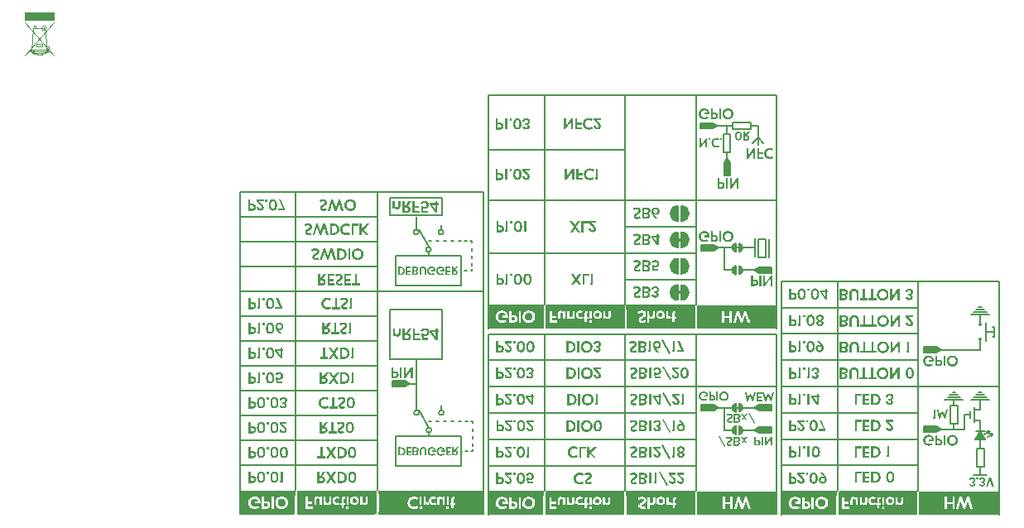
<source format=gbo>
G04*
G04 #@! TF.GenerationSoftware,Altium Limited,Altium Designer,24.6.1 (21)*
G04*
G04 Layer_Color=32896*
%FSLAX24Y24*%
%MOIN*%
G70*
G04*
G04 #@! TF.SameCoordinates,91F66E80-D4C5-4370-B577-81E2DE0E6F9A*
G04*
G04*
G04 #@! TF.FilePolarity,Positive*
G04*
G01*
G75*
%ADD11C,0.0059*%
%ADD12C,0.0060*%
%ADD15C,0.0079*%
%ADD18C,0.0049*%
%ADD178C,0.0120*%
%ADD179R,0.1150X0.0289*%
%ADD180R,0.1040X0.0980*%
%ADD181R,0.4209X0.0170*%
%ADD182R,0.4209X0.0180*%
%ADD183R,0.1993X0.0180*%
%ADD184R,0.0940X0.0980*%
%ADD185R,0.1000X0.0980*%
%ADD186R,0.0258X0.0980*%
%ADD187R,0.3180X0.0200*%
%ADD188R,0.3170X0.0160*%
%ADD189R,0.0170X0.0980*%
%ADD190R,0.0297X0.0980*%
%ADD191R,0.0303X0.0980*%
%ADD192R,0.2250X0.0200*%
%ADD193R,0.2240X0.0160*%
%ADD194R,0.0255X0.0980*%
%ADD195R,0.0465X0.0980*%
%ADD196R,0.2790X0.0190*%
%ADD197R,0.2759X0.0160*%
%ADD198R,0.1811X0.0170*%
%ADD199R,0.0625X0.0980*%
%ADD200R,0.0413X0.0980*%
%ADD201R,0.0140X0.0980*%
%ADD202R,0.0500X0.0980*%
%ADD203R,0.0240X0.0980*%
%ADD204R,0.0620X0.0980*%
%ADD205R,0.0413X0.0980*%
G36*
X611Y22407D02*
X612Y22401D01*
X614Y22393D01*
X617Y22385D01*
X619Y22379D01*
X623Y22370D01*
X627Y22362D01*
X632Y22353D01*
X636Y22347D01*
X640Y22341D01*
X645Y22335D01*
X651Y22327D01*
X657Y22320D01*
X665Y22312D01*
X672Y22306D01*
X678Y22301D01*
X683Y22296D01*
X688Y22293D01*
X691Y22291D01*
X744Y22270D01*
X750Y22268D01*
X762Y22265D01*
X774Y22263D01*
X787Y22260D01*
X799Y22258D01*
X809Y22257D01*
X822Y22255D01*
X835Y22254D01*
X847Y22252D01*
X856Y22252D01*
X864Y22251D01*
X874Y22250D01*
X881Y22250D01*
X886Y22250D01*
X891Y22251D01*
X894Y22253D01*
X898Y22256D01*
X901Y22259D01*
X904Y22263D01*
X905Y22267D01*
X906Y22272D01*
Y22276D01*
X906Y22279D01*
X905Y22283D01*
X903Y22286D01*
X901Y22289D01*
X899Y22291D01*
X896Y22294D01*
X891Y22297D01*
X887Y22298D01*
X882Y22299D01*
X872Y22299D01*
X867Y22300D01*
X858Y22301D01*
X852Y22301D01*
X845Y22302D01*
X838Y22303D01*
X832Y22303D01*
X826Y22304D01*
X822Y22305D01*
X813Y22306D01*
X805Y22307D01*
X798Y22308D01*
X789Y22310D01*
X779Y22312D01*
X770Y22314D01*
X760Y22316D01*
X758Y22317D01*
X721Y22329D01*
X720Y22330D01*
X715Y22334D01*
X709Y22339D01*
X705Y22342D01*
X701Y22346D01*
X698Y22349D01*
X695Y22352D01*
X691Y22356D01*
X688Y22359D01*
X686Y22362D01*
X683Y22366D01*
X679Y22371D01*
X677Y22374D01*
X674Y22378D01*
X671Y22384D01*
X669Y22388D01*
X666Y22393D01*
X664Y22399D01*
X662Y22404D01*
X661Y22407D01*
X661Y22410D01*
X660Y22413D01*
X659Y22416D01*
X659Y22418D01*
X655Y22423D01*
X652Y22427D01*
X648Y22430D01*
X644Y22431D01*
X640Y22432D01*
X636Y22433D01*
X632Y22432D01*
X628Y22431D01*
X624Y22430D01*
X620Y22427D01*
X617Y22424D01*
X615Y22420D01*
X613Y22417D01*
X612Y22412D01*
X611Y22409D01*
Y22407D01*
D02*
G37*
G36*
X1268Y22432D02*
X1265Y22433D01*
X1262D01*
X1258Y22432D01*
X1254Y22430D01*
X1250Y22428D01*
X1247Y22426D01*
X1244Y22423D01*
X1242Y22419D01*
X1241Y22416D01*
X1240Y22412D01*
X1239Y22409D01*
X1238Y22405D01*
X1237Y22401D01*
X1235Y22396D01*
X1233Y22391D01*
X1231Y22387D01*
X1229Y22383D01*
X1226Y22379D01*
X1224Y22375D01*
X1221Y22371D01*
X1217Y22366D01*
X1214Y22362D01*
X1211Y22358D01*
X1208Y22355D01*
X1205Y22352D01*
X1201Y22348D01*
X1198Y22345D01*
X1196Y22343D01*
X1193Y22340D01*
X1190Y22338D01*
X1188Y22336D01*
X1185Y22334D01*
X1183Y22333D01*
X1181Y22331D01*
X1179Y22330D01*
X1176Y22329D01*
X1173Y22328D01*
X1170Y22326D01*
X1167Y22325D01*
X1164Y22324D01*
X1160Y22322D01*
X1158Y22321D01*
X1154Y22320D01*
X1151Y22319D01*
X1148Y22318D01*
X1145Y22318D01*
X1142Y22317D01*
X1138Y22316D01*
X1134Y22315D01*
X1129Y22314D01*
X1125Y22313D01*
X1121Y22312D01*
X1117Y22311D01*
X1113Y22310D01*
X1109Y22309D01*
X1106Y22309D01*
X1102Y22308D01*
X1099Y22308D01*
X1095Y22307D01*
X1088Y22306D01*
X1083Y22305D01*
X1078Y22305D01*
X1072Y22304D01*
X1066Y22303D01*
X1062Y22303D01*
X1058Y22302D01*
X1056Y22302D01*
X1053Y22301D01*
X1050Y22300D01*
X1048Y22299D01*
X1046Y22298D01*
X1044Y22296D01*
X1043Y22295D01*
X1041Y22293D01*
X1039Y22291D01*
X1038Y22288D01*
X1037Y22286D01*
X1036Y22282D01*
X1036Y22280D01*
Y22276D01*
X1036Y22273D01*
X1037Y22269D01*
X1038Y22267D01*
X1040Y22264D01*
X1043Y22261D01*
X1045Y22258D01*
X1048Y22256D01*
X1052Y22255D01*
X1056Y22254D01*
X1060Y22253D01*
X1063Y22253D01*
X1068Y22254D01*
X1075Y22255D01*
X1083Y22256D01*
X1092Y22257D01*
X1099Y22258D01*
X1105Y22259D01*
X1111Y22260D01*
X1117Y22261D01*
X1122Y22262D01*
X1129Y22263D01*
X1133Y22264D01*
X1137Y22265D01*
X1143Y22266D01*
X1149Y22268D01*
X1153Y22269D01*
X1158Y22270D01*
X1164Y22272D01*
X1170Y22274D01*
X1176Y22276D01*
X1181Y22277D01*
X1186Y22280D01*
X1192Y22282D01*
X1197Y22284D01*
X1202Y22287D01*
X1207Y22290D01*
X1211Y22292D01*
X1215Y22295D01*
X1221Y22299D01*
X1224Y22302D01*
X1228Y22306D01*
X1233Y22310D01*
X1240Y22318D01*
X1244Y22322D01*
X1247Y22325D01*
X1251Y22330D01*
X1255Y22334D01*
X1258Y22339D01*
X1262Y22343D01*
X1264Y22347D01*
X1267Y22351D01*
X1269Y22355D01*
X1272Y22360D01*
X1274Y22363D01*
X1276Y22368D01*
X1278Y22371D01*
X1279Y22375D01*
X1281Y22379D01*
X1282Y22382D01*
X1283Y22385D01*
X1284Y22388D01*
X1285Y22392D01*
X1286Y22395D01*
X1287Y22397D01*
X1287Y22400D01*
X1288Y22403D01*
X1288Y22406D01*
Y22409D01*
X1288Y22413D01*
X1287Y22415D01*
X1286Y22418D01*
X1285Y22421D01*
X1282Y22424D01*
X1280Y22427D01*
X1278Y22429D01*
X1275Y22430D01*
X1271Y22431D01*
X1268Y22432D01*
D02*
G37*
G36*
X15166Y8862D02*
X15170Y8866D01*
Y9098D01*
X15685D01*
X15765Y9047D01*
X15804Y9019D01*
X15812Y8996D01*
Y8992D01*
X15686Y8866D01*
X15513D01*
X15166Y8862D01*
D02*
G37*
G36*
X26652Y12692D02*
X26653Y12370D01*
X26529Y12410D01*
X26459Y12450D01*
X26379Y12540D01*
X26359Y12660D01*
X26389Y12760D01*
X26399Y12830D01*
X26459Y12910D01*
X26529Y12950D01*
X26653Y13000D01*
X26652Y12692D01*
D02*
G37*
G36*
X26654Y13752D02*
X26655Y13430D01*
X26531Y13470D01*
X26461Y13510D01*
X26381Y13600D01*
X26361Y13720D01*
X26391Y13820D01*
X26401Y13890D01*
X26461Y13970D01*
X26531Y14010D01*
X26655Y14060D01*
X26654Y13752D01*
D02*
G37*
G36*
X26652Y14812D02*
X26653Y14490D01*
X26529Y14530D01*
X26459Y14570D01*
X26379Y14660D01*
X26359Y14780D01*
X26389Y14880D01*
X26399Y14950D01*
X26459Y15030D01*
X26529Y15070D01*
X26653Y15120D01*
X26652Y14812D01*
D02*
G37*
G36*
Y15872D02*
X26653Y15550D01*
X26529Y15590D01*
X26459Y15630D01*
X26379Y15720D01*
X26359Y15840D01*
X26389Y15940D01*
X26399Y16010D01*
X26459Y16090D01*
X26529Y16130D01*
X26653Y16180D01*
X26652Y15872D01*
D02*
G37*
G36*
X28155Y19441D02*
X28194Y19413D01*
X28202Y19390D01*
Y19386D01*
X28076Y19260D01*
X27903D01*
X27557Y19256D01*
X27560Y19260D01*
Y19492D01*
X28075D01*
X28155Y19441D01*
D02*
G37*
G36*
X26938Y16110D02*
X27008Y16070D01*
X27088Y15980D01*
X27108Y15860D01*
X27078Y15760D01*
X27068Y15690D01*
X27008Y15610D01*
X26938Y15570D01*
X26814Y15520D01*
X26815Y15828D01*
X26814Y16150D01*
X26938Y16110D01*
D02*
G37*
G36*
Y15050D02*
X27008Y15010D01*
X27088Y14920D01*
X27108Y14800D01*
X27078Y14700D01*
X27068Y14630D01*
X27008Y14550D01*
X26938Y14510D01*
X26814Y14460D01*
X26815Y14768D01*
X26814Y15090D01*
X26938Y15050D01*
D02*
G37*
G36*
X28211Y14521D02*
X28250Y14493D01*
X28258Y14470D01*
Y14466D01*
X28132Y14340D01*
X27959D01*
X27613Y14336D01*
X27617Y14340D01*
Y14572D01*
X28131D01*
X28211Y14521D01*
D02*
G37*
G36*
X26940Y13990D02*
X27010Y13950D01*
X27090Y13860D01*
X27110Y13740D01*
X27080Y13640D01*
X27070Y13570D01*
X27010Y13490D01*
X26940Y13450D01*
X26816Y13400D01*
X26817Y13708D01*
X26816Y14030D01*
X26940Y13990D01*
D02*
G37*
G36*
X26938Y12930D02*
X27008Y12890D01*
X27088Y12800D01*
X27108Y12680D01*
X27078Y12580D01*
X27068Y12510D01*
X27008Y12430D01*
X26938Y12390D01*
X26814Y12340D01*
X26815Y12648D01*
X26814Y12970D01*
X26938Y12930D01*
D02*
G37*
G36*
X28211Y8076D02*
X28250Y8049D01*
X28258Y8025D01*
Y8021D01*
X28132Y7895D01*
X27959D01*
X27613Y7891D01*
X27617Y7895D01*
Y8127D01*
X28131D01*
X28211Y8076D01*
D02*
G37*
G36*
X29027Y6957D02*
X28998Y6928D01*
X28951Y6943D01*
X28926Y6960D01*
X28897Y6989D01*
X28876Y7012D01*
X28853Y7051D01*
X28842Y7088D01*
X28844Y7175D01*
X28854Y7203D01*
X28887Y7257D01*
X28920Y7289D01*
X28956Y7312D01*
X28996Y7324D01*
X29016Y7317D01*
X29027Y7296D01*
Y6957D01*
D02*
G37*
G36*
X29108Y7292D02*
X29138Y7321D01*
X29184Y7306D01*
X29210Y7289D01*
X29239Y7260D01*
X29260Y7237D01*
X29283Y7198D01*
X29294Y7161D01*
X29292Y7074D01*
X29282Y7046D01*
X29249Y6992D01*
X29216Y6960D01*
X29178Y6940D01*
X29138Y6930D01*
X29120Y6932D01*
X29108Y6953D01*
Y7292D01*
D02*
G37*
G36*
X29027Y7862D02*
X28998Y7833D01*
X28951Y7848D01*
X28926Y7865D01*
X28897Y7894D01*
X28876Y7917D01*
X28853Y7956D01*
X28842Y7993D01*
X28844Y8080D01*
X28854Y8108D01*
X28887Y8162D01*
X28920Y8194D01*
X28956Y8217D01*
X28996Y8229D01*
X29016Y8222D01*
X29027Y8201D01*
Y7862D01*
D02*
G37*
G36*
X29108Y8202D02*
X29138Y8231D01*
X29184Y8216D01*
X29210Y8199D01*
X29239Y8170D01*
X29260Y8147D01*
X29283Y8108D01*
X29294Y8071D01*
X29292Y7984D01*
X29282Y7956D01*
X29249Y7902D01*
X29216Y7870D01*
X29179Y7847D01*
X29140Y7835D01*
X29120Y7842D01*
X29108Y7863D01*
Y8202D01*
D02*
G37*
G36*
X30444Y7259D02*
X30440Y7255D01*
Y7023D01*
X29926D01*
X29846Y7074D01*
X29806Y7102D01*
X29798Y7125D01*
Y7129D01*
X29924Y7255D01*
X30098D01*
X30444Y7259D01*
D02*
G37*
G36*
Y8159D02*
X30440Y8155D01*
Y7923D01*
X29926D01*
X29846Y7974D01*
X29806Y8002D01*
X29798Y8025D01*
Y8029D01*
X29924Y8155D01*
X30098D01*
X30444Y8159D01*
D02*
G37*
G36*
X36568Y7031D02*
X36572Y7034D01*
Y7267D01*
X37086D01*
X37166Y7216D01*
X37206Y7188D01*
X37214Y7165D01*
Y7160D01*
X37088Y7034D01*
X36914D01*
X36568Y7031D01*
D02*
G37*
G36*
X39031Y6748D02*
X38914Y6952D01*
X38858Y7048D01*
X38784Y6989D01*
X38693Y6830D01*
X38650Y6737D01*
X38851Y6725D01*
X39031Y6748D01*
D02*
G37*
G36*
X28777Y17909D02*
Y17736D01*
X28781Y17389D01*
X28777Y17393D01*
X28545D01*
Y17908D01*
X28596Y17987D01*
X28624Y18027D01*
X28647Y18035D01*
X28651D01*
X28777Y17909D01*
D02*
G37*
G36*
X29184Y14660D02*
X29210Y14643D01*
X29239Y14614D01*
X29260Y14591D01*
X29283Y14553D01*
X29294Y14516D01*
X29292Y14429D01*
X29282Y14401D01*
X29249Y14346D01*
X29216Y14315D01*
X29179Y14292D01*
X29140Y14280D01*
X29120Y14287D01*
X29108Y14307D01*
Y14647D01*
X29138Y14676D01*
X29184Y14660D01*
D02*
G37*
G36*
X29016Y14667D02*
X29027Y14646D01*
Y14306D01*
X28998Y14277D01*
X28951Y14293D01*
X28926Y14310D01*
X28897Y14339D01*
X28876Y14361D01*
X28853Y14401D01*
X28842Y14438D01*
X28844Y14525D01*
X28854Y14553D01*
X28887Y14606D01*
X28920Y14639D01*
X28956Y14661D01*
X28996Y14674D01*
X29016Y14667D01*
D02*
G37*
G36*
X30440Y13700D02*
Y13468D01*
X29926D01*
X29846Y13519D01*
X29806Y13546D01*
X29798Y13570D01*
Y13574D01*
X29924Y13700D01*
X30098D01*
X30444Y13704D01*
X30440Y13700D01*
D02*
G37*
G36*
X29184Y13750D02*
X29210Y13734D01*
X29239Y13705D01*
X29260Y13681D01*
X29283Y13643D01*
X29294Y13606D01*
X29292Y13519D01*
X29282Y13491D01*
X29249Y13436D01*
X29216Y13405D01*
X29178Y13385D01*
X29138Y13375D01*
X29120Y13376D01*
X29108Y13397D01*
Y13737D01*
X29138Y13766D01*
X29184Y13750D01*
D02*
G37*
G36*
X29016Y13762D02*
X29027Y13741D01*
Y13401D01*
X28998Y13372D01*
X28951Y13388D01*
X28926Y13405D01*
X28897Y13434D01*
X28876Y13456D01*
X28853Y13496D01*
X28842Y13533D01*
X28844Y13620D01*
X28854Y13648D01*
X28887Y13701D01*
X28920Y13734D01*
X28956Y13756D01*
X28996Y13769D01*
X29016Y13762D01*
D02*
G37*
G36*
X37161Y10418D02*
X37201Y10391D01*
X37208Y10367D01*
Y10363D01*
X37082Y10237D01*
X36909D01*
X36563Y10233D01*
X36567Y10237D01*
Y10469D01*
X37081D01*
X37161Y10418D01*
D02*
G37*
G36*
X35596Y12358D02*
X35513D01*
Y12669D01*
X35512D01*
X35293Y12358D01*
X35217D01*
Y12810D01*
X35299D01*
Y12500D01*
X35300D01*
X35519Y12810D01*
X35596D01*
Y12358D01*
D02*
G37*
G36*
X36000Y12819D02*
X36012Y12818D01*
X36024Y12816D01*
X36034Y12814D01*
X36044Y12811D01*
X36053Y12808D01*
X36062Y12805D01*
X36069Y12802D01*
X36076Y12799D01*
X36082Y12795D01*
X36087Y12793D01*
X36091Y12790D01*
X36094Y12788D01*
X36097Y12786D01*
X36098Y12785D01*
X36098Y12785D01*
X36105Y12778D01*
X36112Y12770D01*
X36117Y12763D01*
X36122Y12755D01*
X36126Y12746D01*
X36129Y12738D01*
X36132Y12730D01*
X36134Y12723D01*
X36135Y12715D01*
X36136Y12709D01*
X36137Y12703D01*
X36138Y12698D01*
Y12693D01*
X36139Y12690D01*
Y12688D01*
Y12687D01*
X36138Y12679D01*
X36138Y12670D01*
X36136Y12663D01*
X36135Y12656D01*
X36133Y12649D01*
X36131Y12643D01*
X36129Y12637D01*
X36127Y12632D01*
X36125Y12628D01*
X36122Y12624D01*
X36120Y12620D01*
X36119Y12617D01*
X36117Y12615D01*
X36116Y12614D01*
X36115Y12613D01*
X36115Y12612D01*
X36110Y12607D01*
X36105Y12603D01*
X36100Y12599D01*
X36094Y12595D01*
X36083Y12589D01*
X36072Y12585D01*
X36067Y12583D01*
X36062Y12581D01*
X36058Y12581D01*
X36054Y12580D01*
X36051Y12579D01*
X36048Y12579D01*
X36047Y12578D01*
X36046D01*
Y12577D01*
X36060Y12574D01*
X36071Y12568D01*
X36081Y12563D01*
X36089Y12557D01*
X36095Y12552D01*
X36100Y12547D01*
X36102Y12545D01*
X36103Y12544D01*
X36104Y12543D01*
Y12543D01*
X36107Y12537D01*
X36111Y12532D01*
X36115Y12522D01*
X36119Y12511D01*
X36122Y12500D01*
X36123Y12492D01*
X36124Y12488D01*
Y12485D01*
X36124Y12482D01*
Y12480D01*
Y12479D01*
Y12478D01*
X36124Y12469D01*
X36123Y12459D01*
X36121Y12451D01*
X36119Y12442D01*
X36115Y12435D01*
X36112Y12428D01*
X36109Y12422D01*
X36105Y12416D01*
X36102Y12412D01*
X36098Y12407D01*
X36096Y12403D01*
X36093Y12400D01*
X36090Y12398D01*
X36088Y12396D01*
X36087Y12395D01*
X36087Y12395D01*
X36079Y12390D01*
X36072Y12385D01*
X36063Y12381D01*
X36055Y12377D01*
X36046Y12375D01*
X36038Y12372D01*
X36021Y12369D01*
X36013Y12367D01*
X36006Y12366D01*
X35999Y12366D01*
X35994Y12365D01*
X35989Y12365D01*
X35983D01*
X35971Y12365D01*
X35959Y12366D01*
X35948Y12368D01*
X35938Y12370D01*
X35928Y12373D01*
X35920Y12376D01*
X35911Y12378D01*
X35904Y12382D01*
X35898Y12385D01*
X35892Y12388D01*
X35887Y12391D01*
X35883Y12393D01*
X35880Y12395D01*
X35878Y12397D01*
X35877Y12398D01*
X35876Y12398D01*
X35869Y12405D01*
X35863Y12412D01*
X35858Y12420D01*
X35854Y12427D01*
X35850Y12435D01*
X35847Y12442D01*
X35844Y12450D01*
X35842Y12457D01*
X35840Y12464D01*
X35839Y12471D01*
X35838Y12476D01*
X35837Y12481D01*
Y12486D01*
X35837Y12488D01*
Y12491D01*
Y12491D01*
X35917D01*
X35918Y12482D01*
X35921Y12474D01*
X35923Y12468D01*
X35926Y12462D01*
X35929Y12458D01*
X35932Y12455D01*
X35934Y12453D01*
X35935Y12452D01*
X35941Y12448D01*
X35949Y12444D01*
X35956Y12442D01*
X35964Y12440D01*
X35970Y12439D01*
X35975Y12438D01*
X35980D01*
X35990Y12439D01*
X35999Y12441D01*
X36007Y12443D01*
X36013Y12445D01*
X36017Y12448D01*
X36021Y12450D01*
X36023Y12452D01*
X36024Y12453D01*
X36029Y12458D01*
X36033Y12465D01*
X36036Y12471D01*
X36038Y12478D01*
X36039Y12484D01*
X36039Y12488D01*
Y12490D01*
Y12492D01*
Y12492D01*
Y12493D01*
X36039Y12503D01*
X36036Y12512D01*
X36032Y12520D01*
X36027Y12527D01*
X36021Y12533D01*
X36015Y12537D01*
X36008Y12541D01*
X36000Y12544D01*
X35993Y12547D01*
X35986Y12549D01*
X35979Y12550D01*
X35973Y12551D01*
X35968Y12552D01*
X35964Y12552D01*
X35943D01*
Y12617D01*
X35970D01*
X35979Y12617D01*
X35987Y12617D01*
X35994Y12618D01*
X36000Y12619D01*
X36006Y12621D01*
X36011Y12622D01*
X36016Y12623D01*
X36020Y12625D01*
X36024Y12626D01*
X36027Y12627D01*
X36029Y12628D01*
X36031Y12629D01*
X36032Y12630D01*
X36033Y12631D01*
X36033D01*
X36037Y12633D01*
X36041Y12637D01*
X36046Y12645D01*
X36050Y12653D01*
X36053Y12661D01*
X36054Y12669D01*
X36055Y12672D01*
Y12675D01*
X36055Y12677D01*
Y12679D01*
Y12680D01*
Y12680D01*
X36054Y12691D01*
X36053Y12701D01*
X36050Y12710D01*
X36047Y12717D01*
X36044Y12722D01*
X36041Y12726D01*
X36039Y12728D01*
X36038Y12729D01*
X36031Y12735D01*
X36023Y12739D01*
X36014Y12742D01*
X36006Y12744D01*
X35999Y12745D01*
X35995Y12746D01*
X35993D01*
X35990Y12746D01*
X35987D01*
X35975Y12746D01*
X35965Y12744D01*
X35956Y12741D01*
X35948Y12738D01*
X35942Y12735D01*
X35938Y12733D01*
X35935Y12731D01*
X35934Y12730D01*
X35928Y12724D01*
X35923Y12717D01*
X35919Y12709D01*
X35916Y12702D01*
X35914Y12695D01*
X35914Y12690D01*
Y12688D01*
X35913Y12687D01*
Y12686D01*
Y12685D01*
X35831D01*
X35832Y12697D01*
X35833Y12708D01*
X35835Y12718D01*
X35838Y12728D01*
X35841Y12737D01*
X35845Y12745D01*
X35849Y12752D01*
X35852Y12759D01*
X35856Y12765D01*
X35860Y12770D01*
X35863Y12774D01*
X35866Y12778D01*
X35869Y12781D01*
X35871Y12783D01*
X35872Y12784D01*
X35873Y12785D01*
X35881Y12791D01*
X35889Y12796D01*
X35899Y12800D01*
X35908Y12805D01*
X35917Y12808D01*
X35927Y12811D01*
X35936Y12813D01*
X35945Y12815D01*
X35953Y12816D01*
X35961Y12817D01*
X35968Y12818D01*
X35974Y12819D01*
X35980D01*
X35983Y12819D01*
X35987D01*
X36000Y12819D01*
D02*
G37*
G36*
X34534Y12436D02*
X34658D01*
Y12358D01*
X34329D01*
Y12436D01*
X34452D01*
Y12810D01*
X34534D01*
Y12436D01*
D02*
G37*
G36*
X34195D02*
X34318D01*
Y12358D01*
X33989D01*
Y12436D01*
X34112D01*
Y12810D01*
X34195D01*
Y12436D01*
D02*
G37*
G36*
X33771Y12818D02*
X33781Y12818D01*
X33791Y12817D01*
X33801Y12815D01*
X33809Y12814D01*
X33817Y12812D01*
X33825Y12809D01*
X33832Y12808D01*
X33838Y12805D01*
X33844Y12803D01*
X33849Y12801D01*
X33852Y12800D01*
X33856Y12798D01*
X33858Y12797D01*
X33860Y12797D01*
X33860Y12796D01*
X33867Y12792D01*
X33875Y12787D01*
X33882Y12782D01*
X33888Y12777D01*
X33894Y12771D01*
X33899Y12765D01*
X33904Y12760D01*
X33908Y12755D01*
X33911Y12750D01*
X33915Y12746D01*
X33918Y12742D01*
X33920Y12738D01*
X33922Y12735D01*
X33923Y12733D01*
X33924Y12732D01*
X33924Y12731D01*
X33928Y12723D01*
X33932Y12715D01*
X33937Y12698D01*
X33941Y12681D01*
X33942Y12673D01*
X33943Y12666D01*
X33944Y12659D01*
X33945Y12652D01*
X33946Y12647D01*
Y12641D01*
X33946Y12638D01*
Y12634D01*
Y12632D01*
Y12632D01*
Y12358D01*
X33859D01*
Y12627D01*
X33859Y12636D01*
X33858Y12644D01*
X33857Y12652D01*
X33855Y12660D01*
X33853Y12667D01*
X33851Y12673D01*
X33848Y12679D01*
X33846Y12684D01*
X33843Y12689D01*
X33841Y12693D01*
X33838Y12697D01*
X33837Y12700D01*
X33835Y12702D01*
X33833Y12704D01*
X33833Y12705D01*
X33832Y12705D01*
X33827Y12710D01*
X33822Y12714D01*
X33816Y12719D01*
X33810Y12722D01*
X33804Y12725D01*
X33798Y12727D01*
X33786Y12730D01*
X33781Y12732D01*
X33776Y12733D01*
X33772Y12733D01*
X33768Y12734D01*
X33765Y12734D01*
X33760D01*
X33752Y12734D01*
X33744Y12733D01*
X33737Y12731D01*
X33730Y12729D01*
X33723Y12727D01*
X33717Y12725D01*
X33712Y12722D01*
X33707Y12720D01*
X33703Y12717D01*
X33699Y12714D01*
X33695Y12712D01*
X33693Y12710D01*
X33691Y12708D01*
X33689Y12706D01*
X33688Y12705D01*
X33688Y12705D01*
X33683Y12699D01*
X33679Y12693D01*
X33676Y12687D01*
X33672Y12681D01*
X33670Y12674D01*
X33668Y12668D01*
X33664Y12655D01*
X33663Y12649D01*
X33662Y12644D01*
X33662Y12639D01*
X33662Y12635D01*
X33661Y12632D01*
Y12629D01*
Y12627D01*
Y12627D01*
Y12358D01*
X33574D01*
Y12632D01*
X33574Y12648D01*
X33576Y12663D01*
X33578Y12677D01*
X33581Y12690D01*
X33585Y12702D01*
X33589Y12713D01*
X33594Y12724D01*
X33598Y12733D01*
X33603Y12741D01*
X33607Y12748D01*
X33611Y12755D01*
X33615Y12759D01*
X33618Y12764D01*
X33621Y12766D01*
X33622Y12768D01*
X33623Y12769D01*
X33633Y12778D01*
X33643Y12785D01*
X33654Y12792D01*
X33665Y12798D01*
X33677Y12802D01*
X33688Y12807D01*
X33699Y12810D01*
X33710Y12813D01*
X33720Y12815D01*
X33730Y12816D01*
X33738Y12817D01*
X33746Y12818D01*
X33752Y12818D01*
X33757Y12819D01*
X33760D01*
X33771Y12818D01*
D02*
G37*
G36*
X33381Y12809D02*
X33392Y12808D01*
X33402Y12807D01*
X33412Y12805D01*
X33421Y12802D01*
X33430Y12800D01*
X33438Y12797D01*
X33445Y12793D01*
X33451Y12791D01*
X33457Y12788D01*
X33462Y12785D01*
X33466Y12783D01*
X33469Y12780D01*
X33472Y12779D01*
X33473Y12778D01*
X33473Y12778D01*
X33481Y12771D01*
X33487Y12764D01*
X33493Y12757D01*
X33497Y12749D01*
X33501Y12741D01*
X33505Y12733D01*
X33507Y12725D01*
X33509Y12718D01*
X33511Y12710D01*
X33512Y12704D01*
X33513Y12698D01*
X33514Y12692D01*
Y12688D01*
X33515Y12685D01*
Y12683D01*
Y12682D01*
X33514Y12673D01*
X33514Y12665D01*
X33512Y12657D01*
X33511Y12649D01*
X33509Y12643D01*
X33507Y12636D01*
X33504Y12631D01*
X33502Y12625D01*
X33500Y12621D01*
X33498Y12617D01*
X33495Y12613D01*
X33494Y12610D01*
X33492Y12608D01*
X33491Y12607D01*
X33490Y12606D01*
X33490Y12605D01*
X33485Y12600D01*
X33480Y12596D01*
X33469Y12588D01*
X33458Y12582D01*
X33447Y12577D01*
X33438Y12574D01*
X33434Y12573D01*
X33430Y12572D01*
X33428Y12572D01*
X33425Y12571D01*
X33424Y12571D01*
X33423D01*
Y12569D01*
X33435Y12565D01*
X33445Y12559D01*
X33454Y12553D01*
X33461Y12548D01*
X33467Y12542D01*
X33471Y12538D01*
X33472Y12536D01*
X33473Y12535D01*
X33474Y12534D01*
Y12534D01*
X33480Y12524D01*
X33485Y12514D01*
X33488Y12503D01*
X33490Y12493D01*
X33491Y12485D01*
X33492Y12481D01*
Y12478D01*
X33492Y12476D01*
Y12473D01*
Y12472D01*
Y12472D01*
X33492Y12462D01*
X33491Y12453D01*
X33489Y12444D01*
X33487Y12435D01*
X33484Y12428D01*
X33480Y12421D01*
X33477Y12415D01*
X33474Y12409D01*
X33470Y12404D01*
X33467Y12400D01*
X33464Y12396D01*
X33461Y12393D01*
X33458Y12391D01*
X33457Y12389D01*
X33456Y12388D01*
X33455Y12388D01*
X33448Y12383D01*
X33440Y12378D01*
X33432Y12374D01*
X33424Y12371D01*
X33416Y12368D01*
X33408Y12365D01*
X33392Y12362D01*
X33385Y12361D01*
X33378Y12360D01*
X33372Y12359D01*
X33367Y12359D01*
X33363Y12358D01*
X33178D01*
Y12810D01*
X33369D01*
X33381Y12809D01*
D02*
G37*
G36*
X34930Y12819D02*
X34942Y12818D01*
X34954Y12816D01*
X34965Y12815D01*
X34976Y12812D01*
X34986Y12810D01*
X34995Y12807D01*
X35003Y12804D01*
X35011Y12802D01*
X35018Y12799D01*
X35024Y12797D01*
X35030Y12794D01*
X35033Y12793D01*
X35037Y12791D01*
X35038Y12790D01*
X35039Y12790D01*
X35049Y12784D01*
X35058Y12778D01*
X35067Y12771D01*
X35075Y12764D01*
X35083Y12757D01*
X35090Y12750D01*
X35096Y12743D01*
X35102Y12737D01*
X35107Y12731D01*
X35111Y12725D01*
X35115Y12720D01*
X35118Y12715D01*
X35121Y12712D01*
X35123Y12709D01*
X35124Y12707D01*
X35124Y12706D01*
X35130Y12696D01*
X35134Y12686D01*
X35139Y12675D01*
X35142Y12665D01*
X35145Y12654D01*
X35147Y12644D01*
X35149Y12634D01*
X35151Y12625D01*
X35153Y12617D01*
X35154Y12609D01*
X35154Y12602D01*
X35154Y12596D01*
X35155Y12591D01*
Y12587D01*
Y12585D01*
Y12584D01*
X35154Y12572D01*
X35154Y12559D01*
X35152Y12548D01*
X35150Y12537D01*
X35148Y12526D01*
X35145Y12515D01*
X35142Y12506D01*
X35139Y12498D01*
X35137Y12490D01*
X35134Y12483D01*
X35131Y12477D01*
X35129Y12471D01*
X35127Y12468D01*
X35125Y12464D01*
X35125Y12463D01*
X35124Y12462D01*
X35118Y12452D01*
X35111Y12443D01*
X35105Y12434D01*
X35098Y12426D01*
X35091Y12419D01*
X35083Y12412D01*
X35077Y12406D01*
X35070Y12400D01*
X35064Y12395D01*
X35058Y12391D01*
X35052Y12387D01*
X35048Y12384D01*
X35044Y12382D01*
X35041Y12380D01*
X35039Y12379D01*
X35039Y12378D01*
X35029Y12373D01*
X35018Y12369D01*
X35008Y12365D01*
X34997Y12362D01*
X34987Y12358D01*
X34977Y12356D01*
X34967Y12354D01*
X34958Y12353D01*
X34950Y12351D01*
X34942Y12350D01*
X34935Y12350D01*
X34929Y12349D01*
X34925Y12349D01*
X34918D01*
X34906Y12349D01*
X34894Y12350D01*
X34883Y12352D01*
X34871Y12354D01*
X34861Y12356D01*
X34851Y12358D01*
X34842Y12361D01*
X34833Y12363D01*
X34825Y12366D01*
X34818Y12369D01*
X34812Y12371D01*
X34807Y12374D01*
X34803Y12376D01*
X34800Y12377D01*
X34798Y12378D01*
X34798Y12378D01*
X34788Y12384D01*
X34779Y12391D01*
X34770Y12397D01*
X34762Y12404D01*
X34754Y12411D01*
X34747Y12418D01*
X34741Y12425D01*
X34735Y12431D01*
X34730Y12438D01*
X34725Y12443D01*
X34722Y12449D01*
X34718Y12453D01*
X34716Y12457D01*
X34714Y12460D01*
X34713Y12462D01*
X34713Y12462D01*
X34707Y12472D01*
X34702Y12483D01*
X34698Y12493D01*
X34695Y12504D01*
X34692Y12514D01*
X34689Y12524D01*
X34687Y12534D01*
X34686Y12544D01*
X34685Y12552D01*
X34684Y12560D01*
X34683Y12567D01*
X34682Y12573D01*
X34682Y12578D01*
Y12581D01*
Y12583D01*
Y12584D01*
X34682Y12597D01*
X34683Y12609D01*
X34685Y12621D01*
X34686Y12632D01*
X34689Y12643D01*
X34692Y12653D01*
X34694Y12662D01*
X34697Y12671D01*
X34700Y12679D01*
X34703Y12686D01*
X34706Y12692D01*
X34708Y12697D01*
X34710Y12701D01*
X34711Y12704D01*
X34712Y12706D01*
X34713Y12706D01*
X34719Y12716D01*
X34725Y12726D01*
X34732Y12734D01*
X34739Y12742D01*
X34746Y12749D01*
X34753Y12757D01*
X34760Y12763D01*
X34767Y12768D01*
X34774Y12773D01*
X34779Y12778D01*
X34784Y12781D01*
X34789Y12784D01*
X34793Y12786D01*
X34796Y12788D01*
X34797Y12789D01*
X34798Y12790D01*
X34808Y12795D01*
X34818Y12800D01*
X34829Y12803D01*
X34839Y12807D01*
X34850Y12809D01*
X34860Y12812D01*
X34869Y12814D01*
X34878Y12815D01*
X34887Y12817D01*
X34894Y12818D01*
X34901Y12818D01*
X34907Y12819D01*
X34912Y12819D01*
X34918D01*
X34930Y12819D01*
D02*
G37*
G36*
X29459Y19005D02*
X29467Y19003D01*
X29474Y19001D01*
X29480Y18999D01*
X29486Y18996D01*
X29492Y18993D01*
X29497Y18990D01*
X29501Y18987D01*
X29506Y18984D01*
X29509Y18981D01*
X29512Y18978D01*
X29515Y18975D01*
X29518Y18973D01*
X29519Y18971D01*
X29521Y18970D01*
X29521Y18969D01*
X29522Y18969D01*
X29526Y18963D01*
X29529Y18958D01*
X29532Y18952D01*
X29535Y18946D01*
X29537Y18941D01*
X29539Y18935D01*
X29542Y18924D01*
X29542Y18919D01*
X29543Y18915D01*
X29543Y18911D01*
X29544Y18907D01*
X29544Y18904D01*
Y18902D01*
Y18901D01*
Y18900D01*
X29543Y18888D01*
X29542Y18878D01*
X29540Y18868D01*
X29539Y18864D01*
X29537Y18859D01*
X29536Y18856D01*
X29534Y18852D01*
X29533Y18850D01*
X29532Y18848D01*
X29531Y18846D01*
X29531Y18844D01*
X29530Y18843D01*
Y18843D01*
X29524Y18834D01*
X29518Y18827D01*
X29511Y18820D01*
X29504Y18814D01*
X29498Y18810D01*
X29496Y18808D01*
X29494Y18807D01*
X29492Y18806D01*
X29490Y18805D01*
X29489Y18804D01*
X29489D01*
X29479Y18800D01*
X29468Y18796D01*
X29458Y18794D01*
X29448Y18792D01*
X29444Y18792D01*
X29440Y18791D01*
X29436Y18791D01*
X29433D01*
X29431Y18791D01*
X29294D01*
Y19152D01*
X29360D01*
Y19008D01*
X29384D01*
X29483Y19152D01*
X29566D01*
X29459Y19005D01*
D02*
G37*
G36*
X29118Y19159D02*
X29129Y19158D01*
X29139Y19155D01*
X29149Y19152D01*
X29157Y19149D01*
X29165Y19145D01*
X29173Y19141D01*
X29179Y19136D01*
X29185Y19132D01*
X29190Y19128D01*
X29195Y19124D01*
X29198Y19120D01*
X29201Y19117D01*
X29203Y19115D01*
X29204Y19113D01*
X29204Y19113D01*
X29210Y19103D01*
X29216Y19093D01*
X29221Y19083D01*
X29225Y19071D01*
X29228Y19060D01*
X29231Y19049D01*
X29233Y19038D01*
X29235Y19027D01*
X29236Y19017D01*
X29237Y19008D01*
X29238Y18999D01*
X29239Y18992D01*
Y18986D01*
X29239Y18984D01*
Y18981D01*
Y18980D01*
Y18979D01*
Y18978D01*
Y18978D01*
X29239Y18962D01*
X29238Y18947D01*
X29236Y18933D01*
X29234Y18920D01*
X29231Y18908D01*
X29228Y18897D01*
X29225Y18886D01*
X29222Y18878D01*
X29219Y18870D01*
X29216Y18863D01*
X29213Y18857D01*
X29210Y18852D01*
X29208Y18848D01*
X29206Y18845D01*
X29205Y18843D01*
X29205Y18843D01*
X29198Y18835D01*
X29191Y18827D01*
X29183Y18821D01*
X29175Y18816D01*
X29167Y18811D01*
X29159Y18807D01*
X29151Y18804D01*
X29143Y18802D01*
X29135Y18800D01*
X29129Y18798D01*
X29122Y18797D01*
X29117Y18796D01*
X29113Y18796D01*
X29110Y18796D01*
X29107D01*
X29095Y18796D01*
X29084Y18798D01*
X29074Y18800D01*
X29064Y18803D01*
X29055Y18807D01*
X29047Y18811D01*
X29040Y18815D01*
X29033Y18819D01*
X29027Y18824D01*
X29022Y18828D01*
X29018Y18832D01*
X29014Y18836D01*
X29012Y18839D01*
X29009Y18841D01*
X29008Y18843D01*
X29008Y18843D01*
X29002Y18852D01*
X28997Y18863D01*
X28992Y18873D01*
X28988Y18884D01*
X28985Y18895D01*
X28982Y18906D01*
X28979Y18917D01*
X28978Y18928D01*
X28976Y18938D01*
X28975Y18948D01*
X28975Y18956D01*
X28974Y18963D01*
Y18969D01*
X28973Y18972D01*
Y18974D01*
Y18975D01*
Y18977D01*
Y18977D01*
Y18978D01*
X28974Y18994D01*
X28975Y19009D01*
X28977Y19023D01*
X28979Y19036D01*
X28981Y19048D01*
X28984Y19059D01*
X28987Y19069D01*
X28991Y19079D01*
X28994Y19086D01*
X28997Y19094D01*
X29000Y19100D01*
X29003Y19104D01*
X29005Y19108D01*
X29006Y19111D01*
X29008Y19112D01*
X29008Y19113D01*
X29015Y19121D01*
X29022Y19128D01*
X29030Y19135D01*
X29038Y19140D01*
X29046Y19145D01*
X29054Y19148D01*
X29062Y19152D01*
X29070Y19154D01*
X29078Y19156D01*
X29084Y19157D01*
X29091Y19158D01*
X29096Y19159D01*
X29101Y19159D01*
X29104Y19160D01*
X29107D01*
X29118Y19159D01*
D02*
G37*
G36*
X35207Y8595D02*
X35219Y8595D01*
X35231Y8593D01*
X35241Y8590D01*
X35251Y8588D01*
X35261Y8585D01*
X35269Y8582D01*
X35276Y8579D01*
X35283Y8575D01*
X35289Y8572D01*
X35294Y8569D01*
X35298Y8567D01*
X35301Y8565D01*
X35304Y8563D01*
X35305Y8562D01*
X35305Y8561D01*
X35313Y8554D01*
X35319Y8547D01*
X35324Y8539D01*
X35329Y8531D01*
X35333Y8523D01*
X35336Y8515D01*
X35339Y8507D01*
X35341Y8500D01*
X35342Y8492D01*
X35343Y8486D01*
X35344Y8479D01*
X35345Y8474D01*
Y8470D01*
X35346Y8467D01*
Y8464D01*
Y8464D01*
X35345Y8456D01*
X35345Y8447D01*
X35343Y8440D01*
X35342Y8433D01*
X35340Y8426D01*
X35338Y8420D01*
X35336Y8414D01*
X35334Y8409D01*
X35332Y8405D01*
X35329Y8400D01*
X35327Y8397D01*
X35326Y8394D01*
X35324Y8392D01*
X35323Y8391D01*
X35322Y8390D01*
X35322Y8389D01*
X35317Y8384D01*
X35312Y8380D01*
X35307Y8376D01*
X35301Y8372D01*
X35290Y8366D01*
X35279Y8361D01*
X35274Y8360D01*
X35269Y8358D01*
X35265Y8357D01*
X35261Y8356D01*
X35258Y8356D01*
X35255Y8355D01*
X35254Y8355D01*
X35254D01*
Y8354D01*
X35267Y8350D01*
X35278Y8345D01*
X35288Y8340D01*
X35296Y8333D01*
X35302Y8328D01*
X35307Y8324D01*
X35309Y8322D01*
X35310Y8320D01*
X35311Y8320D01*
Y8319D01*
X35314Y8314D01*
X35318Y8309D01*
X35322Y8298D01*
X35326Y8288D01*
X35329Y8277D01*
X35330Y8269D01*
X35331Y8265D01*
Y8261D01*
X35331Y8259D01*
Y8257D01*
Y8256D01*
Y8255D01*
X35331Y8245D01*
X35330Y8236D01*
X35328Y8228D01*
X35326Y8219D01*
X35322Y8212D01*
X35320Y8205D01*
X35316Y8199D01*
X35313Y8193D01*
X35309Y8188D01*
X35305Y8184D01*
X35303Y8180D01*
X35300Y8177D01*
X35297Y8175D01*
X35295Y8173D01*
X35294Y8172D01*
X35294Y8171D01*
X35286Y8166D01*
X35279Y8162D01*
X35270Y8157D01*
X35262Y8154D01*
X35253Y8151D01*
X35245Y8149D01*
X35228Y8145D01*
X35220Y8144D01*
X35213Y8143D01*
X35206Y8142D01*
X35201Y8142D01*
X35196Y8142D01*
X35190D01*
X35178Y8142D01*
X35166Y8143D01*
X35155Y8145D01*
X35145Y8147D01*
X35135Y8149D01*
X35127Y8152D01*
X35118Y8155D01*
X35111Y8158D01*
X35105Y8162D01*
X35099Y8164D01*
X35094Y8167D01*
X35090Y8170D01*
X35087Y8172D01*
X35085Y8174D01*
X35084Y8175D01*
X35083Y8175D01*
X35076Y8182D01*
X35071Y8189D01*
X35065Y8196D01*
X35061Y8204D01*
X35057Y8211D01*
X35054Y8219D01*
X35051Y8227D01*
X35049Y8234D01*
X35047Y8241D01*
X35046Y8247D01*
X35045Y8253D01*
X35044Y8258D01*
Y8262D01*
X35044Y8265D01*
Y8267D01*
Y8268D01*
X35124D01*
X35125Y8259D01*
X35128Y8251D01*
X35130Y8245D01*
X35133Y8239D01*
X35137Y8235D01*
X35139Y8231D01*
X35141Y8230D01*
X35142Y8229D01*
X35148Y8224D01*
X35156Y8221D01*
X35163Y8218D01*
X35171Y8217D01*
X35177Y8216D01*
X35182Y8215D01*
X35187D01*
X35197Y8215D01*
X35206Y8217D01*
X35214Y8220D01*
X35220Y8222D01*
X35225Y8225D01*
X35228Y8227D01*
X35230Y8229D01*
X35231Y8230D01*
X35236Y8235D01*
X35240Y8242D01*
X35243Y8248D01*
X35245Y8255D01*
X35246Y8260D01*
X35247Y8265D01*
Y8267D01*
Y8268D01*
Y8269D01*
Y8269D01*
X35246Y8280D01*
X35243Y8289D01*
X35240Y8297D01*
X35234Y8303D01*
X35228Y8310D01*
X35222Y8314D01*
X35215Y8318D01*
X35207Y8321D01*
X35200Y8324D01*
X35193Y8325D01*
X35186Y8327D01*
X35180Y8328D01*
X35175Y8328D01*
X35171Y8329D01*
X35150D01*
Y8393D01*
X35177D01*
X35186Y8394D01*
X35194Y8394D01*
X35201Y8395D01*
X35207Y8396D01*
X35213Y8398D01*
X35218Y8398D01*
X35223Y8400D01*
X35227Y8401D01*
X35231Y8403D01*
X35234Y8404D01*
X35236Y8405D01*
X35238Y8406D01*
X35240Y8407D01*
X35240Y8407D01*
X35240D01*
X35244Y8410D01*
X35248Y8414D01*
X35253Y8421D01*
X35257Y8430D01*
X35260Y8438D01*
X35261Y8445D01*
X35262Y8449D01*
Y8451D01*
X35262Y8454D01*
Y8456D01*
Y8457D01*
Y8457D01*
X35261Y8468D01*
X35260Y8478D01*
X35257Y8487D01*
X35254Y8493D01*
X35251Y8499D01*
X35248Y8503D01*
X35246Y8505D01*
X35245Y8506D01*
X35238Y8512D01*
X35230Y8516D01*
X35221Y8519D01*
X35213Y8521D01*
X35206Y8522D01*
X35203Y8522D01*
X35200D01*
X35197Y8523D01*
X35194D01*
X35182Y8522D01*
X35172Y8521D01*
X35163Y8518D01*
X35155Y8515D01*
X35149Y8512D01*
X35145Y8509D01*
X35142Y8508D01*
X35141Y8507D01*
X35135Y8500D01*
X35130Y8493D01*
X35126Y8486D01*
X35123Y8479D01*
X35122Y8472D01*
X35121Y8467D01*
Y8465D01*
X35120Y8464D01*
Y8463D01*
Y8462D01*
X35038D01*
X35039Y8474D01*
X35040Y8485D01*
X35042Y8495D01*
X35045Y8505D01*
X35048Y8514D01*
X35052Y8522D01*
X35056Y8529D01*
X35059Y8536D01*
X35063Y8542D01*
X35067Y8547D01*
X35071Y8551D01*
X35073Y8555D01*
X35076Y8558D01*
X35078Y8559D01*
X35079Y8561D01*
X35080Y8561D01*
X35088Y8567D01*
X35096Y8573D01*
X35106Y8577D01*
X35115Y8581D01*
X35124Y8585D01*
X35134Y8588D01*
X35143Y8590D01*
X35152Y8592D01*
X35160Y8593D01*
X35168Y8594D01*
X35175Y8595D01*
X35181Y8595D01*
X35187D01*
X35190Y8596D01*
X35194D01*
X35207Y8595D01*
D02*
G37*
G36*
X34604Y8586D02*
X34617Y8585D01*
X34629Y8584D01*
X34640Y8582D01*
X34650Y8581D01*
X34661Y8578D01*
X34670Y8575D01*
X34678Y8573D01*
X34686Y8571D01*
X34693Y8568D01*
X34699Y8566D01*
X34704Y8564D01*
X34708Y8562D01*
X34711Y8560D01*
X34713Y8560D01*
X34713Y8559D01*
X34723Y8554D01*
X34732Y8548D01*
X34741Y8542D01*
X34749Y8536D01*
X34757Y8529D01*
X34763Y8522D01*
X34770Y8516D01*
X34775Y8510D01*
X34780Y8504D01*
X34785Y8499D01*
X34788Y8493D01*
X34791Y8489D01*
X34794Y8486D01*
X34795Y8483D01*
X34796Y8481D01*
X34797Y8481D01*
X34802Y8471D01*
X34807Y8461D01*
X34811Y8451D01*
X34814Y8441D01*
X34817Y8430D01*
X34819Y8420D01*
X34822Y8411D01*
X34823Y8402D01*
X34824Y8393D01*
X34825Y8385D01*
X34826Y8378D01*
X34826Y8373D01*
X34827Y8368D01*
Y8364D01*
Y8362D01*
Y8361D01*
X34826Y8348D01*
X34825Y8336D01*
X34824Y8324D01*
X34822Y8313D01*
X34820Y8303D01*
X34817Y8293D01*
X34815Y8283D01*
X34812Y8275D01*
X34809Y8267D01*
X34806Y8260D01*
X34804Y8255D01*
X34801Y8250D01*
X34800Y8246D01*
X34798Y8243D01*
X34797Y8241D01*
X34797Y8241D01*
X34791Y8231D01*
X34785Y8223D01*
X34778Y8215D01*
X34771Y8207D01*
X34764Y8200D01*
X34757Y8193D01*
X34750Y8188D01*
X34744Y8183D01*
X34738Y8178D01*
X34732Y8174D01*
X34727Y8171D01*
X34722Y8168D01*
X34719Y8165D01*
X34716Y8164D01*
X34714Y8163D01*
X34713Y8163D01*
X34703Y8158D01*
X34693Y8153D01*
X34683Y8150D01*
X34672Y8147D01*
X34662Y8144D01*
X34652Y8142D01*
X34642Y8140D01*
X34633Y8138D01*
X34624Y8137D01*
X34617Y8136D01*
X34610Y8136D01*
X34603Y8135D01*
X34598Y8135D01*
X34448D01*
Y8587D01*
X34592D01*
X34604Y8586D01*
D02*
G37*
G36*
X34380Y8509D02*
X34191D01*
Y8379D01*
X34360D01*
Y8303D01*
X34191D01*
Y8213D01*
X34377D01*
Y8135D01*
X34109D01*
Y8587D01*
X34380D01*
Y8509D01*
D02*
G37*
G36*
X34064Y8509D02*
X33876D01*
Y8135D01*
X33793D01*
Y8587D01*
X34064D01*
Y8509D01*
D02*
G37*
G36*
X35235Y5469D02*
X35248Y5467D01*
X35261Y5464D01*
X35273Y5460D01*
X35283Y5456D01*
X35294Y5450D01*
X35303Y5445D01*
X35311Y5440D01*
X35318Y5434D01*
X35325Y5429D01*
X35330Y5424D01*
X35334Y5420D01*
X35338Y5416D01*
X35340Y5412D01*
X35342Y5411D01*
X35342Y5410D01*
X35350Y5398D01*
X35357Y5386D01*
X35362Y5373D01*
X35368Y5359D01*
X35372Y5345D01*
X35375Y5331D01*
X35378Y5317D01*
X35380Y5303D01*
X35382Y5291D01*
X35384Y5279D01*
X35384Y5269D01*
X35385Y5259D01*
Y5252D01*
X35386Y5249D01*
Y5246D01*
Y5244D01*
Y5243D01*
Y5242D01*
Y5242D01*
X35385Y5222D01*
X35384Y5203D01*
X35382Y5186D01*
X35379Y5170D01*
X35376Y5154D01*
X35372Y5141D01*
X35369Y5128D01*
X35364Y5117D01*
X35360Y5107D01*
X35356Y5098D01*
X35353Y5091D01*
X35349Y5084D01*
X35347Y5080D01*
X35345Y5076D01*
X35343Y5074D01*
X35343Y5074D01*
X35334Y5063D01*
X35326Y5054D01*
X35316Y5047D01*
X35306Y5039D01*
X35296Y5034D01*
X35285Y5029D01*
X35275Y5025D01*
X35266Y5022D01*
X35256Y5020D01*
X35248Y5018D01*
X35240Y5017D01*
X35233Y5016D01*
X35228Y5015D01*
X35224Y5015D01*
X35220D01*
X35206Y5015D01*
X35192Y5017D01*
X35179Y5020D01*
X35167Y5024D01*
X35156Y5028D01*
X35146Y5033D01*
X35137Y5039D01*
X35128Y5044D01*
X35121Y5050D01*
X35115Y5055D01*
X35110Y5060D01*
X35105Y5064D01*
X35102Y5068D01*
X35099Y5071D01*
X35098Y5073D01*
X35097Y5074D01*
X35090Y5085D01*
X35083Y5098D01*
X35077Y5111D01*
X35072Y5125D01*
X35068Y5139D01*
X35064Y5153D01*
X35062Y5166D01*
X35060Y5180D01*
X35058Y5193D01*
X35056Y5204D01*
X35055Y5215D01*
X35055Y5224D01*
Y5231D01*
X35054Y5234D01*
Y5237D01*
Y5239D01*
Y5240D01*
Y5241D01*
Y5242D01*
X35055Y5262D01*
X35056Y5281D01*
X35058Y5298D01*
X35061Y5315D01*
X35064Y5330D01*
X35068Y5343D01*
X35071Y5356D01*
X35076Y5368D01*
X35080Y5377D01*
X35084Y5386D01*
X35087Y5394D01*
X35091Y5400D01*
X35093Y5405D01*
X35095Y5408D01*
X35097Y5410D01*
X35097Y5411D01*
X35106Y5421D01*
X35115Y5430D01*
X35124Y5438D01*
X35135Y5444D01*
X35145Y5450D01*
X35155Y5455D01*
X35165Y5459D01*
X35175Y5462D01*
X35184Y5464D01*
X35193Y5466D01*
X35201Y5467D01*
X35207Y5468D01*
X35213Y5469D01*
X35217Y5469D01*
X35220D01*
X35235Y5469D01*
D02*
G37*
G36*
X34609Y5459D02*
X34621Y5458D01*
X34633Y5457D01*
X34645Y5456D01*
X34655Y5454D01*
X34665Y5451D01*
X34675Y5449D01*
X34683Y5446D01*
X34691Y5444D01*
X34698Y5441D01*
X34704Y5439D01*
X34709Y5437D01*
X34713Y5435D01*
X34716Y5434D01*
X34718Y5433D01*
X34718Y5433D01*
X34728Y5427D01*
X34737Y5421D01*
X34746Y5415D01*
X34754Y5409D01*
X34761Y5402D01*
X34768Y5396D01*
X34774Y5389D01*
X34780Y5383D01*
X34784Y5377D01*
X34789Y5372D01*
X34793Y5367D01*
X34796Y5362D01*
X34798Y5359D01*
X34800Y5356D01*
X34801Y5354D01*
X34801Y5354D01*
X34806Y5344D01*
X34811Y5334D01*
X34815Y5324D01*
X34819Y5314D01*
X34821Y5303D01*
X34824Y5294D01*
X34826Y5284D01*
X34828Y5275D01*
X34829Y5266D01*
X34830Y5259D01*
X34830Y5251D01*
X34831Y5246D01*
X34831Y5241D01*
Y5237D01*
Y5235D01*
Y5234D01*
X34831Y5222D01*
X34830Y5209D01*
X34828Y5197D01*
X34827Y5186D01*
X34824Y5176D01*
X34822Y5166D01*
X34819Y5156D01*
X34816Y5148D01*
X34813Y5141D01*
X34811Y5134D01*
X34808Y5128D01*
X34806Y5123D01*
X34804Y5119D01*
X34803Y5116D01*
X34802Y5114D01*
X34801Y5114D01*
X34795Y5105D01*
X34789Y5096D01*
X34783Y5088D01*
X34776Y5080D01*
X34769Y5073D01*
X34762Y5067D01*
X34755Y5061D01*
X34748Y5056D01*
X34742Y5051D01*
X34736Y5047D01*
X34731Y5044D01*
X34727Y5041D01*
X34723Y5039D01*
X34720Y5037D01*
X34718Y5036D01*
X34718Y5036D01*
X34708Y5031D01*
X34697Y5026D01*
X34687Y5023D01*
X34677Y5020D01*
X34667Y5017D01*
X34656Y5015D01*
X34646Y5013D01*
X34638Y5011D01*
X34629Y5010D01*
X34621Y5010D01*
X34614Y5009D01*
X34608Y5009D01*
X34603Y5008D01*
X34452D01*
Y5460D01*
X34596D01*
X34609Y5459D01*
D02*
G37*
G36*
X34384Y5383D02*
X34196D01*
Y5252D01*
X34365D01*
Y5176D01*
X34196D01*
Y5086D01*
X34381D01*
Y5008D01*
X34113D01*
Y5460D01*
X34384D01*
Y5383D01*
D02*
G37*
G36*
X34069Y5382D02*
X33880D01*
Y5008D01*
X33798D01*
Y5460D01*
X34069D01*
Y5382D01*
D02*
G37*
G36*
X19979Y10633D02*
X19801Y10633D01*
X19904Y10526D01*
X19912Y10518D01*
X19918Y10511D01*
X19924Y10504D01*
X19930Y10497D01*
X19935Y10490D01*
X19940Y10485D01*
X19944Y10479D01*
X19948Y10474D01*
X19951Y10469D01*
X19953Y10465D01*
X19956Y10461D01*
X19958Y10459D01*
X19959Y10456D01*
X19960Y10454D01*
X19961Y10453D01*
Y10453D01*
X19966Y10441D01*
X19971Y10429D01*
X19973Y10417D01*
X19976Y10407D01*
X19976Y10402D01*
X19977Y10398D01*
X19977Y10394D01*
Y10391D01*
X19978Y10388D01*
Y10386D01*
Y10385D01*
Y10385D01*
X19977Y10374D01*
X19976Y10364D01*
X19974Y10355D01*
X19972Y10346D01*
X19969Y10338D01*
X19966Y10330D01*
X19963Y10323D01*
X19959Y10317D01*
X19956Y10312D01*
X19952Y10307D01*
X19949Y10303D01*
X19946Y10300D01*
X19944Y10297D01*
X19942Y10295D01*
X19941Y10294D01*
X19941Y10293D01*
X19934Y10287D01*
X19926Y10283D01*
X19917Y10278D01*
X19909Y10274D01*
X19900Y10271D01*
X19892Y10268D01*
X19884Y10266D01*
X19876Y10264D01*
X19868Y10263D01*
X19861Y10262D01*
X19855Y10261D01*
X19849Y10261D01*
X19844Y10260D01*
X19838D01*
X19826Y10261D01*
X19814Y10262D01*
X19803Y10263D01*
X19793Y10266D01*
X19783Y10269D01*
X19774Y10272D01*
X19766Y10275D01*
X19759Y10278D01*
X19752Y10282D01*
X19746Y10285D01*
X19742Y10289D01*
X19738Y10292D01*
X19735Y10294D01*
X19732Y10296D01*
X19731Y10297D01*
X19731Y10297D01*
X19724Y10304D01*
X19717Y10312D01*
X19712Y10320D01*
X19708Y10329D01*
X19704Y10337D01*
X19701Y10345D01*
X19698Y10354D01*
X19695Y10362D01*
X19694Y10369D01*
X19692Y10376D01*
X19691Y10382D01*
X19691Y10388D01*
X19690Y10393D01*
X19690Y10396D01*
Y10398D01*
Y10399D01*
X19770D01*
X19771Y10388D01*
X19773Y10378D01*
X19776Y10370D01*
X19779Y10363D01*
X19783Y10358D01*
X19785Y10354D01*
X19787Y10352D01*
X19788Y10351D01*
X19795Y10345D01*
X19803Y10341D01*
X19811Y10338D01*
X19819Y10336D01*
X19826Y10335D01*
X19831Y10334D01*
X19833Y10334D01*
X19836D01*
X19846Y10334D01*
X19854Y10336D01*
X19862Y10338D01*
X19868Y10341D01*
X19873Y10344D01*
X19877Y10346D01*
X19878Y10348D01*
X19879Y10349D01*
X19885Y10355D01*
X19889Y10361D01*
X19892Y10368D01*
X19894Y10375D01*
X19895Y10381D01*
X19895Y10386D01*
X19896Y10388D01*
Y10388D01*
Y10389D01*
Y10390D01*
X19895Y10398D01*
X19894Y10405D01*
X19892Y10412D01*
X19890Y10419D01*
X19887Y10424D01*
X19885Y10429D01*
X19884Y10431D01*
X19883Y10432D01*
Y10432D01*
X19878Y10441D01*
X19871Y10450D01*
X19864Y10459D01*
X19856Y10468D01*
X19850Y10475D01*
X19847Y10478D01*
X19845Y10481D01*
X19842Y10483D01*
X19841Y10485D01*
X19840Y10486D01*
X19840Y10486D01*
X19691Y10645D01*
Y10705D01*
X19979D01*
Y10633D01*
D02*
G37*
G36*
X20123Y10616D02*
X20033D01*
Y10705D01*
X20123D01*
Y10616D01*
D02*
G37*
G36*
X20742Y10714D02*
X20755Y10712D01*
X20768Y10709D01*
X20780Y10705D01*
X20791Y10701D01*
X20801Y10696D01*
X20810Y10691D01*
X20818Y10685D01*
X20825Y10680D01*
X20832Y10674D01*
X20837Y10669D01*
X20842Y10665D01*
X20845Y10661D01*
X20848Y10658D01*
X20849Y10656D01*
X20850Y10656D01*
X20857Y10644D01*
X20864Y10631D01*
X20870Y10618D01*
X20875Y10604D01*
X20879Y10590D01*
X20882Y10576D01*
X20885Y10563D01*
X20887Y10549D01*
X20889Y10536D01*
X20891Y10525D01*
X20892Y10514D01*
X20893Y10505D01*
Y10497D01*
X20893Y10495D01*
Y10492D01*
Y10490D01*
Y10489D01*
Y10488D01*
Y10487D01*
X20893Y10468D01*
X20891Y10449D01*
X20889Y10431D01*
X20887Y10415D01*
X20883Y10400D01*
X20880Y10386D01*
X20876Y10373D01*
X20872Y10362D01*
X20867Y10352D01*
X20864Y10344D01*
X20860Y10336D01*
X20857Y10330D01*
X20854Y10325D01*
X20852Y10322D01*
X20851Y10320D01*
X20850Y10319D01*
X20842Y10309D01*
X20833Y10300D01*
X20823Y10292D01*
X20813Y10285D01*
X20803Y10279D01*
X20792Y10275D01*
X20783Y10271D01*
X20773Y10268D01*
X20763Y10265D01*
X20755Y10263D01*
X20747Y10262D01*
X20741Y10261D01*
X20735Y10261D01*
X20731Y10260D01*
X20727D01*
X20713Y10261D01*
X20699Y10263D01*
X20686Y10266D01*
X20675Y10270D01*
X20663Y10274D01*
X20653Y10279D01*
X20644Y10284D01*
X20636Y10290D01*
X20629Y10295D01*
X20622Y10300D01*
X20617Y10306D01*
X20612Y10310D01*
X20609Y10314D01*
X20606Y10317D01*
X20605Y10319D01*
X20604Y10319D01*
X20597Y10331D01*
X20590Y10344D01*
X20584Y10357D01*
X20580Y10370D01*
X20575Y10384D01*
X20572Y10398D01*
X20569Y10412D01*
X20567Y10425D01*
X20565Y10438D01*
X20564Y10450D01*
X20563Y10460D01*
X20562Y10469D01*
Y10477D01*
X20561Y10480D01*
Y10482D01*
Y10484D01*
Y10486D01*
Y10487D01*
Y10487D01*
X20562Y10507D01*
X20563Y10526D01*
X20565Y10544D01*
X20568Y10560D01*
X20571Y10575D01*
X20575Y10589D01*
X20579Y10601D01*
X20583Y10613D01*
X20587Y10623D01*
X20591Y10632D01*
X20594Y10639D01*
X20598Y10645D01*
X20601Y10650D01*
X20602Y10653D01*
X20604Y10655D01*
X20604Y10656D01*
X20613Y10666D01*
X20622Y10675D01*
X20631Y10683D01*
X20642Y10690D01*
X20652Y10695D01*
X20662Y10700D01*
X20672Y10704D01*
X20682Y10707D01*
X20691Y10710D01*
X20700Y10711D01*
X20708Y10713D01*
X20714Y10714D01*
X20720Y10714D01*
X20724Y10715D01*
X20727D01*
X20742Y10714D01*
D02*
G37*
G36*
X20360D02*
X20373Y10712D01*
X20386Y10709D01*
X20397Y10705D01*
X20408Y10701D01*
X20419Y10696D01*
X20427Y10691D01*
X20436Y10685D01*
X20443Y10680D01*
X20449Y10674D01*
X20455Y10669D01*
X20459Y10665D01*
X20463Y10661D01*
X20465Y10658D01*
X20467Y10656D01*
X20467Y10656D01*
X20475Y10644D01*
X20482Y10631D01*
X20487Y10618D01*
X20492Y10604D01*
X20497Y10590D01*
X20500Y10576D01*
X20503Y10563D01*
X20505Y10549D01*
X20507Y10536D01*
X20508Y10525D01*
X20509Y10514D01*
X20510Y10505D01*
Y10497D01*
X20511Y10495D01*
Y10492D01*
Y10490D01*
Y10489D01*
Y10488D01*
Y10487D01*
X20510Y10468D01*
X20509Y10449D01*
X20507Y10431D01*
X20504Y10415D01*
X20501Y10400D01*
X20497Y10386D01*
X20493Y10373D01*
X20489Y10362D01*
X20485Y10352D01*
X20481Y10344D01*
X20477Y10336D01*
X20474Y10330D01*
X20472Y10325D01*
X20470Y10322D01*
X20468Y10320D01*
X20468Y10319D01*
X20459Y10309D01*
X20450Y10300D01*
X20441Y10292D01*
X20431Y10285D01*
X20420Y10279D01*
X20410Y10275D01*
X20400Y10271D01*
X20390Y10268D01*
X20381Y10265D01*
X20373Y10263D01*
X20365Y10262D01*
X20358Y10261D01*
X20353Y10261D01*
X20349Y10260D01*
X20345D01*
X20331Y10261D01*
X20317Y10263D01*
X20304Y10266D01*
X20292Y10270D01*
X20281Y10274D01*
X20271Y10279D01*
X20262Y10284D01*
X20253Y10290D01*
X20246Y10295D01*
X20240Y10300D01*
X20235Y10306D01*
X20230Y10310D01*
X20227Y10314D01*
X20224Y10317D01*
X20222Y10319D01*
X20222Y10319D01*
X20214Y10331D01*
X20208Y10344D01*
X20202Y10357D01*
X20197Y10370D01*
X20193Y10384D01*
X20189Y10398D01*
X20186Y10412D01*
X20185Y10425D01*
X20183Y10438D01*
X20181Y10450D01*
X20180Y10460D01*
X20179Y10469D01*
Y10477D01*
X20179Y10480D01*
Y10482D01*
Y10484D01*
Y10486D01*
Y10487D01*
Y10487D01*
X20179Y10507D01*
X20181Y10526D01*
X20183Y10544D01*
X20185Y10560D01*
X20189Y10575D01*
X20192Y10589D01*
X20196Y10601D01*
X20200Y10613D01*
X20205Y10623D01*
X20208Y10632D01*
X20212Y10639D01*
X20215Y10645D01*
X20218Y10650D01*
X20220Y10653D01*
X20222Y10655D01*
X20222Y10656D01*
X20230Y10666D01*
X20240Y10675D01*
X20249Y10683D01*
X20259Y10690D01*
X20270Y10695D01*
X20280Y10700D01*
X20290Y10704D01*
X20300Y10707D01*
X20309Y10710D01*
X20317Y10711D01*
X20325Y10713D01*
X20332Y10714D01*
X20338Y10714D01*
X20342Y10715D01*
X20345D01*
X20360Y10714D01*
D02*
G37*
G36*
X19436Y10538D02*
X19511D01*
X19524Y10538D01*
X19536Y10536D01*
X19549Y10534D01*
X19559Y10532D01*
X19569Y10529D01*
X19578Y10526D01*
X19587Y10522D01*
X19594Y10519D01*
X19601Y10515D01*
X19607Y10512D01*
X19612Y10508D01*
X19616Y10505D01*
X19619Y10503D01*
X19622Y10501D01*
X19623Y10499D01*
X19623Y10499D01*
X19630Y10491D01*
X19636Y10483D01*
X19642Y10475D01*
X19646Y10466D01*
X19650Y10457D01*
X19653Y10448D01*
X19656Y10440D01*
X19658Y10432D01*
X19659Y10424D01*
X19661Y10417D01*
X19661Y10411D01*
X19662Y10405D01*
Y10401D01*
X19663Y10397D01*
Y10395D01*
Y10395D01*
X19662Y10383D01*
X19661Y10372D01*
X19659Y10362D01*
X19657Y10352D01*
X19654Y10343D01*
X19650Y10335D01*
X19647Y10327D01*
X19643Y10320D01*
X19639Y10314D01*
X19636Y10308D01*
X19633Y10304D01*
X19629Y10300D01*
X19627Y10297D01*
X19625Y10295D01*
X19624Y10293D01*
X19623Y10293D01*
X19615Y10286D01*
X19607Y10280D01*
X19599Y10275D01*
X19589Y10270D01*
X19580Y10266D01*
X19571Y10263D01*
X19561Y10261D01*
X19552Y10258D01*
X19544Y10257D01*
X19536Y10256D01*
X19529Y10255D01*
X19523Y10254D01*
X19518D01*
X19514Y10254D01*
X19353D01*
Y10705D01*
X19436D01*
Y10538D01*
D02*
G37*
G36*
X31791Y8507D02*
X31702D01*
Y8596D01*
X31791D01*
Y8507D01*
D02*
G37*
G36*
X32333Y8522D02*
X32376D01*
Y8449D01*
X32333D01*
Y8161D01*
X32253D01*
X32044Y8458D01*
Y8522D01*
X32257D01*
Y8596D01*
X32333D01*
Y8522D01*
D02*
G37*
G36*
X31968Y8161D02*
X31862D01*
Y8238D01*
X31888D01*
Y8596D01*
X31968D01*
Y8161D01*
D02*
G37*
G36*
X31606D02*
X31500D01*
Y8238D01*
X31526D01*
Y8596D01*
X31606D01*
Y8161D01*
D02*
G37*
G36*
X31226Y8429D02*
X31301D01*
X31314Y8428D01*
X31326Y8427D01*
X31339Y8425D01*
X31349Y8423D01*
X31359Y8420D01*
X31368Y8416D01*
X31377Y8413D01*
X31384Y8409D01*
X31391Y8405D01*
X31397Y8402D01*
X31402Y8398D01*
X31406Y8396D01*
X31409Y8393D01*
X31412Y8391D01*
X31413Y8390D01*
X31413Y8390D01*
X31420Y8382D01*
X31426Y8374D01*
X31432Y8365D01*
X31436Y8356D01*
X31440Y8348D01*
X31443Y8339D01*
X31446Y8331D01*
X31448Y8323D01*
X31449Y8315D01*
X31451Y8308D01*
X31451Y8302D01*
X31452Y8296D01*
Y8291D01*
X31453Y8288D01*
Y8286D01*
Y8285D01*
X31452Y8274D01*
X31451Y8263D01*
X31449Y8252D01*
X31447Y8243D01*
X31444Y8234D01*
X31440Y8225D01*
X31437Y8218D01*
X31433Y8211D01*
X31429Y8205D01*
X31426Y8199D01*
X31423Y8194D01*
X31419Y8191D01*
X31417Y8188D01*
X31415Y8186D01*
X31414Y8184D01*
X31413Y8184D01*
X31405Y8177D01*
X31397Y8171D01*
X31389Y8165D01*
X31379Y8161D01*
X31370Y8157D01*
X31361Y8154D01*
X31351Y8151D01*
X31342Y8149D01*
X31334Y8148D01*
X31326Y8146D01*
X31319Y8146D01*
X31313Y8145D01*
X31308D01*
X31304Y8144D01*
X31143D01*
Y8596D01*
X31226D01*
Y8429D01*
D02*
G37*
G36*
X35170Y6036D02*
X35064D01*
Y6113D01*
X35090D01*
Y6471D01*
X35170D01*
Y6036D01*
D02*
G37*
G36*
X34604Y6471D02*
X34617Y6470D01*
X34629Y6469D01*
X34640Y6467D01*
X34650Y6465D01*
X34661Y6463D01*
X34670Y6460D01*
X34678Y6458D01*
X34686Y6455D01*
X34693Y6453D01*
X34699Y6450D01*
X34704Y6448D01*
X34708Y6446D01*
X34711Y6445D01*
X34713Y6445D01*
X34713Y6444D01*
X34723Y6439D01*
X34732Y6433D01*
X34741Y6427D01*
X34749Y6420D01*
X34757Y6414D01*
X34763Y6407D01*
X34770Y6401D01*
X34775Y6395D01*
X34780Y6388D01*
X34785Y6383D01*
X34788Y6378D01*
X34791Y6374D01*
X34793Y6370D01*
X34795Y6368D01*
X34796Y6366D01*
X34797Y6366D01*
X34802Y6356D01*
X34807Y6346D01*
X34811Y6336D01*
X34814Y6325D01*
X34817Y6315D01*
X34819Y6305D01*
X34822Y6296D01*
X34823Y6286D01*
X34824Y6278D01*
X34825Y6270D01*
X34826Y6263D01*
X34826Y6257D01*
X34827Y6252D01*
Y6249D01*
Y6247D01*
Y6246D01*
X34826Y6233D01*
X34825Y6220D01*
X34824Y6209D01*
X34822Y6198D01*
X34820Y6187D01*
X34817Y6177D01*
X34815Y6168D01*
X34812Y6160D01*
X34809Y6152D01*
X34806Y6145D01*
X34804Y6139D01*
X34801Y6134D01*
X34800Y6131D01*
X34798Y6128D01*
X34797Y6126D01*
X34797Y6125D01*
X34791Y6116D01*
X34785Y6107D01*
X34778Y6099D01*
X34771Y6092D01*
X34764Y6085D01*
X34757Y6078D01*
X34750Y6073D01*
X34744Y6067D01*
X34738Y6063D01*
X34732Y6059D01*
X34727Y6055D01*
X34722Y6052D01*
X34719Y6050D01*
X34716Y6049D01*
X34714Y6048D01*
X34713Y6047D01*
X34703Y6043D01*
X34693Y6038D01*
X34683Y6035D01*
X34672Y6031D01*
X34662Y6029D01*
X34652Y6026D01*
X34642Y6024D01*
X34633Y6023D01*
X34624Y6022D01*
X34617Y6021D01*
X34610Y6021D01*
X34603Y6020D01*
X34598Y6020D01*
X34448D01*
Y6471D01*
X34592D01*
X34604Y6471D01*
D02*
G37*
G36*
X34380Y6394D02*
X34191D01*
Y6263D01*
X34360D01*
Y6188D01*
X34191D01*
Y6097D01*
X34376D01*
Y6020D01*
X34109D01*
Y6471D01*
X34380D01*
Y6394D01*
D02*
G37*
G36*
X34064Y6394D02*
X33876D01*
Y6020D01*
X33793D01*
Y6471D01*
X34064D01*
Y6394D01*
D02*
G37*
G36*
X23144Y17669D02*
X23160Y17667D01*
X23176Y17664D01*
X23190Y17662D01*
X23205Y17658D01*
X23218Y17654D01*
X23230Y17649D01*
X23242Y17644D01*
X23252Y17640D01*
X23261Y17635D01*
X23269Y17631D01*
X23276Y17628D01*
X23281Y17625D01*
X23285Y17622D01*
X23288Y17621D01*
X23289Y17620D01*
X23240Y17548D01*
X23230Y17555D01*
X23220Y17560D01*
X23210Y17565D01*
X23200Y17569D01*
X23190Y17573D01*
X23181Y17576D01*
X23172Y17579D01*
X23163Y17581D01*
X23155Y17582D01*
X23148Y17584D01*
X23142Y17584D01*
X23136Y17585D01*
X23132D01*
X23129Y17585D01*
X23126D01*
X23110Y17584D01*
X23096Y17583D01*
X23082Y17579D01*
X23076Y17578D01*
X23070Y17576D01*
X23065Y17574D01*
X23061Y17573D01*
X23057Y17571D01*
X23054Y17569D01*
X23051Y17569D01*
X23049Y17568D01*
X23048Y17567D01*
X23047D01*
X23035Y17559D01*
X23025Y17550D01*
X23015Y17542D01*
X23007Y17533D01*
X23001Y17526D01*
X22999Y17522D01*
X22997Y17519D01*
X22995Y17517D01*
X22994Y17515D01*
X22994Y17514D01*
X22993Y17514D01*
X22987Y17500D01*
X22982Y17487D01*
X22978Y17474D01*
X22976Y17461D01*
X22975Y17455D01*
X22974Y17450D01*
X22974Y17445D01*
Y17442D01*
X22974Y17438D01*
Y17436D01*
Y17435D01*
Y17434D01*
X22974Y17418D01*
X22977Y17402D01*
X22980Y17389D01*
X22982Y17383D01*
X22983Y17378D01*
X22985Y17372D01*
X22987Y17368D01*
X22989Y17364D01*
X22990Y17361D01*
X22991Y17358D01*
X22992Y17356D01*
X22993Y17355D01*
Y17355D01*
X23001Y17343D01*
X23010Y17332D01*
X23019Y17323D01*
X23028Y17315D01*
X23035Y17309D01*
X23039Y17307D01*
X23042Y17305D01*
X23044Y17304D01*
X23046Y17303D01*
X23047Y17302D01*
X23047D01*
X23061Y17296D01*
X23075Y17291D01*
X23088Y17288D01*
X23100Y17285D01*
X23106Y17284D01*
X23111Y17284D01*
X23115Y17284D01*
X23119D01*
X23122Y17283D01*
X23126D01*
X23137Y17284D01*
X23149Y17284D01*
X23159Y17286D01*
X23170Y17289D01*
X23179Y17292D01*
X23189Y17295D01*
X23198Y17299D01*
X23206Y17302D01*
X23214Y17305D01*
X23220Y17309D01*
X23226Y17312D01*
X23231Y17314D01*
X23235Y17317D01*
X23238Y17319D01*
X23240Y17320D01*
X23240Y17321D01*
X23289Y17248D01*
X23275Y17240D01*
X23261Y17232D01*
X23247Y17226D01*
X23233Y17220D01*
X23220Y17215D01*
X23206Y17211D01*
X23194Y17208D01*
X23181Y17205D01*
X23170Y17203D01*
X23159Y17202D01*
X23150Y17200D01*
X23142Y17200D01*
X23136Y17199D01*
X23131Y17199D01*
X23127D01*
X23114Y17199D01*
X23101Y17200D01*
X23089Y17202D01*
X23077Y17204D01*
X23066Y17206D01*
X23055Y17208D01*
X23046Y17211D01*
X23037Y17213D01*
X23029Y17216D01*
X23022Y17219D01*
X23015Y17221D01*
X23010Y17224D01*
X23006Y17226D01*
X23003Y17227D01*
X23001Y17228D01*
X23000Y17228D01*
X22990Y17234D01*
X22981Y17240D01*
X22972Y17247D01*
X22963Y17254D01*
X22956Y17260D01*
X22949Y17267D01*
X22942Y17274D01*
X22936Y17280D01*
X22931Y17286D01*
X22926Y17292D01*
X22923Y17298D01*
X22919Y17302D01*
X22917Y17306D01*
X22915Y17308D01*
X22914Y17310D01*
X22914Y17311D01*
X22908Y17321D01*
X22903Y17331D01*
X22899Y17342D01*
X22896Y17352D01*
X22893Y17363D01*
X22890Y17373D01*
X22888Y17383D01*
X22887Y17393D01*
X22886Y17401D01*
X22885Y17409D01*
X22884Y17416D01*
X22883Y17423D01*
X22883Y17427D01*
Y17431D01*
Y17433D01*
Y17434D01*
X22883Y17447D01*
X22884Y17460D01*
X22886Y17472D01*
X22887Y17483D01*
X22890Y17494D01*
X22893Y17504D01*
X22895Y17514D01*
X22898Y17522D01*
X22901Y17530D01*
X22904Y17537D01*
X22907Y17543D01*
X22909Y17548D01*
X22911Y17552D01*
X22912Y17555D01*
X22913Y17557D01*
X22914Y17558D01*
X22920Y17568D01*
X22926Y17577D01*
X22933Y17585D01*
X22940Y17593D01*
X22948Y17600D01*
X22955Y17607D01*
X22962Y17613D01*
X22969Y17619D01*
X22975Y17624D01*
X22981Y17628D01*
X22987Y17632D01*
X22991Y17635D01*
X22995Y17637D01*
X22998Y17639D01*
X23000Y17640D01*
X23000Y17640D01*
X23011Y17645D01*
X23022Y17650D01*
X23033Y17654D01*
X23044Y17657D01*
X23055Y17660D01*
X23065Y17662D01*
X23075Y17664D01*
X23084Y17665D01*
X23093Y17667D01*
X23102Y17668D01*
X23109Y17668D01*
X23115Y17669D01*
X23120Y17669D01*
X23127D01*
X23144Y17669D01*
D02*
G37*
G36*
X22492Y17208D02*
X22410D01*
Y17518D01*
X22409D01*
X22190Y17208D01*
X22113D01*
Y17660D01*
X22196D01*
Y17350D01*
X22196D01*
X22416Y17660D01*
X22492D01*
Y17208D01*
D02*
G37*
G36*
X23446Y17225D02*
X23340D01*
Y17302D01*
X23366D01*
Y17660D01*
X23446D01*
Y17225D01*
D02*
G37*
G36*
X22660Y17473D02*
X22832D01*
Y17397D01*
X22660D01*
Y17286D01*
X22851D01*
Y17208D01*
X22578D01*
Y17660D01*
X22660D01*
Y17473D01*
D02*
G37*
G36*
X29369Y6732D02*
X29453Y6618D01*
X29376D01*
X29330Y6688D01*
X29285Y6618D01*
X29208D01*
X29292Y6732D01*
X29197Y6857D01*
X29273D01*
X29330Y6777D01*
X29387Y6857D01*
X29464D01*
X29369Y6732D01*
D02*
G37*
G36*
X29070Y6857D02*
X29078Y6856D01*
X29087Y6855D01*
X29095Y6853D01*
X29102Y6851D01*
X29109Y6849D01*
X29115Y6847D01*
X29121Y6844D01*
X29126Y6842D01*
X29131Y6840D01*
X29135Y6837D01*
X29138Y6836D01*
X29141Y6834D01*
X29142Y6833D01*
X29144Y6832D01*
X29144Y6831D01*
X29150Y6826D01*
X29155Y6821D01*
X29159Y6815D01*
X29163Y6809D01*
X29166Y6802D01*
X29169Y6796D01*
X29171Y6789D01*
X29173Y6783D01*
X29174Y6777D01*
X29175Y6772D01*
X29176Y6767D01*
X29177Y6763D01*
Y6760D01*
X29177Y6757D01*
Y6755D01*
Y6755D01*
X29177Y6748D01*
X29176Y6741D01*
X29175Y6735D01*
X29174Y6729D01*
X29172Y6723D01*
X29171Y6718D01*
X29169Y6714D01*
X29167Y6710D01*
X29165Y6706D01*
X29163Y6702D01*
X29162Y6700D01*
X29160Y6698D01*
X29159Y6696D01*
X29158Y6695D01*
X29157Y6694D01*
X29157Y6693D01*
X29153Y6689D01*
X29149Y6686D01*
X29140Y6680D01*
X29132Y6675D01*
X29123Y6671D01*
X29115Y6669D01*
X29112Y6668D01*
X29109Y6667D01*
X29107Y6666D01*
X29105Y6666D01*
X29104Y6666D01*
X29104D01*
Y6665D01*
X29113Y6661D01*
X29121Y6657D01*
X29129Y6652D01*
X29134Y6647D01*
X29139Y6643D01*
X29142Y6639D01*
X29143Y6638D01*
X29144Y6637D01*
X29145Y6636D01*
Y6636D01*
X29150Y6628D01*
X29153Y6620D01*
X29156Y6611D01*
X29157Y6604D01*
X29158Y6597D01*
X29159Y6594D01*
Y6591D01*
X29159Y6590D01*
Y6588D01*
Y6587D01*
Y6587D01*
X29159Y6579D01*
X29158Y6571D01*
X29156Y6564D01*
X29154Y6557D01*
X29152Y6551D01*
X29150Y6546D01*
X29147Y6541D01*
X29144Y6536D01*
X29141Y6532D01*
X29139Y6529D01*
X29136Y6526D01*
X29134Y6524D01*
X29132Y6522D01*
X29130Y6520D01*
X29130Y6519D01*
X29129Y6519D01*
X29124Y6515D01*
X29117Y6511D01*
X29111Y6508D01*
X29105Y6506D01*
X29098Y6503D01*
X29091Y6501D01*
X29079Y6498D01*
X29073Y6497D01*
X29068Y6497D01*
X29063Y6496D01*
X29059Y6496D01*
X29055Y6495D01*
X28907D01*
Y6857D01*
X29060D01*
X29070Y6857D01*
D02*
G37*
G36*
X28745Y6864D02*
X28755Y6864D01*
X28764Y6862D01*
X28773Y6861D01*
X28781Y6859D01*
X28788Y6857D01*
X28795Y6854D01*
X28801Y6851D01*
X28807Y6849D01*
X28811Y6846D01*
X28815Y6844D01*
X28819Y6842D01*
X28821Y6841D01*
X28823Y6839D01*
X28824Y6839D01*
X28825Y6838D01*
X28831Y6833D01*
X28836Y6827D01*
X28840Y6821D01*
X28844Y6815D01*
X28847Y6809D01*
X28850Y6802D01*
X28852Y6796D01*
X28854Y6789D01*
X28855Y6784D01*
X28856Y6778D01*
X28857Y6773D01*
X28857Y6769D01*
Y6766D01*
X28858Y6763D01*
Y6762D01*
Y6761D01*
X28857Y6749D01*
X28856Y6738D01*
X28853Y6728D01*
X28851Y6724D01*
X28850Y6720D01*
X28849Y6717D01*
X28847Y6713D01*
X28846Y6711D01*
X28845Y6708D01*
X28844Y6707D01*
X28843Y6705D01*
X28842Y6705D01*
Y6704D01*
X28839Y6700D01*
X28836Y6696D01*
X28829Y6687D01*
X28821Y6680D01*
X28814Y6673D01*
X28806Y6667D01*
X28803Y6665D01*
X28801Y6663D01*
X28799Y6661D01*
X28797Y6660D01*
X28796Y6659D01*
X28796Y6659D01*
X28733Y6615D01*
X28728Y6611D01*
X28723Y6608D01*
X28719Y6604D01*
X28716Y6602D01*
X28714Y6599D01*
X28712Y6598D01*
X28712Y6597D01*
X28711Y6596D01*
X28709Y6593D01*
X28708Y6590D01*
X28707Y6587D01*
X28706Y6584D01*
X28706Y6581D01*
X28705Y6579D01*
Y6578D01*
Y6578D01*
X28706Y6573D01*
X28707Y6569D01*
X28709Y6566D01*
X28711Y6562D01*
X28714Y6560D01*
X28717Y6558D01*
X28721Y6556D01*
X28724Y6555D01*
X28731Y6553D01*
X28734Y6552D01*
X28737Y6552D01*
X28740Y6551D01*
X28743D01*
X28749Y6552D01*
X28756Y6552D01*
X28763Y6553D01*
X28769Y6555D01*
X28782Y6558D01*
X28788Y6560D01*
X28794Y6562D01*
X28799Y6564D01*
X28805Y6566D01*
X28809Y6568D01*
X28813Y6570D01*
X28816Y6572D01*
X28818Y6572D01*
X28820Y6573D01*
X28820Y6573D01*
X28848Y6513D01*
X28838Y6509D01*
X28828Y6505D01*
X28818Y6501D01*
X28809Y6498D01*
X28800Y6496D01*
X28791Y6494D01*
X28782Y6492D01*
X28775Y6491D01*
X28768Y6490D01*
X28761Y6489D01*
X28756Y6489D01*
X28751Y6488D01*
X28748Y6488D01*
X28742D01*
X28733Y6488D01*
X28724Y6489D01*
X28716Y6490D01*
X28709Y6492D01*
X28701Y6494D01*
X28695Y6496D01*
X28689Y6498D01*
X28684Y6500D01*
X28679Y6503D01*
X28675Y6505D01*
X28671Y6507D01*
X28668Y6509D01*
X28666Y6510D01*
X28665Y6512D01*
X28664Y6512D01*
X28663Y6513D01*
X28658Y6518D01*
X28654Y6522D01*
X28650Y6528D01*
X28647Y6533D01*
X28644Y6539D01*
X28642Y6545D01*
X28640Y6550D01*
X28638Y6555D01*
X28637Y6560D01*
X28637Y6565D01*
X28636Y6569D01*
X28635Y6573D01*
Y6576D01*
X28635Y6578D01*
Y6579D01*
Y6580D01*
X28636Y6590D01*
X28637Y6600D01*
X28640Y6609D01*
X28642Y6617D01*
X28643Y6620D01*
X28644Y6623D01*
X28646Y6626D01*
X28647Y6628D01*
X28648Y6630D01*
X28648Y6631D01*
X28649Y6632D01*
Y6632D01*
X28655Y6640D01*
X28662Y6648D01*
X28669Y6656D01*
X28676Y6662D01*
X28682Y6668D01*
X28685Y6670D01*
X28688Y6672D01*
X28690Y6673D01*
X28691Y6674D01*
X28692Y6675D01*
X28692Y6675D01*
X28751Y6717D01*
X28758Y6722D01*
X28763Y6726D01*
X28768Y6731D01*
X28772Y6734D01*
X28775Y6737D01*
X28777Y6740D01*
X28778Y6741D01*
X28779Y6741D01*
X28782Y6745D01*
X28784Y6749D01*
X28785Y6753D01*
X28786Y6757D01*
X28787Y6760D01*
X28787Y6762D01*
Y6764D01*
Y6764D01*
X28787Y6770D01*
X28785Y6776D01*
X28783Y6780D01*
X28781Y6784D01*
X28778Y6787D01*
X28776Y6789D01*
X28775Y6791D01*
X28774Y6791D01*
X28769Y6794D01*
X28763Y6797D01*
X28757Y6798D01*
X28750Y6800D01*
X28745Y6801D01*
X28740Y6801D01*
X28736D01*
X28728Y6801D01*
X28719Y6800D01*
X28711Y6798D01*
X28703Y6796D01*
X28686Y6791D01*
X28678Y6788D01*
X28671Y6785D01*
X28664Y6782D01*
X28658Y6780D01*
X28652Y6777D01*
X28647Y6774D01*
X28644Y6773D01*
X28641Y6771D01*
X28639Y6770D01*
X28638Y6770D01*
X28609Y6830D01*
X28619Y6836D01*
X28629Y6841D01*
X28639Y6846D01*
X28648Y6849D01*
X28652Y6851D01*
X28656Y6852D01*
X28659Y6853D01*
X28662Y6854D01*
X28665Y6855D01*
X28666Y6855D01*
X28667Y6856D01*
X28668D01*
X28680Y6859D01*
X28692Y6861D01*
X28703Y6863D01*
X28708Y6863D01*
X28713Y6864D01*
X28718Y6864D01*
X28722Y6864D01*
X28725D01*
X28728Y6865D01*
X28734D01*
X28745Y6864D01*
D02*
G37*
G36*
X28588Y6477D02*
X28541Y6451D01*
X28297Y6890D01*
X28344Y6915D01*
X28588Y6477D01*
D02*
G37*
G36*
X20703Y17577D02*
X20525Y17578D01*
X20629Y17470D01*
X20636Y17463D01*
X20643Y17455D01*
X20649Y17448D01*
X20655Y17442D01*
X20660Y17435D01*
X20664Y17429D01*
X20669Y17424D01*
X20672Y17419D01*
X20676Y17414D01*
X20678Y17410D01*
X20680Y17406D01*
X20682Y17403D01*
X20684Y17401D01*
X20684Y17399D01*
X20685Y17398D01*
Y17398D01*
X20691Y17385D01*
X20695Y17373D01*
X20698Y17362D01*
X20700Y17351D01*
X20701Y17347D01*
X20701Y17342D01*
X20702Y17339D01*
Y17335D01*
X20702Y17333D01*
Y17331D01*
Y17330D01*
Y17329D01*
X20702Y17318D01*
X20701Y17309D01*
X20699Y17299D01*
X20697Y17290D01*
X20694Y17282D01*
X20691Y17275D01*
X20687Y17268D01*
X20684Y17262D01*
X20680Y17256D01*
X20677Y17252D01*
X20674Y17247D01*
X20671Y17244D01*
X20669Y17241D01*
X20667Y17239D01*
X20666Y17238D01*
X20665Y17238D01*
X20658Y17232D01*
X20650Y17227D01*
X20642Y17223D01*
X20633Y17219D01*
X20625Y17215D01*
X20617Y17213D01*
X20608Y17211D01*
X20600Y17209D01*
X20593Y17208D01*
X20585Y17207D01*
X20579Y17206D01*
X20574Y17205D01*
X20569Y17205D01*
X20563D01*
X20550Y17205D01*
X20538Y17206D01*
X20528Y17208D01*
X20517Y17210D01*
X20508Y17213D01*
X20499Y17216D01*
X20491Y17220D01*
X20483Y17223D01*
X20477Y17227D01*
X20471Y17230D01*
X20466Y17233D01*
X20462Y17236D01*
X20459Y17238D01*
X20457Y17240D01*
X20456Y17241D01*
X20455Y17242D01*
X20448Y17249D01*
X20442Y17257D01*
X20437Y17265D01*
X20432Y17273D01*
X20428Y17281D01*
X20425Y17290D01*
X20422Y17298D01*
X20420Y17306D01*
X20418Y17314D01*
X20417Y17321D01*
X20416Y17327D01*
X20415Y17333D01*
X20415Y17337D01*
X20414Y17340D01*
Y17342D01*
Y17343D01*
X20494D01*
X20495Y17333D01*
X20498Y17323D01*
X20501Y17315D01*
X20504Y17308D01*
X20507Y17303D01*
X20510Y17299D01*
X20512Y17296D01*
X20513Y17296D01*
X20520Y17290D01*
X20528Y17286D01*
X20536Y17282D01*
X20543Y17281D01*
X20550Y17279D01*
X20555Y17279D01*
X20558Y17278D01*
X20560D01*
X20570Y17279D01*
X20579Y17281D01*
X20586Y17283D01*
X20593Y17286D01*
X20597Y17289D01*
X20601Y17291D01*
X20603Y17293D01*
X20604Y17293D01*
X20610Y17299D01*
X20613Y17306D01*
X20616Y17313D01*
X20618Y17319D01*
X20619Y17325D01*
X20620Y17330D01*
X20620Y17332D01*
Y17333D01*
Y17334D01*
Y17334D01*
X20620Y17342D01*
X20618Y17350D01*
X20616Y17357D01*
X20614Y17363D01*
X20612Y17369D01*
X20610Y17373D01*
X20608Y17376D01*
X20608Y17376D01*
Y17377D01*
X20602Y17385D01*
X20596Y17394D01*
X20589Y17404D01*
X20581Y17412D01*
X20575Y17420D01*
X20572Y17423D01*
X20569Y17425D01*
X20567Y17428D01*
X20566Y17429D01*
X20565Y17430D01*
X20564Y17431D01*
X20416Y17589D01*
Y17650D01*
X20703D01*
Y17577D01*
D02*
G37*
G36*
X19981Y17560D02*
X19892D01*
Y17650D01*
X19981D01*
Y17560D01*
D02*
G37*
G36*
X19796Y17215D02*
X19690D01*
Y17292D01*
X19716D01*
Y17650D01*
X19796D01*
Y17215D01*
D02*
G37*
G36*
X20218Y17659D02*
X20231Y17657D01*
X20244Y17654D01*
X20256Y17650D01*
X20267Y17646D01*
X20277Y17640D01*
X20286Y17635D01*
X20294Y17630D01*
X20301Y17624D01*
X20308Y17619D01*
X20313Y17614D01*
X20318Y17610D01*
X20321Y17606D01*
X20324Y17603D01*
X20325Y17601D01*
X20326Y17600D01*
X20333Y17588D01*
X20340Y17576D01*
X20346Y17563D01*
X20351Y17549D01*
X20355Y17535D01*
X20358Y17521D01*
X20361Y17507D01*
X20363Y17493D01*
X20365Y17481D01*
X20367Y17469D01*
X20368Y17459D01*
X20369Y17450D01*
Y17442D01*
X20369Y17439D01*
Y17436D01*
Y17435D01*
Y17433D01*
Y17432D01*
Y17432D01*
X20369Y17412D01*
X20367Y17393D01*
X20365Y17376D01*
X20363Y17360D01*
X20359Y17344D01*
X20355Y17331D01*
X20352Y17318D01*
X20348Y17307D01*
X20343Y17297D01*
X20340Y17288D01*
X20336Y17281D01*
X20333Y17274D01*
X20330Y17270D01*
X20328Y17267D01*
X20326Y17264D01*
X20326Y17264D01*
X20318Y17253D01*
X20309Y17244D01*
X20299Y17237D01*
X20289Y17230D01*
X20279Y17224D01*
X20268Y17219D01*
X20259Y17215D01*
X20249Y17212D01*
X20239Y17210D01*
X20231Y17208D01*
X20223Y17207D01*
X20216Y17206D01*
X20211Y17205D01*
X20207Y17205D01*
X20203D01*
X20189Y17205D01*
X20175Y17207D01*
X20162Y17210D01*
X20150Y17214D01*
X20139Y17218D01*
X20129Y17223D01*
X20120Y17229D01*
X20112Y17234D01*
X20105Y17240D01*
X20098Y17245D01*
X20093Y17250D01*
X20088Y17254D01*
X20085Y17258D01*
X20082Y17261D01*
X20081Y17263D01*
X20080Y17264D01*
X20073Y17275D01*
X20066Y17288D01*
X20060Y17301D01*
X20055Y17315D01*
X20051Y17329D01*
X20048Y17343D01*
X20045Y17356D01*
X20043Y17370D01*
X20041Y17383D01*
X20040Y17394D01*
X20039Y17405D01*
X20038Y17414D01*
Y17421D01*
X20037Y17424D01*
Y17427D01*
Y17429D01*
Y17430D01*
Y17431D01*
Y17432D01*
X20038Y17452D01*
X20039Y17471D01*
X20041Y17488D01*
X20044Y17505D01*
X20047Y17520D01*
X20051Y17533D01*
X20055Y17546D01*
X20059Y17558D01*
X20063Y17567D01*
X20067Y17576D01*
X20070Y17584D01*
X20074Y17590D01*
X20077Y17595D01*
X20078Y17598D01*
X20080Y17600D01*
X20080Y17601D01*
X20089Y17611D01*
X20098Y17620D01*
X20107Y17628D01*
X20118Y17634D01*
X20128Y17640D01*
X20138Y17645D01*
X20148Y17649D01*
X20158Y17652D01*
X20167Y17654D01*
X20176Y17656D01*
X20184Y17657D01*
X20190Y17658D01*
X20196Y17659D01*
X20200Y17659D01*
X20203D01*
X20218Y17659D01*
D02*
G37*
G36*
X19416Y17483D02*
X19491D01*
X19504Y17482D01*
X19516Y17481D01*
X19529Y17479D01*
X19539Y17477D01*
X19549Y17473D01*
X19558Y17470D01*
X19567Y17467D01*
X19574Y17463D01*
X19581Y17459D01*
X19587Y17456D01*
X19592Y17452D01*
X19596Y17450D01*
X19599Y17447D01*
X19602Y17445D01*
X19603Y17444D01*
X19603Y17443D01*
X19610Y17435D01*
X19617Y17428D01*
X19622Y17419D01*
X19626Y17410D01*
X19630Y17402D01*
X19633Y17393D01*
X19636Y17384D01*
X19638Y17376D01*
X19639Y17369D01*
X19641Y17362D01*
X19641Y17355D01*
X19642Y17350D01*
Y17345D01*
X19643Y17342D01*
Y17340D01*
Y17339D01*
X19642Y17327D01*
X19641Y17317D01*
X19639Y17306D01*
X19637Y17297D01*
X19634Y17288D01*
X19630Y17279D01*
X19627Y17272D01*
X19623Y17265D01*
X19619Y17259D01*
X19616Y17253D01*
X19613Y17248D01*
X19609Y17245D01*
X19607Y17242D01*
X19605Y17239D01*
X19604Y17238D01*
X19603Y17237D01*
X19595Y17230D01*
X19587Y17224D01*
X19579Y17219D01*
X19569Y17215D01*
X19560Y17211D01*
X19551Y17208D01*
X19541Y17205D01*
X19532Y17203D01*
X19524Y17201D01*
X19516Y17200D01*
X19509Y17200D01*
X19503Y17199D01*
X19498D01*
X19494Y17198D01*
X19333D01*
Y17650D01*
X19416D01*
Y17483D01*
D02*
G37*
G36*
X25973Y6393D02*
X25795Y6393D01*
X25899Y6286D01*
X25906Y6278D01*
X25913Y6271D01*
X25919Y6264D01*
X25924Y6257D01*
X25929Y6250D01*
X25934Y6245D01*
X25938Y6239D01*
X25942Y6234D01*
X25945Y6229D01*
X25948Y6225D01*
X25950Y6221D01*
X25952Y6219D01*
X25953Y6216D01*
X25954Y6214D01*
X25955Y6213D01*
Y6213D01*
X25961Y6201D01*
X25965Y6189D01*
X25968Y6177D01*
X25970Y6167D01*
X25971Y6162D01*
X25971Y6158D01*
X25972Y6154D01*
Y6151D01*
X25972Y6148D01*
Y6146D01*
Y6145D01*
Y6145D01*
X25972Y6134D01*
X25971Y6124D01*
X25969Y6115D01*
X25966Y6106D01*
X25964Y6098D01*
X25960Y6090D01*
X25957Y6083D01*
X25954Y6077D01*
X25950Y6072D01*
X25947Y6067D01*
X25943Y6063D01*
X25941Y6060D01*
X25938Y6057D01*
X25936Y6055D01*
X25935Y6054D01*
X25935Y6053D01*
X25928Y6047D01*
X25920Y6043D01*
X25912Y6038D01*
X25903Y6034D01*
X25895Y6031D01*
X25886Y6028D01*
X25878Y6026D01*
X25870Y6024D01*
X25862Y6023D01*
X25855Y6022D01*
X25849Y6021D01*
X25843Y6021D01*
X25839Y6020D01*
X25833D01*
X25820Y6021D01*
X25808Y6022D01*
X25797Y6023D01*
X25787Y6026D01*
X25777Y6029D01*
X25768Y6032D01*
X25760Y6035D01*
X25753Y6038D01*
X25746Y6042D01*
X25741Y6045D01*
X25736Y6049D01*
X25732Y6052D01*
X25729Y6054D01*
X25727Y6056D01*
X25725Y6057D01*
X25725Y6057D01*
X25718Y6064D01*
X25712Y6072D01*
X25707Y6080D01*
X25702Y6089D01*
X25698Y6097D01*
X25695Y6105D01*
X25692Y6114D01*
X25690Y6122D01*
X25688Y6129D01*
X25687Y6136D01*
X25686Y6142D01*
X25685Y6148D01*
X25685Y6153D01*
X25684Y6156D01*
Y6158D01*
Y6159D01*
X25764D01*
X25765Y6148D01*
X25767Y6138D01*
X25770Y6130D01*
X25774Y6123D01*
X25777Y6118D01*
X25780Y6114D01*
X25782Y6112D01*
X25782Y6111D01*
X25789Y6105D01*
X25797Y6101D01*
X25805Y6098D01*
X25813Y6096D01*
X25820Y6095D01*
X25825Y6094D01*
X25827Y6094D01*
X25830D01*
X25840Y6094D01*
X25848Y6096D01*
X25856Y6098D01*
X25862Y6101D01*
X25867Y6104D01*
X25871Y6106D01*
X25873Y6108D01*
X25874Y6109D01*
X25879Y6115D01*
X25883Y6121D01*
X25886Y6128D01*
X25888Y6135D01*
X25889Y6141D01*
X25890Y6146D01*
X25890Y6148D01*
Y6148D01*
Y6149D01*
Y6150D01*
X25890Y6158D01*
X25888Y6165D01*
X25886Y6172D01*
X25884Y6179D01*
X25882Y6184D01*
X25879Y6189D01*
X25878Y6191D01*
X25877Y6192D01*
Y6192D01*
X25872Y6201D01*
X25865Y6210D01*
X25858Y6219D01*
X25851Y6228D01*
X25844Y6235D01*
X25841Y6238D01*
X25839Y6241D01*
X25837Y6243D01*
X25835Y6245D01*
X25834Y6246D01*
X25834Y6246D01*
X25686Y6405D01*
Y6465D01*
X25973D01*
Y6393D01*
D02*
G37*
G36*
X26544Y6030D02*
X26438D01*
Y6107D01*
X26464D01*
Y6465D01*
X26544D01*
Y6030D01*
D02*
G37*
G36*
X25599D02*
X25494D01*
Y6107D01*
X25519D01*
Y6465D01*
X25599D01*
Y6030D01*
D02*
G37*
G36*
X26802Y6474D02*
X26814Y6473D01*
X26826Y6471D01*
X26837Y6469D01*
X26847Y6467D01*
X26857Y6464D01*
X26865Y6461D01*
X26873Y6457D01*
X26880Y6455D01*
X26886Y6451D01*
X26891Y6448D01*
X26896Y6446D01*
X26899Y6444D01*
X26901Y6442D01*
X26903Y6441D01*
X26903Y6440D01*
X26911Y6434D01*
X26917Y6426D01*
X26923Y6419D01*
X26928Y6411D01*
X26932Y6403D01*
X26935Y6396D01*
X26938Y6388D01*
X26940Y6380D01*
X26942Y6373D01*
X26943Y6367D01*
X26944Y6360D01*
X26945Y6355D01*
Y6351D01*
X26945Y6348D01*
Y6346D01*
Y6345D01*
Y6338D01*
X26944Y6330D01*
X26942Y6316D01*
X26938Y6304D01*
X26937Y6299D01*
X26935Y6294D01*
X26932Y6289D01*
X26930Y6286D01*
X26929Y6282D01*
X26927Y6279D01*
X26925Y6277D01*
X26924Y6275D01*
X26924Y6274D01*
X26923Y6274D01*
X26919Y6268D01*
X26915Y6264D01*
X26905Y6255D01*
X26895Y6248D01*
X26886Y6243D01*
X26877Y6239D01*
X26873Y6238D01*
X26870Y6236D01*
X26867Y6235D01*
X26865Y6235D01*
X26864Y6235D01*
X26864D01*
Y6233D01*
X26875Y6228D01*
X26885Y6223D01*
X26893Y6217D01*
X26901Y6212D01*
X26907Y6206D01*
X26911Y6202D01*
X26912Y6200D01*
X26913Y6199D01*
X26914Y6198D01*
Y6198D01*
X26920Y6187D01*
X26925Y6177D01*
X26928Y6167D01*
X26930Y6157D01*
X26932Y6149D01*
X26932Y6145D01*
Y6142D01*
X26933Y6140D01*
Y6138D01*
Y6137D01*
Y6136D01*
X26932Y6126D01*
X26931Y6117D01*
X26929Y6109D01*
X26927Y6101D01*
X26924Y6093D01*
X26920Y6086D01*
X26917Y6080D01*
X26913Y6074D01*
X26909Y6069D01*
X26906Y6064D01*
X26903Y6060D01*
X26900Y6057D01*
X26897Y6055D01*
X26895Y6053D01*
X26894Y6052D01*
X26893Y6052D01*
X26886Y6046D01*
X26878Y6041D01*
X26869Y6037D01*
X26861Y6033D01*
X26852Y6030D01*
X26843Y6028D01*
X26826Y6024D01*
X26819Y6023D01*
X26811Y6022D01*
X26805Y6021D01*
X26799Y6021D01*
X26795Y6020D01*
X26788D01*
X26776Y6021D01*
X26765Y6022D01*
X26754Y6023D01*
X26744Y6025D01*
X26734Y6028D01*
X26726Y6030D01*
X26718Y6033D01*
X26711Y6036D01*
X26704Y6039D01*
X26699Y6042D01*
X26694Y6045D01*
X26690Y6047D01*
X26687Y6049D01*
X26685Y6051D01*
X26683Y6052D01*
X26683Y6052D01*
X26676Y6058D01*
X26670Y6065D01*
X26665Y6071D01*
X26660Y6078D01*
X26656Y6085D01*
X26653Y6092D01*
X26651Y6099D01*
X26649Y6106D01*
X26647Y6112D01*
X26645Y6118D01*
X26645Y6123D01*
X26644Y6127D01*
Y6131D01*
X26644Y6134D01*
Y6136D01*
Y6136D01*
X26645Y6149D01*
X26646Y6160D01*
X26650Y6170D01*
X26653Y6179D01*
X26656Y6187D01*
X26658Y6190D01*
X26659Y6192D01*
X26660Y6194D01*
X26661Y6196D01*
X26662Y6197D01*
Y6197D01*
X26670Y6206D01*
X26678Y6213D01*
X26687Y6220D01*
X26695Y6225D01*
X26702Y6228D01*
X26705Y6230D01*
X26708Y6231D01*
X26710Y6232D01*
X26712Y6232D01*
X26713Y6233D01*
X26713D01*
Y6235D01*
X26706Y6236D01*
X26700Y6239D01*
X26688Y6245D01*
X26678Y6251D01*
X26669Y6257D01*
X26662Y6264D01*
X26659Y6267D01*
X26658Y6269D01*
X26656Y6271D01*
X26654Y6272D01*
X26654Y6273D01*
X26653Y6274D01*
X26650Y6279D01*
X26646Y6286D01*
X26641Y6297D01*
X26637Y6309D01*
X26634Y6321D01*
X26633Y6326D01*
X26633Y6330D01*
X26632Y6335D01*
Y6338D01*
X26631Y6341D01*
Y6344D01*
Y6345D01*
Y6345D01*
X26632Y6357D01*
X26633Y6367D01*
X26635Y6377D01*
X26638Y6386D01*
X26641Y6395D01*
X26645Y6402D01*
X26648Y6410D01*
X26652Y6416D01*
X26656Y6421D01*
X26660Y6426D01*
X26663Y6431D01*
X26667Y6434D01*
X26669Y6437D01*
X26671Y6439D01*
X26673Y6440D01*
X26673Y6440D01*
X26681Y6447D01*
X26690Y6452D01*
X26699Y6456D01*
X26709Y6460D01*
X26718Y6463D01*
X26728Y6466D01*
X26737Y6469D01*
X26747Y6470D01*
X26755Y6472D01*
X26763Y6473D01*
X26770Y6474D01*
X26776Y6474D01*
X26781D01*
X26785Y6475D01*
X26788D01*
X26802Y6474D01*
D02*
G37*
G36*
X25298Y6465D02*
X25309Y6464D01*
X25320Y6462D01*
X25329Y6460D01*
X25339Y6458D01*
X25347Y6455D01*
X25355Y6452D01*
X25362Y6449D01*
X25369Y6446D01*
X25374Y6443D01*
X25380Y6440D01*
X25383Y6438D01*
X25387Y6436D01*
X25389Y6434D01*
X25390Y6433D01*
X25391Y6433D01*
X25398Y6426D01*
X25404Y6419D01*
X25410Y6412D01*
X25415Y6404D01*
X25418Y6396D01*
X25422Y6389D01*
X25424Y6381D01*
X25427Y6373D01*
X25429Y6366D01*
X25430Y6359D01*
X25431Y6353D01*
X25431Y6348D01*
Y6344D01*
X25432Y6340D01*
Y6338D01*
Y6338D01*
X25431Y6329D01*
X25431Y6320D01*
X25430Y6312D01*
X25428Y6305D01*
X25426Y6298D01*
X25424Y6292D01*
X25422Y6286D01*
X25420Y6281D01*
X25417Y6276D01*
X25415Y6272D01*
X25413Y6269D01*
X25411Y6266D01*
X25409Y6264D01*
X25408Y6262D01*
X25408Y6261D01*
X25407Y6261D01*
X25402Y6256D01*
X25397Y6251D01*
X25386Y6243D01*
X25375Y6237D01*
X25365Y6233D01*
X25355Y6230D01*
X25351Y6228D01*
X25348Y6228D01*
X25345Y6227D01*
X25343Y6227D01*
X25341Y6226D01*
X25341D01*
Y6225D01*
X25352Y6220D01*
X25363Y6215D01*
X25372Y6209D01*
X25379Y6203D01*
X25384Y6198D01*
X25388Y6193D01*
X25390Y6191D01*
X25391Y6190D01*
X25392Y6190D01*
Y6189D01*
X25398Y6179D01*
X25402Y6169D01*
X25405Y6158D01*
X25407Y6149D01*
X25409Y6140D01*
X25409Y6137D01*
Y6133D01*
X25409Y6131D01*
Y6129D01*
Y6128D01*
Y6127D01*
X25409Y6118D01*
X25408Y6108D01*
X25406Y6099D01*
X25404Y6091D01*
X25401Y6083D01*
X25398Y6077D01*
X25394Y6070D01*
X25391Y6065D01*
X25387Y6060D01*
X25384Y6055D01*
X25381Y6052D01*
X25378Y6049D01*
X25376Y6046D01*
X25374Y6045D01*
X25373Y6044D01*
X25372Y6043D01*
X25365Y6038D01*
X25358Y6033D01*
X25350Y6030D01*
X25342Y6026D01*
X25333Y6023D01*
X25325Y6021D01*
X25309Y6017D01*
X25302Y6016D01*
X25296Y6015D01*
X25290Y6015D01*
X25285Y6014D01*
X25280Y6014D01*
X25095D01*
Y6465D01*
X25286D01*
X25298Y6465D01*
D02*
G37*
G36*
X24892Y6474D02*
X24905Y6473D01*
X24917Y6471D01*
X24927Y6469D01*
X24938Y6467D01*
X24947Y6464D01*
X24955Y6461D01*
X24963Y6458D01*
X24970Y6455D01*
X24976Y6452D01*
X24981Y6449D01*
X24985Y6447D01*
X24988Y6445D01*
X24991Y6443D01*
X24992Y6442D01*
X24992Y6441D01*
X25000Y6435D01*
X25006Y6428D01*
X25012Y6420D01*
X25016Y6412D01*
X25020Y6404D01*
X25024Y6396D01*
X25026Y6389D01*
X25029Y6381D01*
X25030Y6374D01*
X25031Y6367D01*
X25032Y6360D01*
X25033Y6355D01*
Y6351D01*
X25034Y6348D01*
Y6346D01*
Y6345D01*
X25033Y6330D01*
X25031Y6316D01*
X25028Y6304D01*
X25026Y6299D01*
X25024Y6294D01*
X25022Y6290D01*
X25021Y6286D01*
X25019Y6282D01*
X25017Y6279D01*
X25016Y6277D01*
X25015Y6276D01*
X25014Y6275D01*
Y6274D01*
X25011Y6269D01*
X25007Y6264D01*
X24998Y6253D01*
X24988Y6243D01*
X24978Y6235D01*
X24970Y6228D01*
X24966Y6225D01*
X24963Y6222D01*
X24960Y6221D01*
X24958Y6219D01*
X24956Y6218D01*
X24956Y6218D01*
X24878Y6163D01*
X24871Y6158D01*
X24866Y6154D01*
X24861Y6149D01*
X24857Y6146D01*
X24854Y6143D01*
X24852Y6141D01*
X24851Y6140D01*
X24851Y6140D01*
X24848Y6136D01*
X24846Y6132D01*
X24845Y6127D01*
X24844Y6124D01*
X24844Y6121D01*
X24843Y6118D01*
Y6117D01*
Y6116D01*
X24844Y6111D01*
X24845Y6105D01*
X24847Y6101D01*
X24851Y6097D01*
X24854Y6094D01*
X24858Y6091D01*
X24862Y6089D01*
X24867Y6088D01*
X24875Y6085D01*
X24880Y6084D01*
X24883Y6084D01*
X24886Y6083D01*
X24890D01*
X24898Y6084D01*
X24906Y6085D01*
X24915Y6086D01*
X24923Y6088D01*
X24939Y6092D01*
X24947Y6095D01*
X24954Y6097D01*
X24961Y6100D01*
X24967Y6102D01*
X24972Y6104D01*
X24977Y6107D01*
X24981Y6109D01*
X24984Y6110D01*
X24986Y6111D01*
X24986Y6111D01*
X25022Y6036D01*
X25009Y6030D01*
X24997Y6025D01*
X24985Y6021D01*
X24972Y6017D01*
X24961Y6015D01*
X24950Y6012D01*
X24940Y6010D01*
X24930Y6008D01*
X24921Y6007D01*
X24913Y6006D01*
X24906Y6005D01*
X24901Y6005D01*
X24896Y6004D01*
X24890D01*
X24878Y6005D01*
X24867Y6006D01*
X24857Y6007D01*
X24847Y6009D01*
X24839Y6011D01*
X24831Y6014D01*
X24823Y6017D01*
X24817Y6020D01*
X24810Y6023D01*
X24805Y6025D01*
X24801Y6028D01*
X24797Y6030D01*
X24794Y6032D01*
X24793Y6034D01*
X24791Y6035D01*
X24791Y6035D01*
X24785Y6041D01*
X24779Y6047D01*
X24774Y6054D01*
X24771Y6061D01*
X24767Y6068D01*
X24764Y6075D01*
X24762Y6082D01*
X24760Y6089D01*
X24758Y6095D01*
X24758Y6100D01*
X24757Y6106D01*
X24756Y6110D01*
Y6114D01*
X24756Y6117D01*
Y6118D01*
Y6119D01*
X24757Y6132D01*
X24758Y6144D01*
X24761Y6155D01*
X24765Y6165D01*
X24766Y6169D01*
X24767Y6173D01*
X24769Y6176D01*
X24770Y6179D01*
X24772Y6181D01*
X24772Y6183D01*
X24773Y6184D01*
Y6184D01*
X24780Y6194D01*
X24789Y6205D01*
X24798Y6213D01*
X24807Y6221D01*
X24815Y6228D01*
X24818Y6231D01*
X24821Y6234D01*
X24824Y6235D01*
X24826Y6237D01*
X24827Y6237D01*
X24827Y6238D01*
X24900Y6290D01*
X24909Y6296D01*
X24916Y6302D01*
X24922Y6308D01*
X24926Y6312D01*
X24930Y6316D01*
X24933Y6318D01*
X24934Y6320D01*
X24935Y6321D01*
X24939Y6325D01*
X24941Y6330D01*
X24943Y6335D01*
X24944Y6340D01*
X24945Y6344D01*
X24946Y6346D01*
Y6348D01*
Y6349D01*
X24945Y6357D01*
X24943Y6363D01*
X24941Y6369D01*
X24938Y6374D01*
X24934Y6377D01*
X24932Y6380D01*
X24930Y6382D01*
X24929Y6382D01*
X24923Y6387D01*
X24915Y6390D01*
X24907Y6392D01*
X24899Y6394D01*
X24893Y6395D01*
X24887Y6395D01*
X24882D01*
X24872Y6395D01*
X24861Y6393D01*
X24850Y6391D01*
X24840Y6389D01*
X24819Y6382D01*
X24809Y6379D01*
X24801Y6375D01*
X24792Y6372D01*
X24784Y6368D01*
X24777Y6365D01*
X24771Y6362D01*
X24766Y6360D01*
X24763Y6358D01*
X24761Y6356D01*
X24760Y6356D01*
X24723Y6431D01*
X24736Y6439D01*
X24749Y6445D01*
X24761Y6451D01*
X24772Y6455D01*
X24777Y6457D01*
X24782Y6459D01*
X24786Y6460D01*
X24790Y6462D01*
X24793Y6462D01*
X24794Y6463D01*
X24796Y6463D01*
X24796D01*
X24811Y6467D01*
X24826Y6470D01*
X24840Y6472D01*
X24847Y6473D01*
X24853Y6473D01*
X24859Y6474D01*
X24864Y6474D01*
X24868D01*
X24872Y6475D01*
X24879D01*
X24892Y6474D01*
D02*
G37*
G36*
X26379Y5991D02*
X26320Y5958D01*
X26016Y6506D01*
X26074Y6537D01*
X26379Y5991D01*
D02*
G37*
G36*
X26917Y5333D02*
X26740Y5333D01*
X26843Y5226D01*
X26850Y5218D01*
X26857Y5211D01*
X26863Y5204D01*
X26869Y5197D01*
X26874Y5190D01*
X26879Y5185D01*
X26883Y5179D01*
X26886Y5174D01*
X26890Y5169D01*
X26892Y5165D01*
X26894Y5161D01*
X26896Y5159D01*
X26898Y5156D01*
X26899Y5154D01*
X26900Y5153D01*
Y5153D01*
X26905Y5141D01*
X26909Y5129D01*
X26912Y5117D01*
X26915Y5107D01*
X26915Y5102D01*
X26915Y5098D01*
X26916Y5094D01*
Y5091D01*
X26916Y5088D01*
Y5086D01*
Y5085D01*
Y5085D01*
X26916Y5074D01*
X26915Y5064D01*
X26913Y5055D01*
X26911Y5046D01*
X26908Y5038D01*
X26905Y5030D01*
X26901Y5023D01*
X26898Y5017D01*
X26894Y5012D01*
X26891Y5007D01*
X26888Y5003D01*
X26885Y5000D01*
X26883Y4997D01*
X26881Y4995D01*
X26880Y4994D01*
X26879Y4993D01*
X26872Y4987D01*
X26864Y4983D01*
X26856Y4978D01*
X26848Y4974D01*
X26839Y4971D01*
X26831Y4968D01*
X26822Y4966D01*
X26814Y4964D01*
X26807Y4963D01*
X26799Y4962D01*
X26793Y4961D01*
X26788Y4961D01*
X26783Y4960D01*
X26777D01*
X26764Y4961D01*
X26753Y4962D01*
X26742Y4963D01*
X26732Y4966D01*
X26722Y4969D01*
X26713Y4972D01*
X26705Y4975D01*
X26697Y4978D01*
X26691Y4982D01*
X26685Y4985D01*
X26681Y4989D01*
X26676Y4992D01*
X26674Y4994D01*
X26671Y4996D01*
X26670Y4997D01*
X26669Y4997D01*
X26662Y5004D01*
X26656Y5012D01*
X26651Y5020D01*
X26646Y5029D01*
X26643Y5037D01*
X26639Y5045D01*
X26637Y5054D01*
X26634Y5062D01*
X26632Y5069D01*
X26631Y5076D01*
X26630Y5082D01*
X26630Y5088D01*
X26629Y5093D01*
X26629Y5096D01*
Y5098D01*
Y5099D01*
X26709D01*
X26710Y5088D01*
X26712Y5078D01*
X26715Y5070D01*
X26718Y5063D01*
X26721Y5058D01*
X26724Y5054D01*
X26726Y5052D01*
X26727Y5051D01*
X26734Y5045D01*
X26742Y5041D01*
X26750Y5038D01*
X26757Y5036D01*
X26764Y5035D01*
X26769Y5034D01*
X26772Y5034D01*
X26775D01*
X26784Y5034D01*
X26793Y5036D01*
X26800Y5038D01*
X26807Y5041D01*
X26812Y5044D01*
X26815Y5046D01*
X26817Y5048D01*
X26818Y5049D01*
X26824Y5055D01*
X26828Y5061D01*
X26830Y5068D01*
X26833Y5075D01*
X26834Y5081D01*
X26834Y5086D01*
X26835Y5088D01*
Y5088D01*
Y5089D01*
Y5090D01*
X26834Y5098D01*
X26833Y5105D01*
X26830Y5112D01*
X26828Y5119D01*
X26826Y5124D01*
X26824Y5129D01*
X26822Y5131D01*
X26822Y5132D01*
Y5132D01*
X26816Y5141D01*
X26810Y5150D01*
X26803Y5159D01*
X26795Y5168D01*
X26789Y5175D01*
X26786Y5178D01*
X26784Y5181D01*
X26781Y5183D01*
X26780Y5185D01*
X26779Y5186D01*
X26778Y5186D01*
X26630Y5345D01*
Y5405D01*
X26917D01*
Y5333D01*
D02*
G37*
G36*
X26585D02*
X26407Y5333D01*
X26511Y5226D01*
X26518Y5218D01*
X26525Y5211D01*
X26531Y5204D01*
X26536Y5197D01*
X26542Y5190D01*
X26546Y5185D01*
X26550Y5179D01*
X26554Y5174D01*
X26557Y5169D01*
X26560Y5165D01*
X26562Y5161D01*
X26564Y5159D01*
X26565Y5156D01*
X26566Y5154D01*
X26567Y5153D01*
Y5153D01*
X26573Y5141D01*
X26577Y5129D01*
X26580Y5117D01*
X26582Y5107D01*
X26583Y5102D01*
X26583Y5098D01*
X26584Y5094D01*
Y5091D01*
X26584Y5088D01*
Y5086D01*
Y5085D01*
Y5085D01*
X26584Y5074D01*
X26583Y5064D01*
X26581Y5055D01*
X26579Y5046D01*
X26576Y5038D01*
X26572Y5030D01*
X26569Y5023D01*
X26566Y5017D01*
X26562Y5012D01*
X26559Y5007D01*
X26556Y5003D01*
X26553Y5000D01*
X26550Y4997D01*
X26549Y4995D01*
X26548Y4994D01*
X26547Y4993D01*
X26540Y4987D01*
X26532Y4983D01*
X26524Y4978D01*
X26515Y4974D01*
X26507Y4971D01*
X26499Y4968D01*
X26490Y4966D01*
X26482Y4964D01*
X26475Y4963D01*
X26467Y4962D01*
X26461Y4961D01*
X26455Y4961D01*
X26451Y4960D01*
X26445D01*
X26432Y4961D01*
X26420Y4962D01*
X26410Y4963D01*
X26399Y4966D01*
X26389Y4969D01*
X26381Y4972D01*
X26373Y4975D01*
X26365Y4978D01*
X26359Y4982D01*
X26353Y4985D01*
X26348Y4989D01*
X26344Y4992D01*
X26341Y4994D01*
X26339Y4996D01*
X26338Y4997D01*
X26337Y4997D01*
X26330Y5004D01*
X26324Y5012D01*
X26319Y5020D01*
X26314Y5029D01*
X26310Y5037D01*
X26307Y5045D01*
X26304Y5054D01*
X26302Y5062D01*
X26300Y5069D01*
X26299Y5076D01*
X26298Y5082D01*
X26297Y5088D01*
X26297Y5093D01*
X26296Y5096D01*
Y5098D01*
Y5099D01*
X26376D01*
X26377Y5088D01*
X26380Y5078D01*
X26382Y5070D01*
X26386Y5063D01*
X26389Y5058D01*
X26392Y5054D01*
X26394Y5052D01*
X26395Y5051D01*
X26402Y5045D01*
X26410Y5041D01*
X26418Y5038D01*
X26425Y5036D01*
X26432Y5035D01*
X26437Y5034D01*
X26440Y5034D01*
X26442D01*
X26452Y5034D01*
X26461Y5036D01*
X26468Y5038D01*
X26475Y5041D01*
X26479Y5044D01*
X26483Y5046D01*
X26485Y5048D01*
X26486Y5049D01*
X26491Y5055D01*
X26495Y5061D01*
X26498Y5068D01*
X26500Y5075D01*
X26501Y5081D01*
X26502Y5086D01*
X26502Y5088D01*
Y5088D01*
Y5089D01*
Y5090D01*
X26502Y5098D01*
X26500Y5105D01*
X26498Y5112D01*
X26496Y5119D01*
X26494Y5124D01*
X26491Y5129D01*
X26490Y5131D01*
X26490Y5132D01*
Y5132D01*
X26484Y5141D01*
X26477Y5150D01*
X26470Y5159D01*
X26463Y5168D01*
X26456Y5175D01*
X26454Y5178D01*
X26451Y5181D01*
X26449Y5183D01*
X26447Y5185D01*
X26447Y5186D01*
X26446Y5186D01*
X26298Y5345D01*
Y5405D01*
X26585D01*
Y5333D01*
D02*
G37*
G36*
X25810Y4970D02*
X25704D01*
Y5047D01*
X25730D01*
Y5405D01*
X25810D01*
Y4970D01*
D02*
G37*
G36*
X25599D02*
X25494D01*
Y5047D01*
X25519D01*
Y5405D01*
X25599D01*
Y4970D01*
D02*
G37*
G36*
X25298Y5405D02*
X25309Y5404D01*
X25320Y5402D01*
X25329Y5400D01*
X25339Y5398D01*
X25347Y5395D01*
X25355Y5392D01*
X25362Y5389D01*
X25369Y5386D01*
X25374Y5383D01*
X25380Y5380D01*
X25383Y5378D01*
X25387Y5376D01*
X25389Y5374D01*
X25390Y5373D01*
X25391Y5373D01*
X25398Y5366D01*
X25404Y5359D01*
X25410Y5352D01*
X25415Y5344D01*
X25418Y5336D01*
X25422Y5329D01*
X25424Y5321D01*
X25427Y5313D01*
X25429Y5306D01*
X25430Y5299D01*
X25431Y5293D01*
X25431Y5288D01*
Y5284D01*
X25432Y5280D01*
Y5278D01*
Y5278D01*
X25431Y5269D01*
X25431Y5260D01*
X25430Y5252D01*
X25428Y5245D01*
X25426Y5238D01*
X25424Y5232D01*
X25422Y5226D01*
X25420Y5221D01*
X25417Y5216D01*
X25415Y5212D01*
X25413Y5209D01*
X25411Y5206D01*
X25409Y5204D01*
X25408Y5202D01*
X25408Y5201D01*
X25407Y5201D01*
X25402Y5196D01*
X25397Y5191D01*
X25386Y5183D01*
X25375Y5177D01*
X25365Y5173D01*
X25355Y5170D01*
X25351Y5168D01*
X25348Y5168D01*
X25345Y5167D01*
X25343Y5167D01*
X25341Y5166D01*
X25341D01*
Y5165D01*
X25352Y5160D01*
X25363Y5155D01*
X25372Y5149D01*
X25379Y5143D01*
X25384Y5138D01*
X25388Y5133D01*
X25390Y5131D01*
X25391Y5130D01*
X25392Y5130D01*
Y5129D01*
X25398Y5119D01*
X25402Y5109D01*
X25405Y5098D01*
X25407Y5089D01*
X25409Y5080D01*
X25409Y5077D01*
Y5073D01*
X25409Y5071D01*
Y5069D01*
Y5068D01*
Y5067D01*
X25409Y5058D01*
X25408Y5048D01*
X25406Y5039D01*
X25404Y5031D01*
X25401Y5023D01*
X25398Y5017D01*
X25394Y5010D01*
X25391Y5005D01*
X25387Y5000D01*
X25384Y4995D01*
X25381Y4992D01*
X25378Y4989D01*
X25376Y4986D01*
X25374Y4985D01*
X25373Y4984D01*
X25373Y4983D01*
X25365Y4978D01*
X25358Y4973D01*
X25350Y4970D01*
X25342Y4966D01*
X25333Y4963D01*
X25325Y4961D01*
X25309Y4957D01*
X25302Y4956D01*
X25296Y4955D01*
X25290Y4955D01*
X25285Y4954D01*
X25280Y4954D01*
X25095D01*
Y5405D01*
X25286D01*
X25298Y5405D01*
D02*
G37*
G36*
X24892Y5414D02*
X24905Y5413D01*
X24917Y5411D01*
X24927Y5409D01*
X24938Y5407D01*
X24947Y5404D01*
X24956Y5401D01*
X24963Y5398D01*
X24970Y5395D01*
X24976Y5392D01*
X24981Y5389D01*
X24985Y5387D01*
X24988Y5385D01*
X24991Y5383D01*
X24992Y5382D01*
X24992Y5381D01*
X25000Y5375D01*
X25006Y5368D01*
X25012Y5360D01*
X25016Y5352D01*
X25020Y5344D01*
X25024Y5336D01*
X25026Y5329D01*
X25029Y5321D01*
X25030Y5314D01*
X25031Y5307D01*
X25032Y5300D01*
X25033Y5295D01*
Y5291D01*
X25034Y5288D01*
Y5286D01*
Y5285D01*
X25033Y5270D01*
X25031Y5256D01*
X25028Y5244D01*
X25026Y5239D01*
X25024Y5234D01*
X25022Y5230D01*
X25021Y5226D01*
X25019Y5222D01*
X25017Y5219D01*
X25016Y5217D01*
X25015Y5216D01*
X25014Y5215D01*
Y5214D01*
X25011Y5209D01*
X25007Y5204D01*
X24998Y5193D01*
X24988Y5183D01*
X24978Y5175D01*
X24970Y5168D01*
X24966Y5165D01*
X24963Y5162D01*
X24960Y5161D01*
X24958Y5159D01*
X24956Y5158D01*
X24956Y5158D01*
X24878Y5103D01*
X24871Y5098D01*
X24866Y5094D01*
X24861Y5089D01*
X24857Y5086D01*
X24854Y5083D01*
X24852Y5081D01*
X24851Y5080D01*
X24851Y5080D01*
X24848Y5076D01*
X24846Y5072D01*
X24845Y5067D01*
X24844Y5064D01*
X24844Y5061D01*
X24843Y5058D01*
Y5057D01*
Y5056D01*
X24844Y5051D01*
X24845Y5045D01*
X24847Y5041D01*
X24851Y5037D01*
X24854Y5034D01*
X24858Y5031D01*
X24862Y5029D01*
X24867Y5028D01*
X24875Y5025D01*
X24880Y5024D01*
X24883Y5024D01*
X24886Y5023D01*
X24890D01*
X24898Y5024D01*
X24906Y5025D01*
X24915Y5026D01*
X24923Y5028D01*
X24939Y5032D01*
X24947Y5035D01*
X24954Y5037D01*
X24961Y5040D01*
X24967Y5042D01*
X24972Y5044D01*
X24978Y5047D01*
X24981Y5049D01*
X24984Y5050D01*
X24986Y5051D01*
X24986Y5051D01*
X25022Y4976D01*
X25009Y4970D01*
X24997Y4965D01*
X24985Y4961D01*
X24972Y4957D01*
X24961Y4955D01*
X24950Y4952D01*
X24940Y4950D01*
X24930Y4948D01*
X24921Y4947D01*
X24913Y4946D01*
X24906Y4945D01*
X24901Y4945D01*
X24896Y4944D01*
X24890D01*
X24878Y4945D01*
X24867Y4946D01*
X24857Y4947D01*
X24847Y4949D01*
X24839Y4951D01*
X24831Y4954D01*
X24823Y4957D01*
X24817Y4960D01*
X24810Y4963D01*
X24805Y4965D01*
X24801Y4968D01*
X24797Y4971D01*
X24795Y4972D01*
X24793Y4974D01*
X24791Y4975D01*
X24791Y4975D01*
X24785Y4981D01*
X24779Y4987D01*
X24774Y4994D01*
X24771Y5001D01*
X24767Y5008D01*
X24764Y5015D01*
X24762Y5022D01*
X24760Y5029D01*
X24758Y5035D01*
X24758Y5040D01*
X24757Y5046D01*
X24756Y5050D01*
Y5054D01*
X24756Y5057D01*
Y5058D01*
Y5059D01*
X24757Y5072D01*
X24758Y5084D01*
X24761Y5095D01*
X24765Y5105D01*
X24766Y5109D01*
X24767Y5113D01*
X24769Y5116D01*
X24770Y5119D01*
X24772Y5121D01*
X24772Y5123D01*
X24773Y5124D01*
Y5124D01*
X24780Y5134D01*
X24789Y5145D01*
X24798Y5153D01*
X24807Y5161D01*
X24815Y5168D01*
X24818Y5171D01*
X24821Y5174D01*
X24824Y5175D01*
X24826Y5177D01*
X24827Y5177D01*
X24827Y5178D01*
X24900Y5230D01*
X24909Y5236D01*
X24916Y5242D01*
X24922Y5248D01*
X24926Y5252D01*
X24930Y5256D01*
X24933Y5258D01*
X24934Y5260D01*
X24935Y5261D01*
X24939Y5265D01*
X24941Y5271D01*
X24943Y5275D01*
X24944Y5280D01*
X24945Y5284D01*
X24946Y5286D01*
Y5288D01*
Y5289D01*
X24945Y5297D01*
X24943Y5303D01*
X24941Y5309D01*
X24938Y5314D01*
X24934Y5317D01*
X24932Y5320D01*
X24930Y5322D01*
X24929Y5322D01*
X24923Y5327D01*
X24915Y5330D01*
X24907Y5332D01*
X24899Y5334D01*
X24893Y5335D01*
X24887Y5335D01*
X24882D01*
X24872Y5335D01*
X24861Y5333D01*
X24850Y5331D01*
X24840Y5329D01*
X24819Y5322D01*
X24809Y5319D01*
X24801Y5315D01*
X24792Y5312D01*
X24784Y5308D01*
X24777Y5305D01*
X24771Y5302D01*
X24766Y5300D01*
X24763Y5298D01*
X24761Y5296D01*
X24760Y5296D01*
X24723Y5371D01*
X24736Y5379D01*
X24749Y5385D01*
X24761Y5391D01*
X24772Y5395D01*
X24777Y5397D01*
X24782Y5399D01*
X24786Y5400D01*
X24790Y5402D01*
X24793Y5402D01*
X24795Y5403D01*
X24796Y5403D01*
X24796D01*
X24811Y5407D01*
X24826Y5410D01*
X24840Y5412D01*
X24847Y5413D01*
X24853Y5413D01*
X24859Y5414D01*
X24864Y5414D01*
X24868D01*
X24872Y5415D01*
X24879D01*
X24892Y5414D01*
D02*
G37*
G36*
X26257Y4931D02*
X26198Y4898D01*
X25894Y5446D01*
X25953Y5477D01*
X26257Y4931D01*
D02*
G37*
G36*
X22494Y6474D02*
X22510Y6472D01*
X22526Y6470D01*
X22540Y6467D01*
X22555Y6463D01*
X22568Y6459D01*
X22581Y6455D01*
X22592Y6450D01*
X22602Y6446D01*
X22612Y6441D01*
X22619Y6437D01*
X22626Y6433D01*
X22632Y6430D01*
X22635Y6427D01*
X22638Y6426D01*
X22639Y6425D01*
X22590Y6353D01*
X22581Y6360D01*
X22570Y6366D01*
X22560Y6371D01*
X22550Y6375D01*
X22540Y6379D01*
X22531Y6381D01*
X22522Y6384D01*
X22513Y6386D01*
X22505Y6388D01*
X22498Y6389D01*
X22492Y6390D01*
X22487Y6390D01*
X22482D01*
X22479Y6391D01*
X22476D01*
X22460Y6390D01*
X22446Y6388D01*
X22432Y6385D01*
X22426Y6383D01*
X22421Y6381D01*
X22415Y6380D01*
X22411Y6378D01*
X22407Y6376D01*
X22404Y6375D01*
X22401Y6374D01*
X22399Y6373D01*
X22398Y6372D01*
X22398D01*
X22385Y6365D01*
X22375Y6356D01*
X22365Y6347D01*
X22357Y6338D01*
X22351Y6331D01*
X22349Y6328D01*
X22347Y6325D01*
X22345Y6323D01*
X22344Y6321D01*
X22344Y6320D01*
X22343Y6319D01*
X22337Y6306D01*
X22332Y6292D01*
X22328Y6279D01*
X22326Y6266D01*
X22326Y6261D01*
X22325Y6256D01*
X22324Y6251D01*
Y6247D01*
X22324Y6244D01*
Y6242D01*
Y6240D01*
Y6240D01*
X22325Y6223D01*
X22327Y6208D01*
X22330Y6195D01*
X22332Y6189D01*
X22334Y6183D01*
X22335Y6178D01*
X22337Y6173D01*
X22339Y6169D01*
X22340Y6166D01*
X22341Y6163D01*
X22342Y6162D01*
X22343Y6161D01*
Y6160D01*
X22351Y6148D01*
X22360Y6138D01*
X22369Y6128D01*
X22378Y6121D01*
X22385Y6115D01*
X22389Y6112D01*
X22392Y6111D01*
X22394Y6109D01*
X22396Y6108D01*
X22397Y6107D01*
X22398D01*
X22411Y6101D01*
X22425Y6096D01*
X22438Y6093D01*
X22450Y6091D01*
X22456Y6090D01*
X22461Y6089D01*
X22465Y6089D01*
X22469D01*
X22472Y6089D01*
X22476D01*
X22487Y6089D01*
X22499Y6090D01*
X22509Y6092D01*
X22520Y6094D01*
X22530Y6097D01*
X22539Y6100D01*
X22548Y6104D01*
X22556Y6107D01*
X22564Y6111D01*
X22570Y6114D01*
X22576Y6117D01*
X22581Y6120D01*
X22585Y6123D01*
X22588Y6125D01*
X22590Y6126D01*
X22590Y6126D01*
X22639Y6054D01*
X22625Y6045D01*
X22612Y6038D01*
X22597Y6031D01*
X22583Y6025D01*
X22570Y6020D01*
X22556Y6016D01*
X22544Y6013D01*
X22531Y6010D01*
X22520Y6008D01*
X22509Y6007D01*
X22500Y6006D01*
X22493Y6005D01*
X22486Y6005D01*
X22481Y6004D01*
X22477D01*
X22464Y6005D01*
X22451Y6006D01*
X22439Y6007D01*
X22428Y6009D01*
X22416Y6011D01*
X22406Y6014D01*
X22396Y6016D01*
X22387Y6019D01*
X22379Y6022D01*
X22372Y6024D01*
X22365Y6027D01*
X22360Y6029D01*
X22356Y6031D01*
X22353Y6032D01*
X22351Y6033D01*
X22350Y6034D01*
X22341Y6039D01*
X22331Y6045D01*
X22322Y6052D01*
X22313Y6059D01*
X22306Y6066D01*
X22299Y6073D01*
X22292Y6079D01*
X22286Y6086D01*
X22281Y6092D01*
X22276Y6098D01*
X22273Y6103D01*
X22269Y6107D01*
X22267Y6111D01*
X22265Y6114D01*
X22264Y6116D01*
X22264Y6116D01*
X22258Y6126D01*
X22253Y6137D01*
X22249Y6148D01*
X22246Y6158D01*
X22243Y6169D01*
X22240Y6179D01*
X22239Y6189D01*
X22237Y6198D01*
X22236Y6206D01*
X22235Y6214D01*
X22234Y6222D01*
X22233Y6228D01*
X22233Y6233D01*
Y6236D01*
Y6239D01*
Y6240D01*
X22233Y6253D01*
X22234Y6265D01*
X22236Y6277D01*
X22238Y6288D01*
X22240Y6300D01*
X22243Y6309D01*
X22246Y6319D01*
X22248Y6328D01*
X22251Y6336D01*
X22254Y6343D01*
X22257Y6349D01*
X22259Y6354D01*
X22261Y6358D01*
X22262Y6361D01*
X22263Y6363D01*
X22264Y6363D01*
X22270Y6373D01*
X22276Y6382D01*
X22283Y6391D01*
X22290Y6399D01*
X22298Y6406D01*
X22305Y6413D01*
X22312Y6419D01*
X22319Y6425D01*
X22325Y6429D01*
X22331Y6433D01*
X22337Y6437D01*
X22341Y6440D01*
X22345Y6442D01*
X22348Y6444D01*
X22350Y6445D01*
X22350Y6446D01*
X22361Y6451D01*
X22372Y6455D01*
X22383Y6459D01*
X22394Y6462D01*
X22405Y6465D01*
X22415Y6468D01*
X22425Y6469D01*
X22435Y6471D01*
X22443Y6472D01*
X22452Y6473D01*
X22459Y6474D01*
X22465Y6474D01*
X22470Y6475D01*
X22477D01*
X22494Y6474D01*
D02*
G37*
G36*
X23183Y6223D02*
X23375Y6014D01*
X23261D01*
X23091Y6214D01*
Y6014D01*
X23008D01*
Y6465D01*
X23091D01*
Y6244D01*
X23286Y6465D01*
X23406D01*
X23183Y6223D01*
D02*
G37*
G36*
X22964Y6388D02*
X22775D01*
Y6014D01*
X22693D01*
Y6465D01*
X22964D01*
Y6388D01*
D02*
G37*
G36*
X19979Y5333D02*
X19801Y5333D01*
X19904Y5226D01*
X19912Y5218D01*
X19918Y5211D01*
X19924Y5204D01*
X19930Y5197D01*
X19935Y5190D01*
X19940Y5185D01*
X19944Y5179D01*
X19948Y5174D01*
X19951Y5169D01*
X19953Y5165D01*
X19956Y5161D01*
X19958Y5159D01*
X19959Y5156D01*
X19960Y5154D01*
X19961Y5153D01*
Y5153D01*
X19966Y5141D01*
X19971Y5129D01*
X19973Y5117D01*
X19976Y5107D01*
X19976Y5102D01*
X19977Y5098D01*
X19977Y5094D01*
Y5091D01*
X19978Y5088D01*
Y5086D01*
Y5085D01*
Y5085D01*
X19977Y5074D01*
X19976Y5064D01*
X19974Y5055D01*
X19972Y5046D01*
X19969Y5038D01*
X19966Y5030D01*
X19963Y5023D01*
X19959Y5017D01*
X19956Y5012D01*
X19952Y5007D01*
X19949Y5003D01*
X19946Y5000D01*
X19944Y4997D01*
X19942Y4995D01*
X19941Y4994D01*
X19941Y4993D01*
X19934Y4987D01*
X19926Y4983D01*
X19917Y4978D01*
X19909Y4974D01*
X19900Y4971D01*
X19892Y4968D01*
X19884Y4966D01*
X19876Y4964D01*
X19868Y4963D01*
X19861Y4962D01*
X19855Y4961D01*
X19849Y4961D01*
X19844Y4960D01*
X19838D01*
X19826Y4961D01*
X19814Y4962D01*
X19803Y4963D01*
X19793Y4966D01*
X19783Y4969D01*
X19774Y4972D01*
X19766Y4975D01*
X19759Y4978D01*
X19752Y4982D01*
X19746Y4985D01*
X19742Y4989D01*
X19738Y4992D01*
X19735Y4994D01*
X19732Y4996D01*
X19731Y4997D01*
X19731Y4997D01*
X19724Y5004D01*
X19717Y5012D01*
X19712Y5020D01*
X19708Y5029D01*
X19704Y5037D01*
X19701Y5045D01*
X19698Y5054D01*
X19695Y5062D01*
X19694Y5069D01*
X19692Y5076D01*
X19691Y5082D01*
X19691Y5088D01*
X19690Y5093D01*
X19690Y5096D01*
Y5098D01*
Y5099D01*
X19770D01*
X19771Y5088D01*
X19773Y5078D01*
X19776Y5070D01*
X19779Y5063D01*
X19783Y5058D01*
X19785Y5054D01*
X19787Y5052D01*
X19788Y5051D01*
X19795Y5045D01*
X19803Y5041D01*
X19811Y5038D01*
X19819Y5036D01*
X19826Y5035D01*
X19831Y5034D01*
X19833Y5034D01*
X19836D01*
X19846Y5034D01*
X19854Y5036D01*
X19862Y5038D01*
X19868Y5041D01*
X19873Y5044D01*
X19877Y5046D01*
X19878Y5048D01*
X19879Y5049D01*
X19885Y5055D01*
X19889Y5061D01*
X19892Y5068D01*
X19894Y5075D01*
X19895Y5081D01*
X19895Y5086D01*
X19896Y5088D01*
Y5088D01*
Y5089D01*
Y5090D01*
X19895Y5098D01*
X19894Y5105D01*
X19892Y5112D01*
X19890Y5119D01*
X19887Y5124D01*
X19885Y5129D01*
X19884Y5131D01*
X19883Y5132D01*
Y5132D01*
X19878Y5141D01*
X19871Y5150D01*
X19864Y5159D01*
X19856Y5168D01*
X19850Y5175D01*
X19847Y5178D01*
X19845Y5181D01*
X19842Y5183D01*
X19841Y5185D01*
X19840Y5186D01*
X19840Y5186D01*
X19691Y5345D01*
Y5405D01*
X19979D01*
Y5333D01*
D02*
G37*
G36*
X20123Y5316D02*
X20033D01*
Y5405D01*
X20123D01*
Y5316D01*
D02*
G37*
G36*
X20717Y5414D02*
X20730Y5413D01*
X20742Y5411D01*
X20754Y5408D01*
X20764Y5405D01*
X20774Y5402D01*
X20783Y5398D01*
X20791Y5394D01*
X20798Y5390D01*
X20804Y5387D01*
X20810Y5383D01*
X20814Y5380D01*
X20817Y5378D01*
X20820Y5376D01*
X20821Y5374D01*
X20822Y5374D01*
X20829Y5366D01*
X20836Y5357D01*
X20842Y5348D01*
X20847Y5339D01*
X20851Y5329D01*
X20855Y5320D01*
X20858Y5311D01*
X20860Y5301D01*
X20862Y5293D01*
X20863Y5285D01*
X20864Y5278D01*
X20865Y5272D01*
Y5267D01*
X20865Y5263D01*
Y5261D01*
Y5260D01*
X20865Y5245D01*
X20863Y5231D01*
X20860Y5218D01*
X20858Y5212D01*
X20857Y5207D01*
X20855Y5202D01*
X20854Y5198D01*
X20852Y5194D01*
X20851Y5191D01*
X20850Y5189D01*
X20849Y5187D01*
X20848Y5186D01*
Y5185D01*
X20841Y5174D01*
X20834Y5164D01*
X20826Y5155D01*
X20818Y5148D01*
X20811Y5143D01*
X20805Y5139D01*
X20803Y5138D01*
X20801Y5137D01*
X20800Y5136D01*
X20800D01*
X20788Y5130D01*
X20776Y5126D01*
X20763Y5123D01*
X20752Y5121D01*
X20747Y5120D01*
X20742Y5119D01*
X20738Y5119D01*
X20735D01*
X20732Y5118D01*
X20728D01*
X20719Y5119D01*
X20711Y5119D01*
X20704Y5120D01*
X20697Y5122D01*
X20691Y5123D01*
X20687Y5124D01*
X20684Y5124D01*
X20684Y5125D01*
X20683D01*
X20676Y5127D01*
X20669Y5131D01*
X20664Y5133D01*
X20659Y5137D01*
X20655Y5139D01*
X20652Y5142D01*
X20650Y5143D01*
X20649Y5144D01*
X20648D01*
X20658Y5043D01*
X20827D01*
Y4970D01*
X20599D01*
X20576Y5216D01*
X20642D01*
X20646Y5211D01*
X20651Y5205D01*
X20656Y5201D01*
X20660Y5198D01*
X20664Y5195D01*
X20668Y5193D01*
X20669Y5192D01*
X20670Y5191D01*
X20677Y5188D01*
X20684Y5186D01*
X20690Y5184D01*
X20697Y5183D01*
X20702Y5182D01*
X20705Y5182D01*
X20715D01*
X20721Y5183D01*
X20732Y5185D01*
X20741Y5189D01*
X20749Y5192D01*
X20755Y5197D01*
X20759Y5200D01*
X20762Y5202D01*
X20763Y5203D01*
Y5203D01*
X20770Y5212D01*
X20774Y5221D01*
X20778Y5230D01*
X20780Y5239D01*
X20782Y5248D01*
X20782Y5251D01*
Y5254D01*
X20783Y5256D01*
Y5258D01*
Y5259D01*
Y5260D01*
Y5267D01*
X20782Y5273D01*
X20779Y5285D01*
X20776Y5295D01*
X20772Y5304D01*
X20768Y5311D01*
X20766Y5314D01*
X20764Y5315D01*
X20763Y5317D01*
X20762Y5319D01*
X20762Y5319D01*
X20761Y5320D01*
X20757Y5323D01*
X20753Y5327D01*
X20743Y5332D01*
X20733Y5336D01*
X20725Y5339D01*
X20716Y5340D01*
X20712Y5341D01*
X20710D01*
X20707Y5342D01*
X20704D01*
X20692Y5341D01*
X20682Y5339D01*
X20672Y5336D01*
X20663Y5333D01*
X20654Y5329D01*
X20646Y5324D01*
X20639Y5320D01*
X20632Y5314D01*
X20627Y5309D01*
X20622Y5305D01*
X20617Y5300D01*
X20613Y5296D01*
X20610Y5292D01*
X20609Y5290D01*
X20607Y5288D01*
X20607Y5287D01*
X20552Y5342D01*
X20562Y5354D01*
X20572Y5365D01*
X20583Y5375D01*
X20593Y5382D01*
X20602Y5388D01*
X20605Y5391D01*
X20609Y5393D01*
X20611Y5395D01*
X20613Y5395D01*
X20615Y5396D01*
X20615D01*
X20630Y5402D01*
X20646Y5407D01*
X20660Y5410D01*
X20674Y5412D01*
X20680Y5413D01*
X20686Y5414D01*
X20691Y5414D01*
X20695D01*
X20699Y5415D01*
X20704D01*
X20717Y5414D01*
D02*
G37*
G36*
X20360D02*
X20373Y5412D01*
X20386Y5409D01*
X20397Y5405D01*
X20408Y5401D01*
X20419Y5396D01*
X20427Y5391D01*
X20436Y5385D01*
X20443Y5380D01*
X20449Y5374D01*
X20455Y5369D01*
X20459Y5365D01*
X20463Y5361D01*
X20465Y5358D01*
X20467Y5356D01*
X20467Y5356D01*
X20475Y5344D01*
X20482Y5331D01*
X20487Y5318D01*
X20492Y5304D01*
X20497Y5290D01*
X20500Y5276D01*
X20503Y5263D01*
X20505Y5249D01*
X20507Y5236D01*
X20508Y5225D01*
X20509Y5214D01*
X20510Y5205D01*
Y5197D01*
X20511Y5195D01*
Y5192D01*
Y5190D01*
Y5189D01*
Y5188D01*
Y5187D01*
X20510Y5168D01*
X20509Y5149D01*
X20507Y5131D01*
X20504Y5115D01*
X20501Y5100D01*
X20497Y5086D01*
X20493Y5073D01*
X20489Y5062D01*
X20485Y5052D01*
X20481Y5044D01*
X20477Y5036D01*
X20474Y5030D01*
X20472Y5025D01*
X20470Y5022D01*
X20468Y5020D01*
X20468Y5019D01*
X20459Y5009D01*
X20450Y5000D01*
X20441Y4992D01*
X20431Y4985D01*
X20420Y4979D01*
X20410Y4975D01*
X20400Y4970D01*
X20390Y4968D01*
X20381Y4965D01*
X20373Y4963D01*
X20365Y4962D01*
X20358Y4961D01*
X20353Y4961D01*
X20349Y4960D01*
X20345D01*
X20331Y4961D01*
X20317Y4963D01*
X20304Y4966D01*
X20292Y4970D01*
X20281Y4974D01*
X20271Y4979D01*
X20262Y4984D01*
X20253Y4990D01*
X20246Y4995D01*
X20240Y5000D01*
X20235Y5006D01*
X20230Y5010D01*
X20227Y5014D01*
X20224Y5017D01*
X20222Y5019D01*
X20222Y5019D01*
X20214Y5031D01*
X20208Y5044D01*
X20202Y5057D01*
X20197Y5070D01*
X20193Y5084D01*
X20189Y5098D01*
X20186Y5112D01*
X20185Y5125D01*
X20183Y5138D01*
X20181Y5150D01*
X20180Y5160D01*
X20179Y5169D01*
Y5177D01*
X20179Y5180D01*
Y5182D01*
Y5184D01*
Y5186D01*
Y5187D01*
Y5187D01*
X20179Y5207D01*
X20181Y5226D01*
X20183Y5244D01*
X20185Y5260D01*
X20189Y5275D01*
X20192Y5289D01*
X20196Y5301D01*
X20200Y5313D01*
X20205Y5323D01*
X20208Y5332D01*
X20212Y5339D01*
X20215Y5345D01*
X20218Y5350D01*
X20220Y5353D01*
X20222Y5355D01*
X20222Y5356D01*
X20230Y5366D01*
X20240Y5375D01*
X20249Y5383D01*
X20259Y5390D01*
X20270Y5395D01*
X20280Y5400D01*
X20290Y5404D01*
X20300Y5407D01*
X20309Y5410D01*
X20317Y5411D01*
X20325Y5413D01*
X20332Y5414D01*
X20338Y5414D01*
X20342Y5415D01*
X20345D01*
X20360Y5414D01*
D02*
G37*
G36*
X19436Y5238D02*
X19511D01*
X19524Y5238D01*
X19536Y5236D01*
X19549Y5234D01*
X19559Y5232D01*
X19569Y5229D01*
X19578Y5226D01*
X19587Y5222D01*
X19594Y5219D01*
X19601Y5215D01*
X19607Y5212D01*
X19612Y5208D01*
X19616Y5205D01*
X19619Y5203D01*
X19622Y5201D01*
X19623Y5199D01*
X19623Y5199D01*
X19630Y5191D01*
X19636Y5183D01*
X19642Y5175D01*
X19646Y5166D01*
X19650Y5157D01*
X19653Y5148D01*
X19656Y5140D01*
X19658Y5132D01*
X19659Y5124D01*
X19661Y5117D01*
X19661Y5111D01*
X19662Y5105D01*
Y5101D01*
X19663Y5097D01*
Y5095D01*
Y5095D01*
X19662Y5083D01*
X19661Y5072D01*
X19659Y5062D01*
X19657Y5052D01*
X19654Y5043D01*
X19650Y5035D01*
X19647Y5027D01*
X19643Y5020D01*
X19639Y5014D01*
X19636Y5008D01*
X19633Y5004D01*
X19629Y5000D01*
X19627Y4997D01*
X19625Y4995D01*
X19624Y4993D01*
X19623Y4993D01*
X19615Y4986D01*
X19607Y4980D01*
X19599Y4975D01*
X19589Y4970D01*
X19580Y4966D01*
X19571Y4963D01*
X19561Y4961D01*
X19552Y4958D01*
X19544Y4957D01*
X19536Y4956D01*
X19529Y4955D01*
X19523Y4954D01*
X19518D01*
X19514Y4954D01*
X19353D01*
Y5405D01*
X19436D01*
Y5238D01*
D02*
G37*
G36*
X26720Y9573D02*
X26542Y9573D01*
X26645Y9466D01*
X26653Y9458D01*
X26659Y9451D01*
X26666Y9444D01*
X26671Y9437D01*
X26676Y9430D01*
X26681Y9425D01*
X26685Y9419D01*
X26689Y9414D01*
X26692Y9409D01*
X26695Y9405D01*
X26697Y9401D01*
X26699Y9399D01*
X26700Y9396D01*
X26701Y9394D01*
X26702Y9393D01*
Y9393D01*
X26708Y9381D01*
X26712Y9369D01*
X26715Y9357D01*
X26717Y9347D01*
X26718Y9342D01*
X26718Y9338D01*
X26718Y9334D01*
Y9331D01*
X26719Y9328D01*
Y9326D01*
Y9325D01*
Y9325D01*
X26718Y9314D01*
X26718Y9304D01*
X26716Y9295D01*
X26713Y9286D01*
X26711Y9278D01*
X26707Y9270D01*
X26704Y9263D01*
X26701Y9257D01*
X26697Y9252D01*
X26694Y9247D01*
X26690Y9243D01*
X26688Y9240D01*
X26685Y9237D01*
X26683Y9235D01*
X26682Y9234D01*
X26682Y9233D01*
X26675Y9227D01*
X26667Y9223D01*
X26659Y9218D01*
X26650Y9214D01*
X26642Y9211D01*
X26633Y9208D01*
X26625Y9206D01*
X26617Y9204D01*
X26609Y9203D01*
X26602Y9202D01*
X26596Y9201D01*
X26590Y9201D01*
X26586Y9200D01*
X26579D01*
X26567Y9201D01*
X26555Y9202D01*
X26544Y9203D01*
X26534Y9206D01*
X26524Y9209D01*
X26515Y9212D01*
X26507Y9215D01*
X26500Y9218D01*
X26493Y9222D01*
X26488Y9225D01*
X26483Y9229D01*
X26479Y9232D01*
X26476Y9234D01*
X26474Y9236D01*
X26472Y9237D01*
X26472Y9237D01*
X26465Y9244D01*
X26459Y9252D01*
X26454Y9260D01*
X26449Y9269D01*
X26445Y9277D01*
X26442Y9285D01*
X26439Y9294D01*
X26437Y9302D01*
X26435Y9309D01*
X26433Y9316D01*
X26432Y9322D01*
X26432Y9328D01*
X26432Y9333D01*
X26431Y9336D01*
Y9338D01*
Y9339D01*
X26511D01*
X26512Y9328D01*
X26514Y9318D01*
X26517Y9310D01*
X26520Y9303D01*
X26524Y9298D01*
X26527Y9294D01*
X26528Y9292D01*
X26529Y9291D01*
X26536Y9285D01*
X26544Y9281D01*
X26552Y9278D01*
X26560Y9276D01*
X26567Y9275D01*
X26572Y9274D01*
X26574Y9274D01*
X26577D01*
X26587Y9274D01*
X26595Y9276D01*
X26603Y9278D01*
X26609Y9281D01*
X26614Y9284D01*
X26618Y9286D01*
X26620Y9288D01*
X26621Y9289D01*
X26626Y9295D01*
X26630Y9301D01*
X26633Y9308D01*
X26635Y9315D01*
X26636Y9321D01*
X26637Y9326D01*
X26637Y9327D01*
Y9328D01*
Y9329D01*
Y9330D01*
X26637Y9338D01*
X26635Y9345D01*
X26633Y9352D01*
X26631Y9359D01*
X26629Y9364D01*
X26626Y9369D01*
X26625Y9371D01*
X26624Y9372D01*
Y9372D01*
X26619Y9381D01*
X26612Y9390D01*
X26605Y9399D01*
X26598Y9408D01*
X26591Y9415D01*
X26588Y9418D01*
X26586Y9421D01*
X26584Y9423D01*
X26582Y9425D01*
X26581Y9426D01*
X26581Y9426D01*
X26432Y9585D01*
Y9645D01*
X26720D01*
Y9573D01*
D02*
G37*
G36*
X25845Y9654D02*
X25858Y9653D01*
X25870Y9651D01*
X25882Y9648D01*
X25892Y9645D01*
X25902Y9642D01*
X25911Y9638D01*
X25919Y9634D01*
X25926Y9630D01*
X25932Y9627D01*
X25938Y9623D01*
X25942Y9620D01*
X25945Y9618D01*
X25948Y9616D01*
X25950Y9614D01*
X25950Y9614D01*
X25957Y9606D01*
X25965Y9597D01*
X25970Y9588D01*
X25975Y9579D01*
X25979Y9569D01*
X25983Y9560D01*
X25986Y9551D01*
X25988Y9541D01*
X25990Y9533D01*
X25991Y9525D01*
X25992Y9518D01*
X25993Y9512D01*
Y9507D01*
X25994Y9503D01*
Y9501D01*
Y9500D01*
X25993Y9485D01*
X25991Y9471D01*
X25988Y9458D01*
X25986Y9452D01*
X25985Y9447D01*
X25983Y9442D01*
X25982Y9438D01*
X25980Y9434D01*
X25979Y9431D01*
X25978Y9429D01*
X25977Y9427D01*
X25976Y9426D01*
Y9425D01*
X25969Y9414D01*
X25962Y9404D01*
X25954Y9395D01*
X25946Y9388D01*
X25939Y9383D01*
X25933Y9379D01*
X25931Y9378D01*
X25929Y9377D01*
X25928Y9376D01*
X25928D01*
X25916Y9370D01*
X25904Y9366D01*
X25891Y9363D01*
X25880Y9361D01*
X25875Y9360D01*
X25870Y9359D01*
X25866Y9359D01*
X25863D01*
X25860Y9358D01*
X25856D01*
X25847Y9359D01*
X25839Y9359D01*
X25832Y9360D01*
X25825Y9362D01*
X25819Y9363D01*
X25815Y9364D01*
X25812Y9364D01*
X25812Y9365D01*
X25811D01*
X25804Y9367D01*
X25797Y9371D01*
X25792Y9373D01*
X25787Y9377D01*
X25783Y9379D01*
X25780Y9382D01*
X25778Y9383D01*
X25777Y9384D01*
X25776D01*
X25786Y9283D01*
X25955D01*
Y9210D01*
X25727D01*
X25704Y9456D01*
X25770D01*
X25775Y9451D01*
X25779Y9445D01*
X25784Y9441D01*
X25788Y9438D01*
X25792Y9435D01*
X25796Y9433D01*
X25797Y9432D01*
X25798Y9431D01*
X25805Y9428D01*
X25812Y9426D01*
X25818Y9424D01*
X25825Y9423D01*
X25830Y9423D01*
X25833Y9422D01*
X25843D01*
X25849Y9423D01*
X25860Y9425D01*
X25869Y9429D01*
X25877Y9432D01*
X25883Y9437D01*
X25887Y9440D01*
X25890Y9442D01*
X25891Y9443D01*
Y9443D01*
X25898Y9452D01*
X25902Y9461D01*
X25906Y9470D01*
X25908Y9479D01*
X25910Y9488D01*
X25910Y9491D01*
Y9494D01*
X25911Y9496D01*
Y9498D01*
Y9499D01*
Y9500D01*
Y9507D01*
X25910Y9513D01*
X25907Y9525D01*
X25904Y9535D01*
X25900Y9544D01*
X25896Y9551D01*
X25894Y9554D01*
X25892Y9555D01*
X25891Y9557D01*
X25890Y9559D01*
X25890Y9559D01*
X25889Y9560D01*
X25885Y9563D01*
X25881Y9567D01*
X25871Y9572D01*
X25862Y9576D01*
X25853Y9579D01*
X25844Y9580D01*
X25840Y9581D01*
X25838D01*
X25835Y9582D01*
X25832D01*
X25820Y9581D01*
X25810Y9579D01*
X25800Y9576D01*
X25791Y9573D01*
X25782Y9569D01*
X25775Y9564D01*
X25767Y9560D01*
X25760Y9554D01*
X25755Y9549D01*
X25750Y9545D01*
X25745Y9540D01*
X25741Y9536D01*
X25738Y9532D01*
X25737Y9530D01*
X25735Y9528D01*
X25735Y9527D01*
X25680Y9582D01*
X25690Y9594D01*
X25700Y9605D01*
X25711Y9615D01*
X25721Y9622D01*
X25730Y9628D01*
X25733Y9631D01*
X25737Y9633D01*
X25739Y9635D01*
X25741Y9635D01*
X25743Y9636D01*
X25743D01*
X25758Y9642D01*
X25774Y9647D01*
X25789Y9650D01*
X25802Y9652D01*
X25808Y9653D01*
X25814Y9654D01*
X25819Y9654D01*
X25823D01*
X25827Y9655D01*
X25832D01*
X25845Y9654D01*
D02*
G37*
G36*
X25599Y9210D02*
X25494D01*
Y9287D01*
X25519D01*
Y9645D01*
X25599D01*
Y9210D01*
D02*
G37*
G36*
X26949Y9654D02*
X26963Y9652D01*
X26975Y9649D01*
X26987Y9645D01*
X26998Y9641D01*
X27008Y9636D01*
X27017Y9631D01*
X27025Y9625D01*
X27032Y9620D01*
X27039Y9614D01*
X27045Y9609D01*
X27049Y9605D01*
X27052Y9601D01*
X27055Y9598D01*
X27056Y9596D01*
X27057Y9596D01*
X27064Y9584D01*
X27071Y9571D01*
X27077Y9558D01*
X27082Y9544D01*
X27086Y9530D01*
X27090Y9516D01*
X27092Y9503D01*
X27095Y9489D01*
X27097Y9476D01*
X27098Y9465D01*
X27099Y9454D01*
X27100Y9445D01*
Y9437D01*
X27100Y9435D01*
Y9432D01*
Y9430D01*
Y9429D01*
Y9428D01*
Y9427D01*
X27100Y9408D01*
X27098Y9389D01*
X27097Y9371D01*
X27094Y9355D01*
X27091Y9340D01*
X27087Y9326D01*
X27083Y9313D01*
X27079Y9302D01*
X27075Y9292D01*
X27071Y9284D01*
X27067Y9276D01*
X27064Y9270D01*
X27062Y9265D01*
X27059Y9262D01*
X27058Y9260D01*
X27057Y9259D01*
X27049Y9249D01*
X27040Y9240D01*
X27030Y9232D01*
X27020Y9225D01*
X27010Y9219D01*
X27000Y9215D01*
X26990Y9211D01*
X26980Y9208D01*
X26971Y9205D01*
X26962Y9203D01*
X26954Y9202D01*
X26948Y9201D01*
X26942Y9201D01*
X26938Y9200D01*
X26935D01*
X26920Y9201D01*
X26907Y9203D01*
X26893Y9206D01*
X26882Y9210D01*
X26871Y9214D01*
X26861Y9219D01*
X26851Y9224D01*
X26843Y9230D01*
X26836Y9235D01*
X26829Y9240D01*
X26824Y9246D01*
X26820Y9250D01*
X26816Y9254D01*
X26813Y9257D01*
X26812Y9259D01*
X26812Y9259D01*
X26804Y9271D01*
X26798Y9284D01*
X26791Y9297D01*
X26787Y9310D01*
X26783Y9324D01*
X26779Y9338D01*
X26776Y9352D01*
X26774Y9365D01*
X26772Y9378D01*
X26771Y9390D01*
X26770Y9400D01*
X26769Y9409D01*
Y9417D01*
X26769Y9420D01*
Y9423D01*
Y9424D01*
Y9426D01*
Y9427D01*
Y9427D01*
X26769Y9447D01*
X26770Y9466D01*
X26773Y9484D01*
X26775Y9500D01*
X26778Y9515D01*
X26782Y9529D01*
X26786Y9541D01*
X26790Y9553D01*
X26794Y9563D01*
X26798Y9572D01*
X26802Y9579D01*
X26805Y9585D01*
X26808Y9590D01*
X26810Y9593D01*
X26811Y9595D01*
X26812Y9596D01*
X26820Y9606D01*
X26829Y9615D01*
X26839Y9623D01*
X26849Y9630D01*
X26859Y9635D01*
X26870Y9640D01*
X26879Y9644D01*
X26889Y9647D01*
X26899Y9650D01*
X26907Y9651D01*
X26915Y9653D01*
X26922Y9654D01*
X26927Y9654D01*
X26931Y9655D01*
X26935D01*
X26949Y9654D01*
D02*
G37*
G36*
X25298Y9645D02*
X25309Y9644D01*
X25320Y9642D01*
X25329Y9640D01*
X25339Y9638D01*
X25347Y9635D01*
X25355Y9632D01*
X25362Y9629D01*
X25369Y9626D01*
X25374Y9623D01*
X25380Y9620D01*
X25383Y9618D01*
X25387Y9616D01*
X25389Y9614D01*
X25390Y9613D01*
X25391Y9613D01*
X25398Y9606D01*
X25404Y9599D01*
X25410Y9592D01*
X25415Y9584D01*
X25418Y9576D01*
X25422Y9569D01*
X25424Y9561D01*
X25427Y9553D01*
X25429Y9546D01*
X25430Y9539D01*
X25431Y9533D01*
X25431Y9528D01*
Y9524D01*
X25432Y9520D01*
Y9518D01*
Y9518D01*
X25431Y9509D01*
X25431Y9500D01*
X25430Y9492D01*
X25428Y9485D01*
X25426Y9478D01*
X25424Y9472D01*
X25422Y9466D01*
X25420Y9461D01*
X25417Y9456D01*
X25415Y9452D01*
X25413Y9449D01*
X25411Y9446D01*
X25409Y9444D01*
X25408Y9442D01*
X25408Y9441D01*
X25407Y9441D01*
X25402Y9436D01*
X25397Y9431D01*
X25386Y9423D01*
X25375Y9417D01*
X25365Y9413D01*
X25355Y9410D01*
X25351Y9408D01*
X25348Y9408D01*
X25345Y9407D01*
X25343Y9407D01*
X25341Y9406D01*
X25341D01*
Y9405D01*
X25352Y9400D01*
X25363Y9395D01*
X25372Y9389D01*
X25379Y9383D01*
X25384Y9378D01*
X25388Y9373D01*
X25390Y9371D01*
X25391Y9370D01*
X25392Y9370D01*
Y9369D01*
X25398Y9359D01*
X25402Y9349D01*
X25405Y9338D01*
X25407Y9329D01*
X25409Y9320D01*
X25409Y9317D01*
Y9313D01*
X25409Y9311D01*
Y9309D01*
Y9308D01*
Y9307D01*
X25409Y9298D01*
X25408Y9288D01*
X25406Y9279D01*
X25404Y9271D01*
X25401Y9263D01*
X25398Y9257D01*
X25394Y9250D01*
X25391Y9245D01*
X25387Y9240D01*
X25384Y9235D01*
X25381Y9232D01*
X25378Y9229D01*
X25376Y9226D01*
X25374Y9225D01*
X25373Y9224D01*
X25372Y9223D01*
X25365Y9218D01*
X25358Y9213D01*
X25350Y9210D01*
X25342Y9206D01*
X25333Y9203D01*
X25325Y9201D01*
X25309Y9197D01*
X25302Y9196D01*
X25296Y9195D01*
X25290Y9195D01*
X25285Y9194D01*
X25280Y9194D01*
X25095D01*
Y9645D01*
X25286D01*
X25298Y9645D01*
D02*
G37*
G36*
X24892Y9654D02*
X24905Y9653D01*
X24917Y9651D01*
X24927Y9649D01*
X24938Y9647D01*
X24947Y9644D01*
X24955Y9641D01*
X24963Y9638D01*
X24970Y9635D01*
X24976Y9632D01*
X24981Y9629D01*
X24985Y9627D01*
X24988Y9625D01*
X24991Y9623D01*
X24992Y9622D01*
X24992Y9621D01*
X25000Y9615D01*
X25006Y9608D01*
X25012Y9600D01*
X25016Y9592D01*
X25020Y9584D01*
X25024Y9576D01*
X25026Y9569D01*
X25029Y9561D01*
X25030Y9554D01*
X25031Y9547D01*
X25032Y9540D01*
X25033Y9535D01*
Y9531D01*
X25034Y9528D01*
Y9526D01*
Y9525D01*
X25033Y9510D01*
X25031Y9496D01*
X25028Y9484D01*
X25026Y9479D01*
X25024Y9474D01*
X25022Y9470D01*
X25021Y9466D01*
X25019Y9462D01*
X25017Y9459D01*
X25016Y9457D01*
X25015Y9456D01*
X25014Y9455D01*
Y9454D01*
X25011Y9449D01*
X25007Y9444D01*
X24998Y9433D01*
X24988Y9423D01*
X24978Y9415D01*
X24970Y9408D01*
X24966Y9405D01*
X24963Y9402D01*
X24960Y9401D01*
X24958Y9399D01*
X24956Y9398D01*
X24956Y9398D01*
X24878Y9343D01*
X24871Y9338D01*
X24866Y9334D01*
X24861Y9329D01*
X24857Y9326D01*
X24854Y9323D01*
X24852Y9321D01*
X24851Y9320D01*
X24851Y9320D01*
X24848Y9316D01*
X24846Y9312D01*
X24845Y9307D01*
X24844Y9304D01*
X24844Y9301D01*
X24843Y9298D01*
Y9297D01*
Y9296D01*
X24844Y9291D01*
X24845Y9285D01*
X24847Y9281D01*
X24851Y9277D01*
X24854Y9274D01*
X24858Y9271D01*
X24862Y9269D01*
X24867Y9268D01*
X24875Y9265D01*
X24880Y9264D01*
X24883Y9264D01*
X24886Y9263D01*
X24890D01*
X24898Y9264D01*
X24906Y9265D01*
X24915Y9266D01*
X24923Y9268D01*
X24939Y9272D01*
X24947Y9275D01*
X24954Y9277D01*
X24961Y9280D01*
X24967Y9282D01*
X24972Y9284D01*
X24977Y9287D01*
X24981Y9289D01*
X24984Y9290D01*
X24986Y9291D01*
X24986Y9291D01*
X25022Y9216D01*
X25009Y9210D01*
X24997Y9205D01*
X24985Y9201D01*
X24972Y9197D01*
X24961Y9195D01*
X24950Y9192D01*
X24940Y9190D01*
X24930Y9188D01*
X24921Y9187D01*
X24913Y9186D01*
X24906Y9185D01*
X24901Y9185D01*
X24896Y9184D01*
X24890D01*
X24878Y9185D01*
X24867Y9186D01*
X24857Y9187D01*
X24847Y9189D01*
X24839Y9191D01*
X24831Y9194D01*
X24823Y9197D01*
X24817Y9200D01*
X24810Y9203D01*
X24805Y9205D01*
X24801Y9208D01*
X24797Y9211D01*
X24794Y9212D01*
X24793Y9214D01*
X24791Y9215D01*
X24791Y9215D01*
X24785Y9221D01*
X24779Y9227D01*
X24774Y9234D01*
X24771Y9241D01*
X24767Y9248D01*
X24764Y9255D01*
X24762Y9262D01*
X24760Y9269D01*
X24758Y9275D01*
X24758Y9280D01*
X24757Y9286D01*
X24756Y9290D01*
Y9294D01*
X24756Y9297D01*
Y9298D01*
Y9299D01*
X24757Y9312D01*
X24758Y9324D01*
X24761Y9335D01*
X24765Y9345D01*
X24766Y9349D01*
X24767Y9353D01*
X24769Y9356D01*
X24770Y9359D01*
X24772Y9361D01*
X24772Y9363D01*
X24773Y9364D01*
Y9364D01*
X24780Y9374D01*
X24789Y9385D01*
X24798Y9393D01*
X24807Y9401D01*
X24815Y9408D01*
X24818Y9411D01*
X24821Y9414D01*
X24824Y9415D01*
X24826Y9417D01*
X24827Y9417D01*
X24827Y9418D01*
X24900Y9470D01*
X24909Y9476D01*
X24916Y9482D01*
X24922Y9488D01*
X24926Y9492D01*
X24930Y9496D01*
X24933Y9498D01*
X24934Y9500D01*
X24935Y9501D01*
X24939Y9505D01*
X24941Y9510D01*
X24943Y9515D01*
X24944Y9520D01*
X24945Y9524D01*
X24946Y9526D01*
Y9528D01*
Y9529D01*
X24945Y9537D01*
X24943Y9543D01*
X24941Y9549D01*
X24938Y9554D01*
X24934Y9557D01*
X24932Y9560D01*
X24930Y9562D01*
X24929Y9562D01*
X24923Y9567D01*
X24915Y9570D01*
X24907Y9572D01*
X24899Y9574D01*
X24893Y9575D01*
X24887Y9575D01*
X24882D01*
X24872Y9575D01*
X24861Y9573D01*
X24850Y9571D01*
X24840Y9569D01*
X24819Y9562D01*
X24809Y9559D01*
X24801Y9555D01*
X24792Y9552D01*
X24784Y9548D01*
X24777Y9545D01*
X24771Y9542D01*
X24766Y9539D01*
X24763Y9538D01*
X24761Y9536D01*
X24760Y9536D01*
X24723Y9611D01*
X24736Y9619D01*
X24749Y9625D01*
X24761Y9631D01*
X24772Y9635D01*
X24777Y9637D01*
X24782Y9639D01*
X24786Y9640D01*
X24790Y9642D01*
X24793Y9642D01*
X24794Y9643D01*
X24796Y9643D01*
X24796D01*
X24811Y9647D01*
X24826Y9650D01*
X24840Y9652D01*
X24847Y9653D01*
X24853Y9653D01*
X24859Y9654D01*
X24864Y9654D01*
X24868D01*
X24872Y9655D01*
X24879D01*
X24892Y9654D01*
D02*
G37*
G36*
X26392Y9171D02*
X26333Y9138D01*
X26029Y9686D01*
X26088Y9717D01*
X26392Y9171D01*
D02*
G37*
G36*
X19981Y19590D02*
X19892D01*
Y19680D01*
X19981D01*
Y19590D01*
D02*
G37*
G36*
X20577Y19689D02*
X20589Y19688D01*
X20601Y19686D01*
X20611Y19684D01*
X20621Y19681D01*
X20631Y19678D01*
X20639Y19675D01*
X20647Y19672D01*
X20653Y19669D01*
X20659Y19665D01*
X20664Y19662D01*
X20668Y19660D01*
X20671Y19658D01*
X20674Y19656D01*
X20675Y19655D01*
X20676Y19655D01*
X20683Y19648D01*
X20689Y19640D01*
X20694Y19633D01*
X20699Y19625D01*
X20703Y19616D01*
X20706Y19608D01*
X20709Y19600D01*
X20711Y19593D01*
X20713Y19585D01*
X20714Y19579D01*
X20714Y19573D01*
X20715Y19567D01*
Y19563D01*
X20716Y19560D01*
Y19558D01*
Y19557D01*
X20715Y19549D01*
X20715Y19540D01*
X20714Y19533D01*
X20712Y19526D01*
X20710Y19519D01*
X20708Y19513D01*
X20706Y19507D01*
X20704Y19502D01*
X20702Y19498D01*
X20699Y19494D01*
X20698Y19490D01*
X20696Y19487D01*
X20694Y19485D01*
X20693Y19484D01*
X20692Y19483D01*
X20692Y19482D01*
X20687Y19477D01*
X20682Y19473D01*
X20677Y19469D01*
X20671Y19465D01*
X20660Y19459D01*
X20649Y19455D01*
X20644Y19453D01*
X20639Y19451D01*
X20635Y19450D01*
X20631Y19450D01*
X20628Y19449D01*
X20626Y19449D01*
X20624Y19448D01*
X20624D01*
Y19447D01*
X20637Y19443D01*
X20648Y19438D01*
X20658Y19433D01*
X20666Y19427D01*
X20672Y19421D01*
X20677Y19417D01*
X20679Y19415D01*
X20680Y19414D01*
X20681Y19413D01*
Y19413D01*
X20684Y19407D01*
X20688Y19402D01*
X20692Y19392D01*
X20696Y19381D01*
X20699Y19370D01*
X20700Y19362D01*
X20701Y19358D01*
Y19355D01*
X20701Y19352D01*
Y19350D01*
Y19349D01*
Y19348D01*
X20701Y19339D01*
X20700Y19329D01*
X20698Y19321D01*
X20696Y19312D01*
X20692Y19305D01*
X20690Y19298D01*
X20686Y19292D01*
X20683Y19286D01*
X20679Y19282D01*
X20676Y19277D01*
X20673Y19273D01*
X20670Y19270D01*
X20667Y19268D01*
X20665Y19266D01*
X20664Y19265D01*
X20664Y19265D01*
X20656Y19260D01*
X20649Y19255D01*
X20640Y19251D01*
X20632Y19247D01*
X20623Y19245D01*
X20615Y19242D01*
X20598Y19238D01*
X20590Y19237D01*
X20583Y19236D01*
X20576Y19236D01*
X20571Y19235D01*
X20567Y19235D01*
X20560D01*
X20548Y19235D01*
X20536Y19236D01*
X20525Y19238D01*
X20515Y19240D01*
X20505Y19243D01*
X20497Y19246D01*
X20488Y19248D01*
X20481Y19252D01*
X20475Y19255D01*
X20469Y19258D01*
X20465Y19260D01*
X20460Y19263D01*
X20457Y19265D01*
X20455Y19267D01*
X20454Y19268D01*
X20453Y19268D01*
X20446Y19275D01*
X20441Y19282D01*
X20435Y19289D01*
X20431Y19297D01*
X20427Y19304D01*
X20424Y19312D01*
X20421Y19320D01*
X20419Y19327D01*
X20417Y19334D01*
X20416Y19340D01*
X20415Y19346D01*
X20414Y19351D01*
Y19355D01*
X20414Y19358D01*
Y19361D01*
Y19361D01*
X20494D01*
X20495Y19352D01*
X20498Y19344D01*
X20501Y19338D01*
X20503Y19332D01*
X20507Y19328D01*
X20509Y19325D01*
X20511Y19323D01*
X20512Y19322D01*
X20518Y19318D01*
X20526Y19314D01*
X20533Y19311D01*
X20541Y19310D01*
X20547Y19309D01*
X20552Y19308D01*
X20557D01*
X20567Y19309D01*
X20576Y19311D01*
X20584Y19313D01*
X20590Y19315D01*
X20595Y19318D01*
X20598Y19320D01*
X20600Y19322D01*
X20601Y19323D01*
X20606Y19328D01*
X20610Y19335D01*
X20613Y19341D01*
X20615Y19348D01*
X20616Y19354D01*
X20617Y19358D01*
Y19360D01*
Y19362D01*
Y19362D01*
Y19362D01*
X20616Y19373D01*
X20613Y19382D01*
X20610Y19390D01*
X20604Y19397D01*
X20598Y19403D01*
X20592Y19407D01*
X20585Y19411D01*
X20577Y19414D01*
X20570Y19417D01*
X20563Y19419D01*
X20556Y19420D01*
X20550Y19421D01*
X20545Y19421D01*
X20541Y19422D01*
X20520D01*
Y19487D01*
X20547D01*
X20556Y19487D01*
X20564Y19487D01*
X20571Y19488D01*
X20577Y19489D01*
X20583Y19491D01*
X20589Y19492D01*
X20593Y19493D01*
X20597Y19494D01*
X20601Y19496D01*
X20604Y19497D01*
X20606Y19498D01*
X20608Y19499D01*
X20610Y19500D01*
X20610Y19501D01*
X20611D01*
X20614Y19503D01*
X20618Y19507D01*
X20623Y19515D01*
X20627Y19523D01*
X20630Y19531D01*
X20632Y19538D01*
X20632Y19542D01*
Y19545D01*
X20633Y19547D01*
Y19549D01*
Y19550D01*
Y19550D01*
X20632Y19561D01*
X20630Y19571D01*
X20627Y19580D01*
X20624Y19587D01*
X20621Y19592D01*
X20618Y19596D01*
X20616Y19598D01*
X20615Y19599D01*
X20608Y19605D01*
X20600Y19609D01*
X20591Y19612D01*
X20583Y19614D01*
X20576Y19615D01*
X20573Y19616D01*
X20570D01*
X20567Y19616D01*
X20564D01*
X20552Y19616D01*
X20542Y19614D01*
X20533Y19611D01*
X20525Y19608D01*
X20519Y19605D01*
X20515Y19603D01*
X20512Y19601D01*
X20511Y19600D01*
X20505Y19594D01*
X20500Y19587D01*
X20496Y19579D01*
X20494Y19572D01*
X20492Y19565D01*
X20491Y19560D01*
Y19558D01*
X20490Y19557D01*
Y19556D01*
Y19555D01*
X20408D01*
X20409Y19567D01*
X20410Y19578D01*
X20412Y19588D01*
X20415Y19598D01*
X20418Y19607D01*
X20422Y19615D01*
X20426Y19622D01*
X20429Y19629D01*
X20433Y19635D01*
X20437Y19640D01*
X20441Y19644D01*
X20443Y19648D01*
X20446Y19651D01*
X20448Y19653D01*
X20450Y19654D01*
X20450Y19655D01*
X20458Y19661D01*
X20466Y19666D01*
X20476Y19670D01*
X20485Y19675D01*
X20494Y19678D01*
X20504Y19681D01*
X20513Y19683D01*
X20522Y19685D01*
X20531Y19686D01*
X20538Y19687D01*
X20545Y19688D01*
X20552Y19689D01*
X20557D01*
X20560Y19689D01*
X20564D01*
X20577Y19689D01*
D02*
G37*
G36*
X19796Y19245D02*
X19690D01*
Y19322D01*
X19716D01*
Y19680D01*
X19796D01*
Y19245D01*
D02*
G37*
G36*
X20218Y19689D02*
X20231Y19687D01*
X20244Y19684D01*
X20256Y19680D01*
X20267Y19676D01*
X20277Y19670D01*
X20286Y19665D01*
X20294Y19660D01*
X20301Y19654D01*
X20308Y19649D01*
X20313Y19644D01*
X20318Y19640D01*
X20321Y19636D01*
X20324Y19633D01*
X20325Y19631D01*
X20326Y19630D01*
X20333Y19618D01*
X20340Y19606D01*
X20346Y19593D01*
X20351Y19579D01*
X20355Y19565D01*
X20358Y19551D01*
X20361Y19537D01*
X20363Y19523D01*
X20365Y19511D01*
X20367Y19499D01*
X20368Y19489D01*
X20369Y19480D01*
Y19472D01*
X20369Y19469D01*
Y19466D01*
Y19465D01*
Y19463D01*
Y19462D01*
Y19462D01*
X20369Y19442D01*
X20367Y19423D01*
X20365Y19406D01*
X20363Y19390D01*
X20359Y19374D01*
X20355Y19361D01*
X20352Y19348D01*
X20348Y19337D01*
X20343Y19327D01*
X20340Y19318D01*
X20336Y19311D01*
X20333Y19304D01*
X20330Y19300D01*
X20328Y19297D01*
X20326Y19294D01*
X20326Y19294D01*
X20318Y19283D01*
X20309Y19274D01*
X20299Y19267D01*
X20289Y19260D01*
X20279Y19254D01*
X20268Y19249D01*
X20259Y19245D01*
X20249Y19242D01*
X20239Y19240D01*
X20231Y19238D01*
X20223Y19237D01*
X20216Y19236D01*
X20211Y19235D01*
X20207Y19235D01*
X20203D01*
X20189Y19235D01*
X20175Y19237D01*
X20162Y19240D01*
X20150Y19244D01*
X20139Y19248D01*
X20129Y19253D01*
X20120Y19259D01*
X20112Y19264D01*
X20105Y19270D01*
X20098Y19275D01*
X20093Y19280D01*
X20088Y19284D01*
X20085Y19288D01*
X20082Y19291D01*
X20081Y19293D01*
X20080Y19294D01*
X20073Y19305D01*
X20066Y19318D01*
X20060Y19331D01*
X20055Y19345D01*
X20051Y19359D01*
X20048Y19373D01*
X20045Y19386D01*
X20043Y19400D01*
X20041Y19413D01*
X20040Y19424D01*
X20039Y19435D01*
X20038Y19444D01*
Y19451D01*
X20037Y19454D01*
Y19457D01*
Y19459D01*
Y19460D01*
Y19461D01*
Y19462D01*
X20038Y19482D01*
X20039Y19501D01*
X20041Y19518D01*
X20044Y19535D01*
X20047Y19550D01*
X20051Y19563D01*
X20055Y19576D01*
X20059Y19588D01*
X20063Y19597D01*
X20067Y19606D01*
X20070Y19614D01*
X20074Y19620D01*
X20077Y19625D01*
X20078Y19628D01*
X20080Y19630D01*
X20080Y19631D01*
X20089Y19641D01*
X20098Y19650D01*
X20107Y19658D01*
X20118Y19664D01*
X20128Y19670D01*
X20138Y19675D01*
X20148Y19679D01*
X20158Y19682D01*
X20167Y19684D01*
X20176Y19686D01*
X20184Y19687D01*
X20190Y19688D01*
X20196Y19689D01*
X20200Y19689D01*
X20203D01*
X20218Y19689D01*
D02*
G37*
G36*
X19416Y19513D02*
X19491D01*
X19504Y19512D01*
X19516Y19511D01*
X19529Y19509D01*
X19539Y19507D01*
X19549Y19503D01*
X19558Y19500D01*
X19567Y19497D01*
X19574Y19493D01*
X19581Y19489D01*
X19587Y19486D01*
X19592Y19482D01*
X19596Y19480D01*
X19599Y19477D01*
X19602Y19475D01*
X19603Y19474D01*
X19603Y19473D01*
X19610Y19465D01*
X19617Y19457D01*
X19622Y19449D01*
X19626Y19440D01*
X19630Y19432D01*
X19633Y19423D01*
X19636Y19414D01*
X19638Y19406D01*
X19639Y19399D01*
X19641Y19392D01*
X19641Y19385D01*
X19642Y19380D01*
Y19375D01*
X19643Y19372D01*
Y19370D01*
Y19369D01*
X19642Y19357D01*
X19641Y19347D01*
X19639Y19336D01*
X19637Y19327D01*
X19634Y19318D01*
X19630Y19309D01*
X19627Y19302D01*
X19623Y19295D01*
X19619Y19289D01*
X19616Y19283D01*
X19613Y19278D01*
X19609Y19275D01*
X19607Y19272D01*
X19605Y19269D01*
X19604Y19268D01*
X19603Y19267D01*
X19595Y19260D01*
X19587Y19254D01*
X19579Y19249D01*
X19569Y19245D01*
X19560Y19241D01*
X19551Y19238D01*
X19541Y19235D01*
X19532Y19233D01*
X19524Y19231D01*
X19516Y19230D01*
X19509Y19230D01*
X19503Y19229D01*
X19498D01*
X19494Y19228D01*
X19333D01*
Y19680D01*
X19416D01*
Y19513D01*
D02*
G37*
G36*
X30386Y18491D02*
X30401Y18489D01*
X30415Y18487D01*
X30429Y18484D01*
X30442Y18481D01*
X30455Y18477D01*
X30466Y18473D01*
X30477Y18468D01*
X30487Y18464D01*
X30495Y18460D01*
X30503Y18456D01*
X30509Y18452D01*
X30514Y18450D01*
X30518Y18447D01*
X30520Y18446D01*
X30521Y18445D01*
X30476Y18378D01*
X30466Y18384D01*
X30457Y18390D01*
X30447Y18394D01*
X30438Y18398D01*
X30429Y18402D01*
X30420Y18404D01*
X30411Y18407D01*
X30404Y18409D01*
X30396Y18410D01*
X30390Y18411D01*
X30384Y18412D01*
X30379Y18413D01*
X30375D01*
X30372Y18413D01*
X30369D01*
X30354Y18412D01*
X30341Y18411D01*
X30328Y18407D01*
X30322Y18406D01*
X30317Y18404D01*
X30312Y18403D01*
X30308Y18401D01*
X30304Y18400D01*
X30301Y18398D01*
X30299Y18397D01*
X30297Y18397D01*
X30296Y18396D01*
X30296D01*
X30284Y18389D01*
X30274Y18380D01*
X30265Y18372D01*
X30258Y18364D01*
X30252Y18357D01*
X30250Y18354D01*
X30248Y18352D01*
X30247Y18349D01*
X30246Y18348D01*
X30245Y18347D01*
X30245Y18346D01*
X30239Y18334D01*
X30234Y18321D01*
X30231Y18309D01*
X30229Y18297D01*
X30228Y18292D01*
X30227Y18287D01*
X30227Y18282D01*
Y18279D01*
X30227Y18276D01*
Y18274D01*
Y18272D01*
Y18272D01*
X30227Y18257D01*
X30230Y18242D01*
X30232Y18230D01*
X30234Y18224D01*
X30236Y18219D01*
X30237Y18214D01*
X30239Y18210D01*
X30241Y18206D01*
X30242Y18203D01*
X30243Y18201D01*
X30244Y18199D01*
X30245Y18198D01*
Y18198D01*
X30252Y18186D01*
X30261Y18177D01*
X30269Y18168D01*
X30277Y18161D01*
X30284Y18155D01*
X30288Y18153D01*
X30290Y18151D01*
X30293Y18150D01*
X30294Y18149D01*
X30295Y18148D01*
X30296D01*
X30308Y18143D01*
X30321Y18138D01*
X30333Y18135D01*
X30345Y18133D01*
X30350Y18132D01*
X30355Y18132D01*
X30359Y18131D01*
X30362D01*
X30365Y18131D01*
X30369D01*
X30380Y18131D01*
X30390Y18132D01*
X30400Y18134D01*
X30410Y18136D01*
X30419Y18139D01*
X30428Y18142D01*
X30436Y18145D01*
X30444Y18148D01*
X30451Y18151D01*
X30457Y18155D01*
X30463Y18157D01*
X30467Y18160D01*
X30471Y18163D01*
X30473Y18164D01*
X30475Y18165D01*
X30476Y18166D01*
X30521Y18098D01*
X30508Y18090D01*
X30495Y18083D01*
X30482Y18077D01*
X30469Y18072D01*
X30456Y18067D01*
X30444Y18064D01*
X30432Y18060D01*
X30421Y18058D01*
X30410Y18056D01*
X30400Y18055D01*
X30391Y18053D01*
X30384Y18053D01*
X30378Y18053D01*
X30374Y18052D01*
X30370D01*
X30358Y18053D01*
X30346Y18053D01*
X30335Y18055D01*
X30324Y18057D01*
X30313Y18059D01*
X30303Y18061D01*
X30294Y18064D01*
X30286Y18066D01*
X30278Y18068D01*
X30272Y18071D01*
X30265Y18073D01*
X30261Y18075D01*
X30257Y18077D01*
X30254Y18078D01*
X30252Y18079D01*
X30251Y18080D01*
X30242Y18085D01*
X30233Y18091D01*
X30225Y18097D01*
X30217Y18103D01*
X30210Y18109D01*
X30203Y18116D01*
X30197Y18122D01*
X30192Y18128D01*
X30187Y18134D01*
X30182Y18140D01*
X30179Y18144D01*
X30176Y18148D01*
X30174Y18152D01*
X30172Y18154D01*
X30171Y18156D01*
X30171Y18157D01*
X30165Y18166D01*
X30161Y18176D01*
X30157Y18186D01*
X30154Y18196D01*
X30151Y18206D01*
X30149Y18215D01*
X30147Y18224D01*
X30145Y18233D01*
X30144Y18241D01*
X30144Y18248D01*
X30143Y18255D01*
X30142Y18261D01*
X30142Y18265D01*
Y18269D01*
Y18271D01*
Y18272D01*
X30142Y18284D01*
X30143Y18296D01*
X30144Y18307D01*
X30146Y18317D01*
X30148Y18328D01*
X30151Y18337D01*
X30154Y18346D01*
X30156Y18354D01*
X30159Y18362D01*
X30161Y18368D01*
X30164Y18374D01*
X30166Y18379D01*
X30168Y18382D01*
X30169Y18385D01*
X30170Y18387D01*
X30171Y18387D01*
X30176Y18397D01*
X30182Y18405D01*
X30189Y18413D01*
X30196Y18421D01*
X30203Y18427D01*
X30209Y18434D01*
X30216Y18439D01*
X30222Y18445D01*
X30228Y18449D01*
X30234Y18453D01*
X30239Y18456D01*
X30243Y18459D01*
X30247Y18461D01*
X30249Y18463D01*
X30251Y18464D01*
X30251Y18464D01*
X30262Y18469D01*
X30272Y18473D01*
X30282Y18477D01*
X30292Y18480D01*
X30302Y18483D01*
X30312Y18485D01*
X30321Y18487D01*
X30330Y18488D01*
X30338Y18489D01*
X30346Y18490D01*
X30353Y18490D01*
X30359Y18491D01*
X30363Y18491D01*
X30370D01*
X30386Y18491D01*
D02*
G37*
G36*
X29777Y18061D02*
X29700D01*
Y18351D01*
X29700D01*
X29495Y18061D01*
X29423D01*
Y18483D01*
X29500D01*
Y18194D01*
X29501D01*
X29706Y18483D01*
X29777D01*
Y18061D01*
D02*
G37*
G36*
X29934Y18308D02*
X30095D01*
Y18237D01*
X29934D01*
Y18133D01*
X30113D01*
Y18061D01*
X29857D01*
Y18483D01*
X29934D01*
Y18308D01*
D02*
G37*
G36*
X28452Y18809D02*
X28380D01*
Y18881D01*
X28452D01*
Y18809D01*
D02*
G37*
G36*
X27981D02*
X27910D01*
Y18881D01*
X27981D01*
Y18809D01*
D02*
G37*
G36*
X28230Y18888D02*
X28243Y18886D01*
X28256Y18884D01*
X28267Y18882D01*
X28279Y18879D01*
X28290Y18876D01*
X28300Y18872D01*
X28309Y18868D01*
X28317Y18865D01*
X28324Y18861D01*
X28331Y18858D01*
X28336Y18855D01*
X28341Y18852D01*
X28344Y18850D01*
X28345Y18849D01*
X28346Y18849D01*
X28308Y18791D01*
X28300Y18796D01*
X28291Y18801D01*
X28283Y18805D01*
X28275Y18808D01*
X28267Y18811D01*
X28260Y18813D01*
X28252Y18816D01*
X28246Y18817D01*
X28239Y18818D01*
X28234Y18819D01*
X28229Y18820D01*
X28224Y18821D01*
X28221D01*
X28218Y18821D01*
X28216D01*
X28203Y18820D01*
X28192Y18819D01*
X28181Y18816D01*
X28176Y18815D01*
X28171Y18813D01*
X28167Y18812D01*
X28164Y18811D01*
X28161Y18809D01*
X28158Y18808D01*
X28156Y18807D01*
X28154Y18807D01*
X28153Y18806D01*
X28153D01*
X28143Y18800D01*
X28135Y18793D01*
X28127Y18786D01*
X28121Y18779D01*
X28116Y18773D01*
X28114Y18770D01*
X28113Y18768D01*
X28111Y18766D01*
X28110Y18765D01*
X28110Y18764D01*
X28110Y18764D01*
X28104Y18753D01*
X28101Y18742D01*
X28098Y18731D01*
X28096Y18721D01*
X28095Y18717D01*
X28095Y18713D01*
X28094Y18709D01*
Y18706D01*
X28094Y18703D01*
Y18701D01*
Y18700D01*
Y18700D01*
X28095Y18687D01*
X28096Y18674D01*
X28099Y18664D01*
X28100Y18659D01*
X28102Y18654D01*
X28103Y18650D01*
X28105Y18647D01*
X28106Y18644D01*
X28107Y18641D01*
X28108Y18639D01*
X28109Y18637D01*
X28110Y18636D01*
Y18636D01*
X28116Y18626D01*
X28123Y18618D01*
X28130Y18611D01*
X28137Y18605D01*
X28143Y18600D01*
X28146Y18598D01*
X28149Y18596D01*
X28150Y18595D01*
X28152Y18594D01*
X28153Y18594D01*
X28153D01*
X28164Y18589D01*
X28175Y18585D01*
X28185Y18582D01*
X28195Y18581D01*
X28200Y18580D01*
X28204Y18579D01*
X28207Y18579D01*
X28210D01*
X28213Y18579D01*
X28216D01*
X28225Y18579D01*
X28234Y18580D01*
X28243Y18581D01*
X28251Y18583D01*
X28259Y18586D01*
X28266Y18588D01*
X28273Y18591D01*
X28280Y18594D01*
X28286Y18596D01*
X28291Y18599D01*
X28296Y18602D01*
X28300Y18604D01*
X28303Y18606D01*
X28306Y18608D01*
X28307Y18608D01*
X28308Y18609D01*
X28346Y18551D01*
X28335Y18544D01*
X28324Y18538D01*
X28313Y18533D01*
X28302Y18528D01*
X28291Y18524D01*
X28280Y18521D01*
X28270Y18518D01*
X28260Y18516D01*
X28251Y18515D01*
X28243Y18513D01*
X28235Y18512D01*
X28229Y18512D01*
X28224Y18512D01*
X28220Y18511D01*
X28217D01*
X28206Y18512D01*
X28196Y18512D01*
X28186Y18513D01*
X28177Y18515D01*
X28168Y18517D01*
X28159Y18519D01*
X28152Y18521D01*
X28145Y18523D01*
X28138Y18525D01*
X28132Y18527D01*
X28127Y18529D01*
X28123Y18531D01*
X28120Y18533D01*
X28117Y18534D01*
X28116Y18534D01*
X28115Y18535D01*
X28107Y18539D01*
X28099Y18544D01*
X28092Y18549D01*
X28086Y18555D01*
X28080Y18560D01*
X28074Y18566D01*
X28069Y18571D01*
X28064Y18576D01*
X28060Y18581D01*
X28056Y18586D01*
X28053Y18590D01*
X28050Y18594D01*
X28048Y18597D01*
X28047Y18599D01*
X28046Y18600D01*
X28046Y18601D01*
X28041Y18609D01*
X28038Y18617D01*
X28034Y18626D01*
X28032Y18634D01*
X28029Y18643D01*
X28027Y18651D01*
X28026Y18659D01*
X28024Y18666D01*
X28023Y18673D01*
X28023Y18680D01*
X28022Y18686D01*
X28021Y18690D01*
X28021Y18694D01*
Y18697D01*
Y18699D01*
Y18700D01*
X28021Y18710D01*
X28022Y18720D01*
X28023Y18730D01*
X28025Y18739D01*
X28027Y18748D01*
X28029Y18756D01*
X28031Y18764D01*
X28033Y18770D01*
X28036Y18777D01*
X28038Y18782D01*
X28040Y18787D01*
X28042Y18791D01*
X28044Y18794D01*
X28045Y18797D01*
X28045Y18798D01*
X28046Y18799D01*
X28051Y18807D01*
X28056Y18814D01*
X28062Y18821D01*
X28067Y18827D01*
X28073Y18833D01*
X28079Y18839D01*
X28084Y18843D01*
X28090Y18848D01*
X28095Y18852D01*
X28100Y18855D01*
X28104Y18858D01*
X28108Y18860D01*
X28111Y18862D01*
X28113Y18864D01*
X28115Y18864D01*
X28115Y18865D01*
X28124Y18869D01*
X28132Y18872D01*
X28141Y18876D01*
X28150Y18878D01*
X28159Y18881D01*
X28167Y18882D01*
X28175Y18884D01*
X28183Y18885D01*
X28190Y18886D01*
X28197Y18887D01*
X28202Y18887D01*
X28207Y18888D01*
X28211Y18888D01*
X28217D01*
X28230Y18888D01*
D02*
G37*
G36*
X27850Y18519D02*
X27784D01*
Y18767D01*
X27784D01*
X27608Y18519D01*
X27547D01*
Y18881D01*
X27613D01*
Y18633D01*
X27613D01*
X27789Y18881D01*
X27850D01*
Y18519D01*
D02*
G37*
G36*
X31791Y6382D02*
X31702D01*
Y6471D01*
X31791D01*
Y6382D01*
D02*
G37*
G36*
X31968Y6036D02*
X31862D01*
Y6113D01*
X31888D01*
Y6471D01*
X31968D01*
Y6036D01*
D02*
G37*
G36*
X31606D02*
X31500D01*
Y6113D01*
X31526D01*
Y6471D01*
X31606D01*
Y6036D01*
D02*
G37*
G36*
X32238Y6480D02*
X32252Y6478D01*
X32265Y6475D01*
X32276Y6471D01*
X32287Y6467D01*
X32297Y6462D01*
X32306Y6457D01*
X32315Y6451D01*
X32322Y6446D01*
X32328Y6440D01*
X32334Y6435D01*
X32338Y6431D01*
X32341Y6427D01*
X32344Y6424D01*
X32346Y6422D01*
X32346Y6422D01*
X32354Y6410D01*
X32361Y6397D01*
X32366Y6384D01*
X32371Y6370D01*
X32376Y6356D01*
X32379Y6342D01*
X32382Y6329D01*
X32384Y6315D01*
X32386Y6302D01*
X32387Y6291D01*
X32388Y6280D01*
X32389Y6271D01*
Y6263D01*
X32390Y6261D01*
Y6258D01*
Y6256D01*
Y6255D01*
Y6254D01*
Y6253D01*
X32389Y6234D01*
X32388Y6215D01*
X32386Y6197D01*
X32383Y6181D01*
X32380Y6166D01*
X32376Y6152D01*
X32372Y6139D01*
X32368Y6128D01*
X32364Y6118D01*
X32360Y6110D01*
X32356Y6102D01*
X32353Y6096D01*
X32351Y6091D01*
X32348Y6088D01*
X32347Y6086D01*
X32347Y6085D01*
X32338Y6075D01*
X32329Y6066D01*
X32319Y6058D01*
X32310Y6051D01*
X32299Y6045D01*
X32289Y6041D01*
X32279Y6037D01*
X32269Y6034D01*
X32260Y6031D01*
X32252Y6029D01*
X32244Y6028D01*
X32237Y6027D01*
X32231Y6027D01*
X32228Y6026D01*
X32224D01*
X32209Y6027D01*
X32196Y6029D01*
X32183Y6032D01*
X32171Y6036D01*
X32160Y6040D01*
X32150Y6045D01*
X32141Y6050D01*
X32132Y6056D01*
X32125Y6061D01*
X32119Y6066D01*
X32114Y6072D01*
X32109Y6076D01*
X32106Y6080D01*
X32103Y6083D01*
X32101Y6085D01*
X32101Y6085D01*
X32093Y6097D01*
X32087Y6110D01*
X32081Y6123D01*
X32076Y6136D01*
X32072Y6150D01*
X32068Y6164D01*
X32065Y6178D01*
X32063Y6191D01*
X32062Y6204D01*
X32060Y6216D01*
X32059Y6226D01*
X32058Y6235D01*
Y6243D01*
X32058Y6246D01*
Y6249D01*
Y6250D01*
Y6252D01*
Y6253D01*
Y6253D01*
X32058Y6273D01*
X32060Y6292D01*
X32062Y6310D01*
X32064Y6326D01*
X32068Y6341D01*
X32071Y6355D01*
X32075Y6367D01*
X32079Y6379D01*
X32084Y6389D01*
X32087Y6398D01*
X32091Y6405D01*
X32094Y6411D01*
X32097Y6416D01*
X32099Y6419D01*
X32100Y6421D01*
X32101Y6422D01*
X32109Y6432D01*
X32119Y6441D01*
X32128Y6449D01*
X32138Y6456D01*
X32149Y6461D01*
X32159Y6466D01*
X32169Y6470D01*
X32179Y6473D01*
X32188Y6476D01*
X32196Y6477D01*
X32204Y6479D01*
X32211Y6480D01*
X32216Y6480D01*
X32221Y6481D01*
X32224D01*
X32238Y6480D01*
D02*
G37*
G36*
X31226Y6304D02*
X31301D01*
X31314Y6304D01*
X31326Y6302D01*
X31339Y6300D01*
X31349Y6298D01*
X31359Y6295D01*
X31368Y6292D01*
X31377Y6288D01*
X31384Y6285D01*
X31391Y6281D01*
X31397Y6278D01*
X31402Y6274D01*
X31406Y6271D01*
X31409Y6269D01*
X31412Y6267D01*
X31413Y6265D01*
X31413Y6265D01*
X31420Y6257D01*
X31426Y6249D01*
X31432Y6241D01*
X31436Y6232D01*
X31440Y6223D01*
X31443Y6214D01*
X31446Y6206D01*
X31448Y6198D01*
X31449Y6190D01*
X31451Y6183D01*
X31451Y6177D01*
X31452Y6171D01*
Y6167D01*
X31453Y6163D01*
Y6161D01*
Y6161D01*
X31452Y6149D01*
X31451Y6138D01*
X31449Y6128D01*
X31447Y6118D01*
X31444Y6109D01*
X31440Y6101D01*
X31437Y6093D01*
X31433Y6086D01*
X31429Y6080D01*
X31426Y6074D01*
X31423Y6070D01*
X31419Y6066D01*
X31417Y6063D01*
X31415Y6061D01*
X31414Y6059D01*
X31413Y6059D01*
X31405Y6052D01*
X31397Y6046D01*
X31389Y6041D01*
X31379Y6036D01*
X31370Y6032D01*
X31361Y6029D01*
X31351Y6027D01*
X31342Y6024D01*
X31334Y6023D01*
X31326Y6022D01*
X31319Y6021D01*
X31313Y6020D01*
X31308D01*
X31304Y6020D01*
X31143D01*
Y6471D01*
X31226D01*
Y6304D01*
D02*
G37*
G36*
X26863Y7439D02*
X26871Y7429D01*
X26879Y7419D01*
X26886Y7410D01*
X26893Y7401D01*
X26899Y7392D01*
X26904Y7383D01*
X26909Y7376D01*
X26914Y7368D01*
X26917Y7362D01*
X26921Y7356D01*
X26923Y7351D01*
X26926Y7347D01*
X26927Y7344D01*
X26929Y7341D01*
X26930Y7339D01*
Y7339D01*
X26933Y7331D01*
X26937Y7322D01*
X26942Y7305D01*
X26945Y7289D01*
X26947Y7281D01*
X26948Y7274D01*
X26949Y7268D01*
X26950Y7262D01*
X26950Y7257D01*
Y7252D01*
X26951Y7249D01*
Y7246D01*
Y7244D01*
Y7244D01*
X26950Y7226D01*
X26947Y7209D01*
X26946Y7202D01*
X26945Y7195D01*
X26943Y7188D01*
X26941Y7182D01*
X26939Y7177D01*
X26937Y7172D01*
X26936Y7168D01*
X26934Y7164D01*
X26933Y7161D01*
X26932Y7159D01*
X26931Y7158D01*
X26931Y7157D01*
X26923Y7144D01*
X26914Y7133D01*
X26905Y7123D01*
X26895Y7115D01*
X26887Y7108D01*
X26884Y7106D01*
X26881Y7104D01*
X26879Y7102D01*
X26876Y7101D01*
X26875Y7100D01*
X26875D01*
X26868Y7097D01*
X26861Y7094D01*
X26846Y7089D01*
X26832Y7085D01*
X26819Y7083D01*
X26813Y7082D01*
X26808Y7081D01*
X26803Y7081D01*
X26798D01*
X26795Y7080D01*
X26791D01*
X26774Y7081D01*
X26758Y7083D01*
X26750Y7085D01*
X26744Y7086D01*
X26737Y7088D01*
X26732Y7090D01*
X26726Y7092D01*
X26721Y7094D01*
X26717Y7095D01*
X26714Y7097D01*
X26711Y7098D01*
X26709Y7099D01*
X26708Y7099D01*
X26707Y7100D01*
X26695Y7108D01*
X26683Y7116D01*
X26674Y7125D01*
X26666Y7134D01*
X26659Y7142D01*
X26657Y7145D01*
X26654Y7148D01*
X26653Y7150D01*
X26652Y7152D01*
X26651Y7153D01*
X26651Y7154D01*
X26647Y7160D01*
X26644Y7167D01*
X26639Y7180D01*
X26636Y7193D01*
X26633Y7206D01*
X26632Y7211D01*
X26631Y7216D01*
X26631Y7221D01*
Y7224D01*
X26630Y7228D01*
Y7230D01*
Y7231D01*
Y7232D01*
X26631Y7247D01*
X26633Y7260D01*
X26636Y7273D01*
X26637Y7279D01*
X26639Y7284D01*
X26641Y7289D01*
X26643Y7293D01*
X26644Y7297D01*
X26645Y7300D01*
X26647Y7303D01*
X26647Y7304D01*
X26648Y7305D01*
Y7306D01*
X26656Y7317D01*
X26664Y7328D01*
X26672Y7337D01*
X26680Y7345D01*
X26687Y7351D01*
X26690Y7353D01*
X26692Y7355D01*
X26695Y7357D01*
X26696Y7358D01*
X26697Y7358D01*
X26697Y7359D01*
X26709Y7365D01*
X26721Y7370D01*
X26733Y7373D01*
X26744Y7376D01*
X26748Y7376D01*
X26753Y7377D01*
X26757Y7377D01*
X26760D01*
X26763Y7378D01*
X26767D01*
X26775Y7377D01*
X26783Y7376D01*
X26791Y7375D01*
X26798Y7373D01*
X26811Y7368D01*
X26817Y7366D01*
X26823Y7363D01*
X26828Y7360D01*
X26832Y7357D01*
X26836Y7355D01*
X26839Y7353D01*
X26842Y7351D01*
X26844Y7349D01*
X26845Y7348D01*
X26845Y7348D01*
X26847Y7349D01*
X26694Y7525D01*
X26789D01*
X26863Y7439D01*
D02*
G37*
G36*
X25847Y7534D02*
X25859Y7533D01*
X25870Y7531D01*
X25881Y7529D01*
X25891Y7527D01*
X25900Y7524D01*
X25909Y7521D01*
X25916Y7517D01*
X25923Y7514D01*
X25929Y7511D01*
X25934Y7508D01*
X25938Y7506D01*
X25941Y7503D01*
X25943Y7501D01*
X25945Y7500D01*
X25945Y7500D01*
X25952Y7493D01*
X25958Y7485D01*
X25964Y7478D01*
X25969Y7470D01*
X25972Y7462D01*
X25976Y7454D01*
X25979Y7446D01*
X25980Y7438D01*
X25982Y7431D01*
X25983Y7424D01*
X25984Y7418D01*
X25985Y7413D01*
Y7409D01*
X25986Y7405D01*
Y7403D01*
Y7403D01*
X25985Y7394D01*
X25985Y7386D01*
X25983Y7378D01*
X25982Y7371D01*
X25980Y7365D01*
X25978Y7358D01*
X25976Y7353D01*
X25974Y7347D01*
X25972Y7343D01*
X25969Y7339D01*
X25967Y7336D01*
X25965Y7333D01*
X25964Y7331D01*
X25963Y7329D01*
X25962Y7328D01*
X25962Y7328D01*
X25957Y7323D01*
X25952Y7318D01*
X25947Y7314D01*
X25941Y7310D01*
X25929Y7305D01*
X25919Y7300D01*
X25914Y7298D01*
X25909Y7297D01*
X25905Y7296D01*
X25901Y7295D01*
X25898Y7295D01*
X25895Y7294D01*
X25894Y7294D01*
X25893D01*
Y7293D01*
X25906Y7289D01*
X25918Y7284D01*
X25928Y7278D01*
X25936Y7272D01*
X25942Y7267D01*
X25947Y7262D01*
X25949Y7260D01*
X25950Y7259D01*
X25950Y7259D01*
Y7258D01*
X25954Y7253D01*
X25958Y7248D01*
X25962Y7237D01*
X25966Y7226D01*
X25969Y7216D01*
X25970Y7207D01*
X25971Y7203D01*
Y7200D01*
X25971Y7198D01*
Y7196D01*
Y7194D01*
Y7194D01*
X25971Y7184D01*
X25970Y7175D01*
X25968Y7166D01*
X25965Y7158D01*
X25962Y7150D01*
X25959Y7144D01*
X25956Y7137D01*
X25952Y7132D01*
X25949Y7127D01*
X25945Y7122D01*
X25943Y7119D01*
X25940Y7116D01*
X25937Y7113D01*
X25935Y7112D01*
X25934Y7111D01*
X25934Y7110D01*
X25926Y7105D01*
X25919Y7100D01*
X25910Y7096D01*
X25902Y7093D01*
X25893Y7090D01*
X25884Y7088D01*
X25868Y7084D01*
X25860Y7083D01*
X25853Y7082D01*
X25846Y7081D01*
X25840Y7081D01*
X25836Y7080D01*
X25830D01*
X25818Y7081D01*
X25806Y7082D01*
X25795Y7083D01*
X25785Y7085D01*
X25775Y7088D01*
X25767Y7091D01*
X25758Y7094D01*
X25751Y7097D01*
X25745Y7100D01*
X25739Y7103D01*
X25734Y7106D01*
X25730Y7109D01*
X25727Y7111D01*
X25725Y7113D01*
X25724Y7113D01*
X25723Y7114D01*
X25716Y7120D01*
X25710Y7127D01*
X25705Y7135D01*
X25701Y7142D01*
X25697Y7150D01*
X25694Y7158D01*
X25691Y7165D01*
X25689Y7173D01*
X25687Y7179D01*
X25686Y7186D01*
X25685Y7192D01*
X25684Y7197D01*
Y7201D01*
X25684Y7204D01*
Y7206D01*
Y7207D01*
X25764D01*
X25765Y7198D01*
X25767Y7190D01*
X25770Y7183D01*
X25773Y7178D01*
X25776Y7173D01*
X25779Y7170D01*
X25781Y7168D01*
X25782Y7168D01*
X25788Y7163D01*
X25796Y7160D01*
X25803Y7157D01*
X25811Y7156D01*
X25817Y7155D01*
X25822Y7154D01*
X25827D01*
X25837Y7154D01*
X25846Y7156D01*
X25854Y7158D01*
X25860Y7161D01*
X25864Y7164D01*
X25868Y7166D01*
X25870Y7168D01*
X25871Y7168D01*
X25876Y7174D01*
X25880Y7180D01*
X25883Y7187D01*
X25884Y7193D01*
X25885Y7199D01*
X25886Y7204D01*
Y7206D01*
Y7207D01*
Y7207D01*
Y7208D01*
X25885Y7218D01*
X25883Y7228D01*
X25879Y7236D01*
X25874Y7242D01*
X25868Y7248D01*
X25862Y7253D01*
X25855Y7257D01*
X25847Y7260D01*
X25840Y7262D01*
X25833Y7264D01*
X25826Y7266D01*
X25820Y7266D01*
X25815Y7267D01*
X25811Y7267D01*
X25789D01*
Y7332D01*
X25817D01*
X25826Y7332D01*
X25833Y7333D01*
X25840Y7334D01*
X25847Y7335D01*
X25853Y7336D01*
X25858Y7337D01*
X25863Y7339D01*
X25867Y7340D01*
X25871Y7341D01*
X25874Y7343D01*
X25876Y7344D01*
X25878Y7345D01*
X25879Y7346D01*
X25880Y7346D01*
X25880D01*
X25884Y7349D01*
X25888Y7353D01*
X25893Y7360D01*
X25897Y7368D01*
X25899Y7376D01*
X25901Y7384D01*
X25902Y7387D01*
Y7390D01*
X25902Y7392D01*
Y7394D01*
Y7395D01*
Y7396D01*
X25901Y7407D01*
X25899Y7417D01*
X25897Y7426D01*
X25894Y7432D01*
X25891Y7438D01*
X25888Y7441D01*
X25886Y7444D01*
X25885Y7445D01*
X25878Y7450D01*
X25870Y7455D01*
X25861Y7457D01*
X25853Y7459D01*
X25846Y7461D01*
X25842Y7461D01*
X25840D01*
X25837Y7462D01*
X25834D01*
X25822Y7461D01*
X25811Y7459D01*
X25803Y7456D01*
X25795Y7454D01*
X25789Y7451D01*
X25785Y7448D01*
X25782Y7446D01*
X25781Y7446D01*
X25775Y7439D01*
X25770Y7432D01*
X25766Y7425D01*
X25763Y7417D01*
X25761Y7411D01*
X25760Y7405D01*
Y7404D01*
X25760Y7402D01*
Y7401D01*
Y7401D01*
X25678D01*
X25679Y7412D01*
X25680Y7423D01*
X25682Y7434D01*
X25685Y7443D01*
X25688Y7452D01*
X25692Y7460D01*
X25695Y7468D01*
X25699Y7474D01*
X25703Y7480D01*
X25707Y7485D01*
X25710Y7490D01*
X25713Y7493D01*
X25716Y7496D01*
X25718Y7498D01*
X25719Y7500D01*
X25720Y7500D01*
X25728Y7506D01*
X25736Y7511D01*
X25745Y7516D01*
X25755Y7520D01*
X25764Y7523D01*
X25774Y7526D01*
X25783Y7529D01*
X25792Y7530D01*
X25800Y7532D01*
X25808Y7533D01*
X25815Y7534D01*
X25821Y7534D01*
X25826D01*
X25830Y7535D01*
X25833D01*
X25847Y7534D01*
D02*
G37*
G36*
X26553Y7090D02*
X26447D01*
Y7167D01*
X26473D01*
Y7525D01*
X26553D01*
Y7090D01*
D02*
G37*
G36*
X25599D02*
X25494D01*
Y7167D01*
X25519D01*
Y7525D01*
X25599D01*
Y7090D01*
D02*
G37*
G36*
X25298Y7525D02*
X25309Y7524D01*
X25320Y7522D01*
X25329Y7520D01*
X25339Y7518D01*
X25347Y7515D01*
X25355Y7512D01*
X25362Y7509D01*
X25369Y7506D01*
X25374Y7503D01*
X25380Y7500D01*
X25383Y7498D01*
X25387Y7496D01*
X25389Y7494D01*
X25390Y7493D01*
X25391Y7493D01*
X25398Y7486D01*
X25404Y7479D01*
X25410Y7472D01*
X25415Y7464D01*
X25418Y7456D01*
X25422Y7449D01*
X25424Y7441D01*
X25427Y7433D01*
X25429Y7426D01*
X25430Y7419D01*
X25431Y7413D01*
X25431Y7408D01*
Y7404D01*
X25432Y7400D01*
Y7398D01*
Y7398D01*
X25431Y7389D01*
X25431Y7380D01*
X25430Y7372D01*
X25428Y7365D01*
X25426Y7358D01*
X25424Y7352D01*
X25422Y7346D01*
X25420Y7341D01*
X25417Y7336D01*
X25415Y7332D01*
X25413Y7329D01*
X25411Y7326D01*
X25409Y7324D01*
X25408Y7322D01*
X25408Y7321D01*
X25407Y7321D01*
X25402Y7316D01*
X25397Y7311D01*
X25386Y7303D01*
X25375Y7297D01*
X25365Y7293D01*
X25355Y7290D01*
X25351Y7288D01*
X25348Y7288D01*
X25345Y7287D01*
X25343Y7287D01*
X25341Y7286D01*
X25341D01*
Y7285D01*
X25352Y7280D01*
X25363Y7275D01*
X25372Y7269D01*
X25379Y7263D01*
X25384Y7258D01*
X25388Y7253D01*
X25390Y7251D01*
X25391Y7250D01*
X25392Y7250D01*
Y7249D01*
X25398Y7239D01*
X25402Y7229D01*
X25405Y7218D01*
X25407Y7209D01*
X25409Y7200D01*
X25409Y7197D01*
Y7193D01*
X25409Y7191D01*
Y7189D01*
Y7188D01*
Y7187D01*
X25409Y7178D01*
X25408Y7168D01*
X25406Y7159D01*
X25404Y7151D01*
X25401Y7143D01*
X25398Y7137D01*
X25394Y7130D01*
X25391Y7125D01*
X25387Y7120D01*
X25384Y7115D01*
X25381Y7112D01*
X25378Y7109D01*
X25376Y7106D01*
X25374Y7105D01*
X25373Y7104D01*
X25373Y7103D01*
X25365Y7098D01*
X25358Y7093D01*
X25350Y7090D01*
X25342Y7086D01*
X25333Y7083D01*
X25325Y7081D01*
X25309Y7077D01*
X25302Y7076D01*
X25296Y7075D01*
X25290Y7075D01*
X25285Y7074D01*
X25280Y7074D01*
X25095D01*
Y7525D01*
X25286D01*
X25298Y7525D01*
D02*
G37*
G36*
X24892Y7534D02*
X24905Y7533D01*
X24917Y7531D01*
X24927Y7529D01*
X24938Y7527D01*
X24947Y7524D01*
X24956Y7521D01*
X24963Y7518D01*
X24970Y7515D01*
X24976Y7512D01*
X24981Y7509D01*
X24985Y7507D01*
X24988Y7505D01*
X24991Y7503D01*
X24992Y7502D01*
X24992Y7501D01*
X25000Y7495D01*
X25006Y7488D01*
X25012Y7480D01*
X25016Y7472D01*
X25020Y7464D01*
X25024Y7456D01*
X25026Y7449D01*
X25029Y7441D01*
X25030Y7434D01*
X25031Y7427D01*
X25032Y7420D01*
X25033Y7415D01*
Y7411D01*
X25034Y7408D01*
Y7406D01*
Y7405D01*
X25033Y7390D01*
X25031Y7376D01*
X25028Y7364D01*
X25026Y7359D01*
X25024Y7354D01*
X25022Y7350D01*
X25021Y7346D01*
X25019Y7342D01*
X25017Y7339D01*
X25016Y7337D01*
X25015Y7336D01*
X25014Y7335D01*
Y7334D01*
X25011Y7329D01*
X25007Y7324D01*
X24998Y7313D01*
X24988Y7303D01*
X24978Y7295D01*
X24970Y7288D01*
X24966Y7285D01*
X24963Y7282D01*
X24960Y7281D01*
X24958Y7279D01*
X24956Y7278D01*
X24956Y7278D01*
X24878Y7223D01*
X24871Y7218D01*
X24866Y7214D01*
X24861Y7209D01*
X24857Y7206D01*
X24854Y7203D01*
X24852Y7201D01*
X24851Y7200D01*
X24851Y7200D01*
X24848Y7196D01*
X24846Y7192D01*
X24845Y7187D01*
X24844Y7184D01*
X24844Y7181D01*
X24843Y7178D01*
Y7177D01*
Y7176D01*
X24844Y7171D01*
X24845Y7165D01*
X24847Y7161D01*
X24851Y7157D01*
X24854Y7154D01*
X24858Y7151D01*
X24862Y7149D01*
X24867Y7148D01*
X24875Y7145D01*
X24880Y7144D01*
X24883Y7144D01*
X24886Y7143D01*
X24890D01*
X24898Y7144D01*
X24906Y7145D01*
X24915Y7146D01*
X24923Y7148D01*
X24939Y7152D01*
X24947Y7155D01*
X24954Y7157D01*
X24961Y7160D01*
X24967Y7162D01*
X24972Y7164D01*
X24978Y7167D01*
X24981Y7169D01*
X24984Y7170D01*
X24986Y7171D01*
X24986Y7171D01*
X25022Y7096D01*
X25009Y7090D01*
X24997Y7085D01*
X24985Y7081D01*
X24972Y7077D01*
X24961Y7075D01*
X24950Y7072D01*
X24940Y7070D01*
X24930Y7068D01*
X24921Y7067D01*
X24913Y7066D01*
X24906Y7065D01*
X24901Y7065D01*
X24896Y7064D01*
X24890D01*
X24878Y7065D01*
X24867Y7066D01*
X24857Y7067D01*
X24847Y7069D01*
X24839Y7071D01*
X24831Y7074D01*
X24823Y7077D01*
X24817Y7080D01*
X24810Y7083D01*
X24805Y7085D01*
X24801Y7088D01*
X24797Y7090D01*
X24795Y7092D01*
X24793Y7094D01*
X24791Y7095D01*
X24791Y7095D01*
X24785Y7101D01*
X24779Y7107D01*
X24774Y7114D01*
X24771Y7121D01*
X24767Y7128D01*
X24764Y7135D01*
X24762Y7142D01*
X24760Y7149D01*
X24758Y7155D01*
X24758Y7160D01*
X24757Y7166D01*
X24756Y7170D01*
Y7174D01*
X24756Y7177D01*
Y7178D01*
Y7179D01*
X24757Y7192D01*
X24758Y7204D01*
X24761Y7215D01*
X24765Y7225D01*
X24766Y7229D01*
X24767Y7233D01*
X24769Y7236D01*
X24770Y7239D01*
X24772Y7241D01*
X24772Y7243D01*
X24773Y7244D01*
Y7244D01*
X24780Y7254D01*
X24789Y7265D01*
X24798Y7273D01*
X24807Y7281D01*
X24815Y7288D01*
X24818Y7291D01*
X24821Y7294D01*
X24824Y7295D01*
X24826Y7297D01*
X24827Y7297D01*
X24827Y7298D01*
X24900Y7350D01*
X24909Y7356D01*
X24916Y7362D01*
X24922Y7368D01*
X24926Y7372D01*
X24930Y7376D01*
X24933Y7378D01*
X24934Y7380D01*
X24935Y7381D01*
X24939Y7385D01*
X24941Y7390D01*
X24943Y7395D01*
X24944Y7400D01*
X24945Y7404D01*
X24946Y7406D01*
Y7408D01*
Y7409D01*
X24945Y7417D01*
X24943Y7423D01*
X24941Y7429D01*
X24938Y7434D01*
X24934Y7437D01*
X24932Y7440D01*
X24930Y7442D01*
X24929Y7442D01*
X24923Y7447D01*
X24915Y7450D01*
X24907Y7452D01*
X24899Y7454D01*
X24893Y7455D01*
X24887Y7455D01*
X24882D01*
X24872Y7455D01*
X24861Y7453D01*
X24850Y7451D01*
X24840Y7449D01*
X24819Y7442D01*
X24809Y7439D01*
X24801Y7435D01*
X24792Y7432D01*
X24784Y7428D01*
X24777Y7425D01*
X24771Y7422D01*
X24766Y7419D01*
X24763Y7418D01*
X24761Y7416D01*
X24760Y7416D01*
X24723Y7491D01*
X24736Y7499D01*
X24749Y7505D01*
X24761Y7511D01*
X24772Y7515D01*
X24777Y7517D01*
X24782Y7519D01*
X24786Y7520D01*
X24790Y7522D01*
X24793Y7522D01*
X24795Y7523D01*
X24796Y7523D01*
X24796D01*
X24811Y7527D01*
X24826Y7530D01*
X24840Y7532D01*
X24847Y7533D01*
X24853Y7533D01*
X24859Y7534D01*
X24864Y7534D01*
X24868D01*
X24872Y7535D01*
X24879D01*
X24892Y7534D01*
D02*
G37*
G36*
X26388Y7051D02*
X26329Y7018D01*
X26025Y7566D01*
X26084Y7597D01*
X26388Y7051D01*
D02*
G37*
G36*
X20006Y15455D02*
X19917D01*
Y15544D01*
X20006D01*
Y15455D01*
D02*
G37*
G36*
X20566Y15109D02*
X20460D01*
Y15186D01*
X20485D01*
Y15544D01*
X20566D01*
Y15109D01*
D02*
G37*
G36*
X19821D02*
X19715D01*
Y15186D01*
X19741D01*
Y15544D01*
X19821D01*
Y15109D01*
D02*
G37*
G36*
X20243Y15553D02*
X20257Y15551D01*
X20269Y15548D01*
X20281Y15544D01*
X20292Y15540D01*
X20302Y15535D01*
X20311Y15530D01*
X20319Y15524D01*
X20326Y15518D01*
X20333Y15513D01*
X20339Y15508D01*
X20343Y15504D01*
X20346Y15500D01*
X20349Y15497D01*
X20350Y15495D01*
X20351Y15495D01*
X20358Y15483D01*
X20365Y15470D01*
X20371Y15457D01*
X20376Y15443D01*
X20380Y15429D01*
X20383Y15415D01*
X20386Y15401D01*
X20389Y15388D01*
X20390Y15375D01*
X20392Y15363D01*
X20393Y15353D01*
X20394Y15344D01*
Y15336D01*
X20394Y15334D01*
Y15331D01*
Y15329D01*
Y15327D01*
Y15326D01*
Y15326D01*
X20394Y15306D01*
X20392Y15288D01*
X20390Y15270D01*
X20388Y15254D01*
X20384Y15239D01*
X20381Y15225D01*
X20377Y15212D01*
X20373Y15201D01*
X20368Y15191D01*
X20365Y15182D01*
X20361Y15175D01*
X20358Y15169D01*
X20355Y15164D01*
X20353Y15161D01*
X20352Y15158D01*
X20351Y15158D01*
X20343Y15148D01*
X20334Y15138D01*
X20324Y15131D01*
X20314Y15124D01*
X20304Y15118D01*
X20294Y15114D01*
X20284Y15109D01*
X20274Y15107D01*
X20265Y15104D01*
X20256Y15102D01*
X20248Y15101D01*
X20242Y15100D01*
X20236Y15100D01*
X20232Y15099D01*
X20229D01*
X20214Y15100D01*
X20200Y15101D01*
X20187Y15105D01*
X20176Y15108D01*
X20164Y15113D01*
X20155Y15118D01*
X20145Y15123D01*
X20137Y15129D01*
X20130Y15134D01*
X20123Y15139D01*
X20118Y15144D01*
X20113Y15149D01*
X20110Y15152D01*
X20107Y15156D01*
X20106Y15158D01*
X20105Y15158D01*
X20098Y15170D01*
X20091Y15182D01*
X20085Y15195D01*
X20081Y15209D01*
X20076Y15223D01*
X20073Y15237D01*
X20070Y15251D01*
X20068Y15264D01*
X20066Y15277D01*
X20065Y15289D01*
X20064Y15299D01*
X20063Y15308D01*
Y15316D01*
X20062Y15319D01*
Y15321D01*
Y15323D01*
Y15325D01*
Y15326D01*
Y15326D01*
X20063Y15346D01*
X20064Y15365D01*
X20067Y15383D01*
X20069Y15399D01*
X20072Y15414D01*
X20076Y15428D01*
X20080Y15440D01*
X20084Y15452D01*
X20088Y15462D01*
X20092Y15471D01*
X20096Y15478D01*
X20099Y15484D01*
X20102Y15489D01*
X20104Y15492D01*
X20105Y15494D01*
X20105Y15495D01*
X20114Y15505D01*
X20123Y15514D01*
X20133Y15522D01*
X20143Y15529D01*
X20153Y15534D01*
X20164Y15539D01*
X20173Y15543D01*
X20183Y15546D01*
X20193Y15549D01*
X20201Y15550D01*
X20209Y15552D01*
X20215Y15553D01*
X20221Y15553D01*
X20225Y15553D01*
X20229D01*
X20243Y15553D01*
D02*
G37*
G36*
X19441Y15377D02*
X19516D01*
X19529Y15377D01*
X19542Y15375D01*
X19554Y15373D01*
X19564Y15371D01*
X19574Y15368D01*
X19584Y15364D01*
X19592Y15361D01*
X19600Y15357D01*
X19607Y15354D01*
X19612Y15350D01*
X19617Y15347D01*
X19621Y15344D01*
X19624Y15341D01*
X19627Y15340D01*
X19628Y15338D01*
X19629Y15338D01*
X19636Y15330D01*
X19642Y15322D01*
X19647Y15313D01*
X19651Y15305D01*
X19655Y15296D01*
X19659Y15287D01*
X19661Y15279D01*
X19663Y15271D01*
X19665Y15263D01*
X19666Y15256D01*
X19666Y15250D01*
X19667Y15244D01*
Y15239D01*
X19668Y15236D01*
Y15234D01*
Y15233D01*
X19667Y15222D01*
X19666Y15211D01*
X19664Y15201D01*
X19662Y15191D01*
X19659Y15182D01*
X19655Y15173D01*
X19652Y15166D01*
X19648Y15159D01*
X19644Y15153D01*
X19641Y15147D01*
X19638Y15143D01*
X19635Y15139D01*
X19632Y15136D01*
X19630Y15134D01*
X19629Y15132D01*
X19629Y15132D01*
X19621Y15125D01*
X19613Y15119D01*
X19604Y15114D01*
X19594Y15109D01*
X19585Y15105D01*
X19576Y15102D01*
X19566Y15100D01*
X19557Y15097D01*
X19549Y15096D01*
X19541Y15094D01*
X19534Y15094D01*
X19528Y15093D01*
X19523D01*
X19519Y15093D01*
X19359D01*
Y15544D01*
X19441D01*
Y15377D01*
D02*
G37*
G36*
X17717Y13573D02*
X17723Y13572D01*
X17730Y13570D01*
X17735Y13568D01*
X17741Y13565D01*
X17746Y13563D01*
X17751Y13560D01*
X17755Y13557D01*
X17759Y13554D01*
X17762Y13551D01*
X17765Y13549D01*
X17768Y13546D01*
X17770Y13544D01*
X17772Y13543D01*
X17773Y13541D01*
X17773Y13541D01*
X17774Y13540D01*
X17777Y13535D01*
X17780Y13530D01*
X17783Y13525D01*
X17786Y13520D01*
X17788Y13514D01*
X17789Y13509D01*
X17792Y13499D01*
X17792Y13495D01*
X17793Y13491D01*
X17793Y13487D01*
X17794Y13484D01*
X17794Y13481D01*
Y13480D01*
Y13478D01*
Y13478D01*
X17793Y13467D01*
X17792Y13457D01*
X17790Y13448D01*
X17789Y13444D01*
X17788Y13440D01*
X17786Y13437D01*
X17785Y13434D01*
X17784Y13431D01*
X17783Y13429D01*
X17782Y13428D01*
X17782Y13426D01*
X17781Y13426D01*
Y13425D01*
X17776Y13417D01*
X17770Y13410D01*
X17764Y13404D01*
X17757Y13399D01*
X17752Y13395D01*
X17750Y13393D01*
X17748Y13392D01*
X17746Y13391D01*
X17745Y13391D01*
X17744Y13390D01*
X17744D01*
X17734Y13386D01*
X17725Y13383D01*
X17715Y13380D01*
X17706Y13379D01*
X17703Y13378D01*
X17699Y13378D01*
X17695Y13378D01*
X17693D01*
X17690Y13377D01*
X17565D01*
Y13708D01*
X17626D01*
Y13577D01*
X17648D01*
X17738Y13708D01*
X17814D01*
X17717Y13573D01*
D02*
G37*
G36*
X17122Y13715D02*
X17131Y13714D01*
X17140Y13713D01*
X17149Y13711D01*
X17156Y13710D01*
X17164Y13708D01*
X17171Y13706D01*
X17177Y13703D01*
X17183Y13701D01*
X17188Y13699D01*
X17192Y13697D01*
X17196Y13696D01*
X17198Y13694D01*
X17200Y13693D01*
X17202Y13692D01*
X17202Y13692D01*
X17209Y13687D01*
X17215Y13682D01*
X17221Y13677D01*
X17226Y13672D01*
X17231Y13667D01*
X17236Y13661D01*
X17240Y13656D01*
X17244Y13651D01*
X17247Y13647D01*
X17250Y13642D01*
X17252Y13639D01*
X17254Y13635D01*
X17256Y13632D01*
X17257Y13630D01*
X17257Y13629D01*
X17258Y13629D01*
X17261Y13621D01*
X17264Y13614D01*
X17266Y13606D01*
X17268Y13598D01*
X17272Y13583D01*
X17273Y13576D01*
X17274Y13569D01*
X17275Y13563D01*
X17275Y13558D01*
X17276Y13553D01*
X17276Y13548D01*
X17276Y13545D01*
Y13542D01*
Y13541D01*
Y13540D01*
Y13536D01*
Y13532D01*
X17276Y13529D01*
Y13526D01*
Y13524D01*
X17276Y13522D01*
Y13521D01*
Y13521D01*
X17116D01*
Y13577D01*
X17211D01*
X17210Y13584D01*
X17208Y13591D01*
X17206Y13597D01*
X17204Y13603D01*
X17202Y13607D01*
X17200Y13611D01*
X17199Y13612D01*
X17198Y13613D01*
X17198Y13614D01*
Y13614D01*
X17193Y13620D01*
X17188Y13626D01*
X17183Y13631D01*
X17177Y13635D01*
X17173Y13638D01*
X17169Y13641D01*
X17167Y13642D01*
X17166Y13642D01*
X17166Y13643D01*
X17165D01*
X17157Y13647D01*
X17149Y13649D01*
X17140Y13651D01*
X17132Y13652D01*
X17128Y13653D01*
X17125Y13653D01*
X17122Y13653D01*
X17119D01*
X17117Y13654D01*
X17114D01*
X17102Y13653D01*
X17091Y13652D01*
X17086Y13650D01*
X17081Y13649D01*
X17076Y13648D01*
X17072Y13647D01*
X17068Y13646D01*
X17065Y13644D01*
X17062Y13643D01*
X17060Y13642D01*
X17058Y13641D01*
X17056Y13640D01*
X17056Y13640D01*
X17055D01*
X17046Y13634D01*
X17039Y13627D01*
X17032Y13621D01*
X17027Y13615D01*
X17022Y13609D01*
X17021Y13606D01*
X17019Y13604D01*
X17018Y13603D01*
X17017Y13601D01*
X17017Y13601D01*
Y13600D01*
X17012Y13591D01*
X17009Y13581D01*
X17006Y13571D01*
X17005Y13562D01*
X17004Y13558D01*
X17004Y13555D01*
X17003Y13551D01*
Y13548D01*
X17003Y13546D01*
Y13544D01*
Y13543D01*
Y13543D01*
X17004Y13531D01*
X17005Y13521D01*
X17007Y13511D01*
X17008Y13507D01*
X17009Y13502D01*
X17011Y13499D01*
X17012Y13496D01*
X17013Y13493D01*
X17014Y13490D01*
X17015Y13488D01*
X17015Y13487D01*
X17016Y13486D01*
Y13486D01*
X17021Y13477D01*
X17028Y13469D01*
X17034Y13463D01*
X17040Y13457D01*
X17045Y13452D01*
X17048Y13451D01*
X17050Y13449D01*
X17052Y13448D01*
X17053Y13447D01*
X17054Y13447D01*
X17054D01*
X17064Y13442D01*
X17074Y13438D01*
X17083Y13436D01*
X17092Y13434D01*
X17096Y13433D01*
X17100Y13433D01*
X17104Y13433D01*
X17106D01*
X17109Y13432D01*
X17112D01*
X17121Y13433D01*
X17130Y13434D01*
X17139Y13435D01*
X17148Y13437D01*
X17155Y13440D01*
X17163Y13443D01*
X17170Y13446D01*
X17176Y13449D01*
X17182Y13452D01*
X17187Y13455D01*
X17192Y13458D01*
X17196Y13461D01*
X17199Y13463D01*
X17201Y13464D01*
X17202Y13465D01*
X17203Y13466D01*
X17243Y13414D01*
X17233Y13406D01*
X17222Y13400D01*
X17211Y13394D01*
X17200Y13389D01*
X17189Y13385D01*
X17178Y13381D01*
X17168Y13378D01*
X17158Y13376D01*
X17149Y13374D01*
X17141Y13373D01*
X17133Y13372D01*
X17127Y13371D01*
X17122Y13371D01*
X17119Y13370D01*
X17114D01*
X17104Y13371D01*
X17095Y13371D01*
X17086Y13372D01*
X17077Y13374D01*
X17069Y13376D01*
X17061Y13377D01*
X17054Y13379D01*
X17047Y13381D01*
X17042Y13383D01*
X17036Y13385D01*
X17032Y13387D01*
X17028Y13389D01*
X17025Y13390D01*
X17022Y13391D01*
X17021Y13392D01*
X17021Y13392D01*
X17013Y13396D01*
X17007Y13401D01*
X17000Y13406D01*
X16994Y13411D01*
X16988Y13416D01*
X16983Y13421D01*
X16978Y13426D01*
X16974Y13431D01*
X16971Y13435D01*
X16968Y13439D01*
X16965Y13443D01*
X16962Y13447D01*
X16961Y13449D01*
X16959Y13451D01*
X16959Y13453D01*
X16958Y13453D01*
X16954Y13461D01*
X16951Y13468D01*
X16948Y13476D01*
X16946Y13484D01*
X16944Y13491D01*
X16942Y13499D01*
X16940Y13506D01*
X16939Y13513D01*
X16938Y13519D01*
X16937Y13525D01*
X16937Y13530D01*
X16937Y13534D01*
X16936Y13538D01*
Y13541D01*
Y13542D01*
Y13543D01*
X16937Y13553D01*
X16937Y13562D01*
X16938Y13571D01*
X16940Y13579D01*
X16941Y13587D01*
X16944Y13595D01*
X16946Y13602D01*
X16948Y13608D01*
X16950Y13614D01*
X16952Y13619D01*
X16954Y13624D01*
X16956Y13627D01*
X16957Y13630D01*
X16958Y13632D01*
X16959Y13634D01*
X16959Y13634D01*
X16963Y13641D01*
X16968Y13648D01*
X16973Y13654D01*
X16978Y13660D01*
X16983Y13665D01*
X16988Y13670D01*
X16994Y13675D01*
X16998Y13679D01*
X17003Y13682D01*
X17007Y13685D01*
X17011Y13688D01*
X17014Y13690D01*
X17017Y13692D01*
X17019Y13693D01*
X17021Y13694D01*
X17021Y13694D01*
X17029Y13698D01*
X17036Y13701D01*
X17044Y13704D01*
X17052Y13706D01*
X17060Y13708D01*
X17067Y13710D01*
X17075Y13711D01*
X17081Y13712D01*
X17088Y13713D01*
X17093Y13714D01*
X17099Y13714D01*
X17103Y13715D01*
X17107Y13715D01*
X17112D01*
X17122Y13715D01*
D02*
G37*
G36*
X16759D02*
X16768Y13714D01*
X16777Y13713D01*
X16786Y13711D01*
X16794Y13710D01*
X16801Y13708D01*
X16808Y13706D01*
X16814Y13703D01*
X16820Y13701D01*
X16825Y13699D01*
X16829Y13697D01*
X16833Y13696D01*
X16835Y13694D01*
X16838Y13693D01*
X16839Y13692D01*
X16839Y13692D01*
X16846Y13687D01*
X16852Y13682D01*
X16858Y13677D01*
X16864Y13672D01*
X16868Y13667D01*
X16873Y13661D01*
X16877Y13656D01*
X16881Y13651D01*
X16884Y13647D01*
X16887Y13642D01*
X16889Y13639D01*
X16891Y13635D01*
X16893Y13632D01*
X16894Y13630D01*
X16894Y13629D01*
X16895Y13629D01*
X16898Y13621D01*
X16901Y13614D01*
X16903Y13606D01*
X16905Y13598D01*
X16909Y13583D01*
X16910Y13576D01*
X16911Y13569D01*
X16912Y13563D01*
X16912Y13558D01*
X16913Y13553D01*
X16913Y13548D01*
X16913Y13545D01*
Y13542D01*
Y13541D01*
Y13540D01*
Y13536D01*
Y13532D01*
X16913Y13529D01*
Y13526D01*
Y13524D01*
X16913Y13522D01*
Y13521D01*
Y13521D01*
X16753D01*
Y13577D01*
X16848D01*
X16847Y13584D01*
X16845Y13591D01*
X16843Y13597D01*
X16841Y13603D01*
X16839Y13607D01*
X16837Y13611D01*
X16836Y13612D01*
X16835Y13613D01*
X16835Y13614D01*
Y13614D01*
X16830Y13620D01*
X16825Y13626D01*
X16820Y13631D01*
X16815Y13635D01*
X16810Y13638D01*
X16806Y13641D01*
X16805Y13642D01*
X16804Y13642D01*
X16803Y13643D01*
X16803D01*
X16794Y13647D01*
X16786Y13649D01*
X16777Y13651D01*
X16769Y13652D01*
X16765Y13653D01*
X16762Y13653D01*
X16759Y13653D01*
X16757D01*
X16755Y13654D01*
X16751D01*
X16739Y13653D01*
X16728Y13652D01*
X16723Y13650D01*
X16718Y13649D01*
X16713Y13648D01*
X16709Y13647D01*
X16705Y13646D01*
X16702Y13644D01*
X16699Y13643D01*
X16697Y13642D01*
X16695Y13641D01*
X16693Y13640D01*
X16693Y13640D01*
X16692D01*
X16684Y13634D01*
X16676Y13627D01*
X16669Y13621D01*
X16664Y13615D01*
X16659Y13609D01*
X16658Y13606D01*
X16656Y13604D01*
X16655Y13603D01*
X16654Y13601D01*
X16654Y13601D01*
Y13600D01*
X16649Y13591D01*
X16646Y13581D01*
X16643Y13571D01*
X16642Y13562D01*
X16641Y13558D01*
X16641Y13555D01*
X16640Y13551D01*
Y13548D01*
X16640Y13546D01*
Y13544D01*
Y13543D01*
Y13543D01*
X16641Y13531D01*
X16642Y13521D01*
X16644Y13511D01*
X16645Y13507D01*
X16646Y13502D01*
X16648Y13499D01*
X16649Y13496D01*
X16650Y13493D01*
X16651Y13490D01*
X16652Y13488D01*
X16652Y13487D01*
X16653Y13486D01*
Y13486D01*
X16658Y13477D01*
X16665Y13469D01*
X16671Y13463D01*
X16677Y13457D01*
X16682Y13452D01*
X16685Y13451D01*
X16687Y13449D01*
X16689Y13448D01*
X16690Y13447D01*
X16691Y13447D01*
X16691D01*
X16701Y13442D01*
X16711Y13438D01*
X16721Y13436D01*
X16729Y13434D01*
X16734Y13433D01*
X16737Y13433D01*
X16741Y13433D01*
X16744D01*
X16746Y13432D01*
X16749D01*
X16758Y13433D01*
X16768Y13434D01*
X16776Y13435D01*
X16785Y13437D01*
X16793Y13440D01*
X16800Y13443D01*
X16807Y13446D01*
X16813Y13449D01*
X16819Y13452D01*
X16824Y13455D01*
X16829Y13458D01*
X16833Y13461D01*
X16836Y13463D01*
X16838Y13464D01*
X16840Y13465D01*
X16840Y13466D01*
X16880Y13414D01*
X16870Y13406D01*
X16859Y13400D01*
X16848Y13394D01*
X16837Y13389D01*
X16826Y13385D01*
X16816Y13381D01*
X16805Y13378D01*
X16795Y13376D01*
X16786Y13374D01*
X16778Y13373D01*
X16770Y13372D01*
X16764Y13371D01*
X16759Y13371D01*
X16757Y13370D01*
X16751D01*
X16741Y13371D01*
X16732Y13371D01*
X16723Y13372D01*
X16714Y13374D01*
X16706Y13376D01*
X16698Y13377D01*
X16691Y13379D01*
X16685Y13381D01*
X16679Y13383D01*
X16673Y13385D01*
X16669Y13387D01*
X16665Y13389D01*
X16662Y13390D01*
X16659Y13391D01*
X16658Y13392D01*
X16658Y13392D01*
X16651Y13396D01*
X16644Y13401D01*
X16637Y13406D01*
X16631Y13411D01*
X16626Y13416D01*
X16620Y13421D01*
X16616Y13426D01*
X16611Y13431D01*
X16608Y13435D01*
X16605Y13439D01*
X16602Y13443D01*
X16599Y13447D01*
X16598Y13449D01*
X16596Y13451D01*
X16596Y13453D01*
X16595Y13453D01*
X16592Y13461D01*
X16588Y13468D01*
X16585Y13476D01*
X16583Y13484D01*
X16581Y13491D01*
X16579Y13499D01*
X16577Y13506D01*
X16576Y13513D01*
X16575Y13519D01*
X16574Y13525D01*
X16574Y13530D01*
X16574Y13534D01*
X16573Y13538D01*
Y13541D01*
Y13542D01*
Y13543D01*
X16574Y13553D01*
X16574Y13562D01*
X16575Y13571D01*
X16577Y13579D01*
X16579Y13587D01*
X16581Y13595D01*
X16583Y13602D01*
X16585Y13608D01*
X16587Y13614D01*
X16589Y13619D01*
X16591Y13624D01*
X16593Y13627D01*
X16594Y13630D01*
X16595Y13632D01*
X16596Y13634D01*
X16596Y13634D01*
X16601Y13641D01*
X16605Y13648D01*
X16610Y13654D01*
X16615Y13660D01*
X16620Y13665D01*
X16626Y13670D01*
X16631Y13675D01*
X16635Y13679D01*
X16640Y13682D01*
X16644Y13685D01*
X16648Y13688D01*
X16652Y13690D01*
X16654Y13692D01*
X16656Y13693D01*
X16658Y13694D01*
X16658Y13694D01*
X16666Y13698D01*
X16674Y13701D01*
X16681Y13704D01*
X16689Y13706D01*
X16697Y13708D01*
X16704Y13710D01*
X16712Y13711D01*
X16718Y13712D01*
X16725Y13713D01*
X16731Y13714D01*
X16736Y13714D01*
X16740Y13715D01*
X16744Y13715D01*
X16749D01*
X16759Y13715D01*
D02*
G37*
G36*
X17516Y13652D02*
X17377D01*
Y13556D01*
X17501D01*
Y13500D01*
X17377D01*
Y13434D01*
X17513D01*
Y13377D01*
X17317D01*
Y13708D01*
X17516D01*
Y13652D01*
D02*
G37*
G36*
X16404Y13714D02*
X16412Y13714D01*
X16419Y13713D01*
X16426Y13712D01*
X16432Y13711D01*
X16438Y13710D01*
X16443Y13708D01*
X16449Y13707D01*
X16453Y13705D01*
X16457Y13703D01*
X16461Y13702D01*
X16464Y13701D01*
X16466Y13700D01*
X16468Y13699D01*
X16469Y13699D01*
X16469Y13698D01*
X16475Y13695D01*
X16480Y13691D01*
X16485Y13688D01*
X16489Y13684D01*
X16494Y13680D01*
X16498Y13676D01*
X16501Y13672D01*
X16504Y13668D01*
X16507Y13665D01*
X16509Y13661D01*
X16511Y13658D01*
X16513Y13656D01*
X16514Y13654D01*
X16515Y13652D01*
X16516Y13651D01*
X16516Y13651D01*
X16519Y13645D01*
X16522Y13639D01*
X16525Y13626D01*
X16528Y13614D01*
X16530Y13608D01*
X16530Y13603D01*
X16531Y13598D01*
X16532Y13593D01*
X16532Y13589D01*
Y13585D01*
X16532Y13582D01*
Y13580D01*
Y13578D01*
Y13578D01*
Y13377D01*
X16468D01*
Y13574D01*
X16468Y13581D01*
X16468Y13587D01*
X16467Y13593D01*
X16465Y13598D01*
X16464Y13603D01*
X16462Y13608D01*
X16461Y13612D01*
X16459Y13616D01*
X16457Y13620D01*
X16455Y13623D01*
X16453Y13625D01*
X16452Y13628D01*
X16451Y13629D01*
X16450Y13630D01*
X16449Y13631D01*
X16449Y13631D01*
X16445Y13635D01*
X16441Y13638D01*
X16437Y13641D01*
X16432Y13644D01*
X16428Y13646D01*
X16424Y13648D01*
X16415Y13650D01*
X16411Y13651D01*
X16408Y13652D01*
X16404Y13652D01*
X16402Y13652D01*
X16399Y13653D01*
X16396D01*
X16390Y13652D01*
X16384Y13652D01*
X16379Y13651D01*
X16374Y13649D01*
X16369Y13648D01*
X16365Y13646D01*
X16361Y13644D01*
X16357Y13642D01*
X16354Y13640D01*
X16351Y13638D01*
X16348Y13636D01*
X16347Y13635D01*
X16345Y13634D01*
X16344Y13632D01*
X16343Y13632D01*
X16343Y13631D01*
X16339Y13627D01*
X16336Y13623D01*
X16334Y13618D01*
X16332Y13614D01*
X16330Y13609D01*
X16328Y13604D01*
X16326Y13595D01*
X16325Y13591D01*
X16324Y13587D01*
X16324Y13583D01*
X16324Y13580D01*
X16323Y13578D01*
Y13576D01*
Y13575D01*
Y13574D01*
Y13377D01*
X16259D01*
Y13578D01*
X16260Y13590D01*
X16261Y13601D01*
X16263Y13611D01*
X16265Y13620D01*
X16267Y13629D01*
X16271Y13638D01*
X16274Y13645D01*
X16277Y13652D01*
X16280Y13658D01*
X16284Y13663D01*
X16287Y13668D01*
X16290Y13671D01*
X16292Y13674D01*
X16294Y13676D01*
X16295Y13678D01*
X16295Y13678D01*
X16302Y13685D01*
X16310Y13690D01*
X16318Y13695D01*
X16326Y13699D01*
X16335Y13703D01*
X16343Y13706D01*
X16351Y13708D01*
X16359Y13710D01*
X16367Y13712D01*
X16374Y13713D01*
X16380Y13714D01*
X16385Y13714D01*
X16390Y13714D01*
X16393Y13715D01*
X16396D01*
X16404Y13714D01*
D02*
G37*
G36*
X16118Y13708D02*
X16126Y13707D01*
X16134Y13706D01*
X16141Y13705D01*
X16148Y13703D01*
X16154Y13701D01*
X16160Y13699D01*
X16165Y13696D01*
X16170Y13694D01*
X16174Y13692D01*
X16178Y13690D01*
X16180Y13688D01*
X16183Y13687D01*
X16184Y13686D01*
X16185Y13685D01*
X16186Y13685D01*
X16191Y13680D01*
X16196Y13675D01*
X16200Y13669D01*
X16203Y13664D01*
X16206Y13658D01*
X16209Y13652D01*
X16211Y13646D01*
X16212Y13641D01*
X16214Y13635D01*
X16214Y13630D01*
X16215Y13626D01*
X16216Y13622D01*
Y13619D01*
X16216Y13617D01*
Y13615D01*
Y13615D01*
X16216Y13608D01*
X16215Y13602D01*
X16214Y13596D01*
X16213Y13591D01*
X16212Y13586D01*
X16210Y13581D01*
X16208Y13577D01*
X16207Y13573D01*
X16205Y13570D01*
X16204Y13567D01*
X16202Y13564D01*
X16201Y13562D01*
X16200Y13560D01*
X16199Y13559D01*
X16198Y13559D01*
X16198Y13558D01*
X16194Y13555D01*
X16191Y13552D01*
X16182Y13546D01*
X16174Y13541D01*
X16167Y13538D01*
X16160Y13536D01*
X16157Y13535D01*
X16154Y13534D01*
X16152Y13534D01*
X16150Y13533D01*
X16149Y13533D01*
X16149D01*
Y13532D01*
X16158Y13529D01*
X16165Y13525D01*
X16172Y13520D01*
X16177Y13516D01*
X16181Y13512D01*
X16184Y13509D01*
X16185Y13508D01*
X16186Y13507D01*
X16186Y13506D01*
Y13506D01*
X16191Y13499D01*
X16194Y13491D01*
X16196Y13483D01*
X16198Y13476D01*
X16199Y13470D01*
X16199Y13468D01*
Y13465D01*
X16200Y13463D01*
Y13462D01*
Y13461D01*
Y13461D01*
X16199Y13453D01*
X16199Y13447D01*
X16197Y13440D01*
X16195Y13434D01*
X16193Y13428D01*
X16191Y13424D01*
X16189Y13419D01*
X16186Y13415D01*
X16183Y13411D01*
X16181Y13408D01*
X16179Y13405D01*
X16177Y13403D01*
X16175Y13401D01*
X16173Y13400D01*
X16173Y13399D01*
X16172Y13399D01*
X16167Y13395D01*
X16161Y13392D01*
X16156Y13389D01*
X16150Y13387D01*
X16144Y13384D01*
X16138Y13382D01*
X16126Y13380D01*
X16121Y13379D01*
X16116Y13378D01*
X16112Y13378D01*
X16108Y13378D01*
X16105Y13377D01*
X15969D01*
Y13708D01*
X16109D01*
X16118Y13708D01*
D02*
G37*
G36*
X15920Y13652D02*
X15781D01*
Y13556D01*
X15905D01*
Y13500D01*
X15781D01*
Y13434D01*
X15917D01*
Y13377D01*
X15721D01*
Y13708D01*
X15920D01*
Y13652D01*
D02*
G37*
G36*
X15513Y13708D02*
X15522Y13707D01*
X15531Y13707D01*
X15539Y13705D01*
X15546Y13704D01*
X15554Y13702D01*
X15561Y13700D01*
X15567Y13698D01*
X15573Y13697D01*
X15578Y13695D01*
X15582Y13693D01*
X15586Y13691D01*
X15589Y13690D01*
X15591Y13689D01*
X15592Y13689D01*
X15593Y13688D01*
X15600Y13684D01*
X15606Y13680D01*
X15613Y13676D01*
X15619Y13671D01*
X15624Y13666D01*
X15629Y13661D01*
X15634Y13657D01*
X15638Y13652D01*
X15641Y13648D01*
X15645Y13644D01*
X15648Y13640D01*
X15650Y13637D01*
X15651Y13634D01*
X15653Y13632D01*
X15653Y13631D01*
X15654Y13631D01*
X15658Y13624D01*
X15661Y13616D01*
X15664Y13609D01*
X15667Y13601D01*
X15669Y13594D01*
X15670Y13587D01*
X15672Y13580D01*
X15673Y13573D01*
X15674Y13567D01*
X15675Y13561D01*
X15675Y13556D01*
X15675Y13552D01*
X15676Y13548D01*
Y13545D01*
Y13544D01*
Y13543D01*
X15675Y13534D01*
X15675Y13524D01*
X15674Y13516D01*
X15672Y13508D01*
X15671Y13500D01*
X15669Y13493D01*
X15667Y13486D01*
X15665Y13480D01*
X15663Y13474D01*
X15661Y13469D01*
X15659Y13465D01*
X15657Y13461D01*
X15656Y13459D01*
X15655Y13457D01*
X15654Y13455D01*
X15654Y13455D01*
X15649Y13448D01*
X15645Y13441D01*
X15640Y13436D01*
X15635Y13430D01*
X15630Y13425D01*
X15625Y13420D01*
X15620Y13416D01*
X15615Y13412D01*
X15611Y13409D01*
X15606Y13406D01*
X15602Y13403D01*
X15599Y13401D01*
X15597Y13400D01*
X15594Y13399D01*
X15593Y13398D01*
X15593Y13398D01*
X15585Y13394D01*
X15578Y13391D01*
X15570Y13388D01*
X15563Y13386D01*
X15555Y13384D01*
X15547Y13382D01*
X15540Y13381D01*
X15534Y13380D01*
X15527Y13379D01*
X15522Y13378D01*
X15517Y13378D01*
X15512Y13378D01*
X15508Y13377D01*
X15398D01*
Y13708D01*
X15504D01*
X15513Y13708D01*
D02*
G37*
G36*
X23436Y8150D02*
X23331D01*
Y8227D01*
X23356D01*
Y8585D01*
X23436D01*
Y8150D01*
D02*
G37*
G36*
X22737Y8134D02*
X22654D01*
Y8585D01*
X22737D01*
Y8134D01*
D02*
G37*
G36*
X22370Y8585D02*
X22382Y8584D01*
X22394Y8583D01*
X22406Y8581D01*
X22416Y8579D01*
X22426Y8577D01*
X22436Y8574D01*
X22444Y8572D01*
X22452Y8569D01*
X22459Y8567D01*
X22465Y8564D01*
X22470Y8562D01*
X22474Y8560D01*
X22477Y8559D01*
X22479Y8559D01*
X22479Y8558D01*
X22489Y8553D01*
X22498Y8547D01*
X22507Y8541D01*
X22515Y8534D01*
X22522Y8528D01*
X22529Y8521D01*
X22535Y8515D01*
X22541Y8509D01*
X22546Y8502D01*
X22550Y8497D01*
X22554Y8492D01*
X22557Y8488D01*
X22559Y8484D01*
X22561Y8482D01*
X22562Y8480D01*
X22563Y8479D01*
X22568Y8470D01*
X22572Y8460D01*
X22577Y8450D01*
X22580Y8439D01*
X22583Y8429D01*
X22585Y8419D01*
X22587Y8410D01*
X22589Y8400D01*
X22590Y8392D01*
X22591Y8384D01*
X22592Y8377D01*
X22592Y8371D01*
X22592Y8366D01*
Y8363D01*
Y8361D01*
Y8360D01*
X22592Y8347D01*
X22591Y8334D01*
X22590Y8323D01*
X22588Y8311D01*
X22585Y8301D01*
X22583Y8291D01*
X22580Y8282D01*
X22577Y8274D01*
X22575Y8266D01*
X22572Y8259D01*
X22570Y8253D01*
X22567Y8248D01*
X22565Y8245D01*
X22564Y8242D01*
X22563Y8240D01*
X22563Y8239D01*
X22556Y8230D01*
X22550Y8221D01*
X22544Y8213D01*
X22537Y8206D01*
X22530Y8199D01*
X22523Y8192D01*
X22516Y8187D01*
X22510Y8181D01*
X22504Y8177D01*
X22497Y8173D01*
X22492Y8169D01*
X22488Y8166D01*
X22484Y8164D01*
X22482Y8163D01*
X22480Y8162D01*
X22479Y8161D01*
X22469Y8157D01*
X22459Y8152D01*
X22448Y8149D01*
X22438Y8145D01*
X22428Y8143D01*
X22417Y8140D01*
X22408Y8138D01*
X22399Y8137D01*
X22390Y8136D01*
X22382Y8135D01*
X22375Y8135D01*
X22369Y8134D01*
X22364Y8134D01*
X22213D01*
Y8585D01*
X22358D01*
X22370Y8585D01*
D02*
G37*
G36*
X23047Y8594D02*
X23059Y8593D01*
X23071Y8592D01*
X23082Y8590D01*
X23092Y8588D01*
X23102Y8585D01*
X23111Y8582D01*
X23120Y8580D01*
X23128Y8577D01*
X23135Y8575D01*
X23141Y8572D01*
X23146Y8570D01*
X23150Y8568D01*
X23153Y8567D01*
X23155Y8566D01*
X23155Y8565D01*
X23165Y8560D01*
X23175Y8553D01*
X23184Y8546D01*
X23191Y8540D01*
X23199Y8533D01*
X23206Y8526D01*
X23213Y8519D01*
X23219Y8512D01*
X23223Y8506D01*
X23228Y8501D01*
X23232Y8495D01*
X23235Y8491D01*
X23237Y8487D01*
X23239Y8484D01*
X23240Y8482D01*
X23241Y8482D01*
X23246Y8472D01*
X23251Y8461D01*
X23255Y8450D01*
X23258Y8440D01*
X23262Y8429D01*
X23264Y8420D01*
X23266Y8410D01*
X23268Y8400D01*
X23269Y8392D01*
X23270Y8384D01*
X23271Y8377D01*
X23271Y8371D01*
X23272Y8366D01*
Y8363D01*
Y8361D01*
Y8360D01*
X23271Y8347D01*
X23270Y8335D01*
X23269Y8323D01*
X23267Y8312D01*
X23265Y8301D01*
X23262Y8291D01*
X23259Y8282D01*
X23256Y8273D01*
X23253Y8265D01*
X23250Y8258D01*
X23248Y8252D01*
X23245Y8247D01*
X23243Y8243D01*
X23242Y8240D01*
X23241Y8238D01*
X23241Y8238D01*
X23235Y8228D01*
X23228Y8218D01*
X23221Y8209D01*
X23214Y8202D01*
X23207Y8194D01*
X23200Y8187D01*
X23193Y8181D01*
X23186Y8175D01*
X23180Y8170D01*
X23174Y8166D01*
X23169Y8162D01*
X23164Y8159D01*
X23161Y8157D01*
X23158Y8155D01*
X23156Y8154D01*
X23155Y8154D01*
X23145Y8149D01*
X23135Y8144D01*
X23124Y8140D01*
X23114Y8137D01*
X23104Y8134D01*
X23093Y8131D01*
X23084Y8129D01*
X23075Y8128D01*
X23067Y8127D01*
X23059Y8126D01*
X23052Y8125D01*
X23046Y8125D01*
X23041Y8124D01*
X23035D01*
X23023Y8125D01*
X23010Y8126D01*
X22999Y8127D01*
X22988Y8129D01*
X22978Y8131D01*
X22967Y8134D01*
X22958Y8136D01*
X22950Y8139D01*
X22942Y8142D01*
X22935Y8144D01*
X22929Y8147D01*
X22924Y8149D01*
X22920Y8151D01*
X22917Y8152D01*
X22915Y8153D01*
X22914Y8154D01*
X22905Y8159D01*
X22895Y8166D01*
X22887Y8173D01*
X22878Y8180D01*
X22871Y8186D01*
X22864Y8193D01*
X22857Y8200D01*
X22852Y8207D01*
X22847Y8213D01*
X22842Y8219D01*
X22838Y8224D01*
X22835Y8229D01*
X22833Y8232D01*
X22831Y8235D01*
X22830Y8237D01*
X22829Y8238D01*
X22824Y8248D01*
X22819Y8258D01*
X22815Y8269D01*
X22811Y8279D01*
X22808Y8289D01*
X22806Y8300D01*
X22804Y8310D01*
X22802Y8319D01*
X22801Y8327D01*
X22800Y8335D01*
X22799Y8342D01*
X22799Y8348D01*
X22798Y8353D01*
Y8356D01*
Y8359D01*
Y8360D01*
X22799Y8372D01*
X22800Y8385D01*
X22801Y8396D01*
X22803Y8407D01*
X22805Y8418D01*
X22808Y8428D01*
X22811Y8438D01*
X22814Y8446D01*
X22817Y8454D01*
X22819Y8461D01*
X22822Y8467D01*
X22825Y8472D01*
X22826Y8476D01*
X22828Y8479D01*
X22829Y8481D01*
X22829Y8482D01*
X22835Y8492D01*
X22842Y8501D01*
X22849Y8509D01*
X22856Y8517D01*
X22863Y8525D01*
X22870Y8532D01*
X22877Y8538D01*
X22884Y8544D01*
X22890Y8549D01*
X22896Y8553D01*
X22901Y8557D01*
X22906Y8560D01*
X22909Y8562D01*
X22912Y8564D01*
X22914Y8565D01*
X22914Y8565D01*
X22925Y8570D01*
X22935Y8575D01*
X22945Y8579D01*
X22956Y8582D01*
X22966Y8585D01*
X22976Y8588D01*
X22986Y8589D01*
X22995Y8591D01*
X23003Y8592D01*
X23011Y8593D01*
X23018Y8594D01*
X23023Y8594D01*
X23028Y8595D01*
X23035D01*
X23047Y8594D01*
D02*
G37*
G36*
X35333Y7463D02*
X35155Y7464D01*
X35259Y7356D01*
X35266Y7349D01*
X35273Y7341D01*
X35279Y7334D01*
X35284Y7328D01*
X35290Y7321D01*
X35294Y7316D01*
X35298Y7310D01*
X35302Y7305D01*
X35305Y7300D01*
X35308Y7296D01*
X35310Y7292D01*
X35312Y7289D01*
X35313Y7287D01*
X35314Y7285D01*
X35315Y7284D01*
Y7284D01*
X35321Y7272D01*
X35325Y7259D01*
X35328Y7248D01*
X35330Y7237D01*
X35331Y7233D01*
X35331Y7229D01*
X35332Y7225D01*
Y7221D01*
X35332Y7219D01*
Y7217D01*
Y7216D01*
Y7215D01*
X35332Y7205D01*
X35331Y7195D01*
X35329Y7185D01*
X35327Y7177D01*
X35324Y7169D01*
X35320Y7161D01*
X35317Y7154D01*
X35314Y7148D01*
X35310Y7142D01*
X35307Y7138D01*
X35304Y7133D01*
X35301Y7130D01*
X35298Y7127D01*
X35297Y7126D01*
X35296Y7125D01*
X35295Y7124D01*
X35288Y7118D01*
X35280Y7113D01*
X35272Y7109D01*
X35263Y7105D01*
X35255Y7102D01*
X35247Y7099D01*
X35238Y7097D01*
X35230Y7095D01*
X35223Y7094D01*
X35215Y7093D01*
X35209Y7092D01*
X35203Y7091D01*
X35199Y7091D01*
X35193D01*
X35180Y7091D01*
X35168Y7092D01*
X35158Y7094D01*
X35147Y7097D01*
X35137Y7099D01*
X35129Y7103D01*
X35121Y7106D01*
X35113Y7109D01*
X35107Y7113D01*
X35101Y7116D01*
X35096Y7119D01*
X35092Y7122D01*
X35089Y7125D01*
X35087Y7126D01*
X35086Y7127D01*
X35085Y7128D01*
X35078Y7135D01*
X35072Y7143D01*
X35067Y7151D01*
X35062Y7159D01*
X35058Y7168D01*
X35055Y7176D01*
X35052Y7185D01*
X35050Y7192D01*
X35048Y7200D01*
X35047Y7207D01*
X35046Y7213D01*
X35045Y7219D01*
X35045Y7223D01*
X35044Y7227D01*
Y7229D01*
Y7229D01*
X35124D01*
X35125Y7219D01*
X35128Y7209D01*
X35130Y7201D01*
X35134Y7194D01*
X35137Y7189D01*
X35140Y7185D01*
X35142Y7183D01*
X35143Y7182D01*
X35150Y7176D01*
X35158Y7172D01*
X35166Y7169D01*
X35173Y7167D01*
X35180Y7165D01*
X35185Y7165D01*
X35188Y7164D01*
X35190D01*
X35200Y7165D01*
X35209Y7167D01*
X35216Y7169D01*
X35223Y7172D01*
X35227Y7175D01*
X35231Y7177D01*
X35233Y7179D01*
X35234Y7179D01*
X35239Y7185D01*
X35243Y7192D01*
X35246Y7199D01*
X35248Y7206D01*
X35249Y7212D01*
X35250Y7216D01*
X35250Y7218D01*
Y7219D01*
Y7220D01*
Y7221D01*
X35250Y7229D01*
X35248Y7236D01*
X35246Y7243D01*
X35244Y7250D01*
X35242Y7255D01*
X35239Y7259D01*
X35238Y7262D01*
X35238Y7263D01*
Y7263D01*
X35232Y7272D01*
X35225Y7280D01*
X35218Y7290D01*
X35211Y7298D01*
X35204Y7306D01*
X35202Y7309D01*
X35199Y7311D01*
X35197Y7314D01*
X35195Y7316D01*
X35195Y7316D01*
X35194Y7317D01*
X35046Y7476D01*
Y7536D01*
X35333D01*
Y7463D01*
D02*
G37*
G36*
X34604Y7536D02*
X34617Y7535D01*
X34629Y7534D01*
X34640Y7532D01*
X34650Y7530D01*
X34661Y7528D01*
X34670Y7525D01*
X34678Y7522D01*
X34686Y7520D01*
X34693Y7517D01*
X34699Y7515D01*
X34704Y7513D01*
X34708Y7511D01*
X34711Y7510D01*
X34713Y7509D01*
X34713Y7509D01*
X34723Y7503D01*
X34732Y7498D01*
X34741Y7492D01*
X34749Y7485D01*
X34757Y7478D01*
X34763Y7472D01*
X34770Y7465D01*
X34775Y7459D01*
X34780Y7453D01*
X34785Y7448D01*
X34788Y7443D01*
X34791Y7439D01*
X34793Y7435D01*
X34795Y7433D01*
X34796Y7431D01*
X34797Y7430D01*
X34802Y7420D01*
X34807Y7411D01*
X34811Y7400D01*
X34814Y7390D01*
X34817Y7380D01*
X34819Y7370D01*
X34822Y7360D01*
X34823Y7351D01*
X34824Y7343D01*
X34825Y7335D01*
X34826Y7328D01*
X34826Y7322D01*
X34827Y7317D01*
Y7313D01*
Y7311D01*
Y7310D01*
X34826Y7298D01*
X34825Y7285D01*
X34824Y7273D01*
X34822Y7262D01*
X34820Y7252D01*
X34817Y7242D01*
X34815Y7233D01*
X34812Y7224D01*
X34809Y7217D01*
X34806Y7210D01*
X34804Y7204D01*
X34801Y7199D01*
X34800Y7195D01*
X34798Y7192D01*
X34797Y7191D01*
X34797Y7190D01*
X34791Y7181D01*
X34785Y7172D01*
X34778Y7164D01*
X34771Y7156D01*
X34764Y7149D01*
X34757Y7143D01*
X34750Y7137D01*
X34744Y7132D01*
X34738Y7127D01*
X34732Y7123D01*
X34727Y7120D01*
X34722Y7117D01*
X34719Y7115D01*
X34716Y7113D01*
X34714Y7112D01*
X34713Y7112D01*
X34703Y7107D01*
X34693Y7103D01*
X34683Y7099D01*
X34672Y7096D01*
X34662Y7093D01*
X34652Y7091D01*
X34642Y7089D01*
X34633Y7088D01*
X34624Y7087D01*
X34617Y7086D01*
X34610Y7085D01*
X34603Y7085D01*
X34598Y7084D01*
X34448D01*
Y7536D01*
X34592D01*
X34604Y7536D01*
D02*
G37*
G36*
X34380Y7459D02*
X34191D01*
Y7328D01*
X34360D01*
Y7252D01*
X34191D01*
Y7162D01*
X34376D01*
Y7084D01*
X34109D01*
Y7536D01*
X34380D01*
Y7459D01*
D02*
G37*
G36*
X34064Y7458D02*
X33876D01*
Y7084D01*
X33793D01*
Y7536D01*
X34064D01*
Y7458D01*
D02*
G37*
G36*
X31964Y12739D02*
X31875D01*
Y12828D01*
X31964D01*
Y12739D01*
D02*
G37*
G36*
X32678Y12754D02*
X32721D01*
Y12681D01*
X32678D01*
Y12393D01*
X32599D01*
X32389Y12690D01*
Y12754D01*
X32602D01*
Y12828D01*
X32678D01*
Y12754D01*
D02*
G37*
G36*
X32201Y12837D02*
X32215Y12835D01*
X32227Y12832D01*
X32239Y12828D01*
X32250Y12824D01*
X32260Y12819D01*
X32269Y12814D01*
X32278Y12808D01*
X32285Y12802D01*
X32291Y12797D01*
X32297Y12792D01*
X32301Y12788D01*
X32304Y12784D01*
X32307Y12781D01*
X32308Y12779D01*
X32309Y12779D01*
X32316Y12767D01*
X32323Y12754D01*
X32329Y12741D01*
X32334Y12727D01*
X32338Y12713D01*
X32342Y12699D01*
X32344Y12685D01*
X32347Y12672D01*
X32349Y12659D01*
X32350Y12648D01*
X32351Y12637D01*
X32352Y12628D01*
Y12620D01*
X32352Y12618D01*
Y12615D01*
Y12613D01*
Y12612D01*
Y12611D01*
Y12610D01*
X32352Y12590D01*
X32351Y12572D01*
X32349Y12554D01*
X32346Y12538D01*
X32343Y12523D01*
X32339Y12509D01*
X32335Y12496D01*
X32331Y12485D01*
X32327Y12475D01*
X32323Y12466D01*
X32319Y12459D01*
X32316Y12453D01*
X32314Y12448D01*
X32311Y12445D01*
X32310Y12443D01*
X32309Y12442D01*
X32301Y12432D01*
X32292Y12422D01*
X32282Y12415D01*
X32272Y12408D01*
X32262Y12402D01*
X32252Y12398D01*
X32242Y12393D01*
X32232Y12391D01*
X32223Y12388D01*
X32214Y12386D01*
X32206Y12385D01*
X32200Y12384D01*
X32194Y12384D01*
X32190Y12383D01*
X32187D01*
X32172Y12384D01*
X32159Y12385D01*
X32146Y12389D01*
X32134Y12393D01*
X32123Y12397D01*
X32113Y12402D01*
X32103Y12407D01*
X32095Y12413D01*
X32088Y12418D01*
X32081Y12423D01*
X32076Y12429D01*
X32072Y12433D01*
X32068Y12436D01*
X32066Y12440D01*
X32064Y12442D01*
X32064Y12442D01*
X32056Y12454D01*
X32050Y12466D01*
X32044Y12480D01*
X32039Y12493D01*
X32035Y12507D01*
X32031Y12521D01*
X32028Y12535D01*
X32026Y12548D01*
X32024Y12561D01*
X32023Y12573D01*
X32022Y12583D01*
X32021Y12592D01*
Y12600D01*
X32021Y12603D01*
Y12605D01*
Y12607D01*
Y12609D01*
Y12610D01*
Y12610D01*
X32021Y12630D01*
X32022Y12649D01*
X32025Y12667D01*
X32027Y12683D01*
X32030Y12698D01*
X32034Y12712D01*
X32038Y12724D01*
X32042Y12736D01*
X32046Y12746D01*
X32050Y12755D01*
X32054Y12762D01*
X32057Y12768D01*
X32060Y12773D01*
X32062Y12776D01*
X32063Y12778D01*
X32064Y12779D01*
X32072Y12789D01*
X32081Y12798D01*
X32091Y12806D01*
X32101Y12813D01*
X32111Y12818D01*
X32122Y12823D01*
X32132Y12827D01*
X32141Y12830D01*
X32151Y12833D01*
X32159Y12834D01*
X32167Y12836D01*
X32174Y12837D01*
X32179Y12837D01*
X32183Y12838D01*
X32187D01*
X32201Y12837D01*
D02*
G37*
G36*
X31667D02*
X31681Y12835D01*
X31693Y12832D01*
X31705Y12828D01*
X31716Y12824D01*
X31726Y12819D01*
X31735Y12814D01*
X31744Y12808D01*
X31751Y12802D01*
X31757Y12797D01*
X31763Y12792D01*
X31767Y12788D01*
X31770Y12784D01*
X31773Y12781D01*
X31774Y12779D01*
X31775Y12779D01*
X31782Y12767D01*
X31789Y12754D01*
X31795Y12741D01*
X31800Y12727D01*
X31804Y12713D01*
X31808Y12699D01*
X31810Y12685D01*
X31813Y12672D01*
X31815Y12659D01*
X31816Y12648D01*
X31817Y12637D01*
X31818Y12628D01*
Y12620D01*
X31818Y12618D01*
Y12615D01*
Y12613D01*
Y12612D01*
Y12611D01*
Y12610D01*
X31818Y12590D01*
X31817Y12572D01*
X31815Y12554D01*
X31812Y12538D01*
X31809Y12523D01*
X31805Y12509D01*
X31801Y12496D01*
X31797Y12485D01*
X31793Y12475D01*
X31789Y12466D01*
X31785Y12459D01*
X31782Y12453D01*
X31780Y12448D01*
X31777Y12445D01*
X31776Y12443D01*
X31775Y12442D01*
X31767Y12432D01*
X31758Y12422D01*
X31748Y12415D01*
X31738Y12408D01*
X31728Y12402D01*
X31718Y12398D01*
X31708Y12393D01*
X31698Y12391D01*
X31689Y12388D01*
X31680Y12386D01*
X31672Y12385D01*
X31666Y12384D01*
X31660Y12384D01*
X31657Y12383D01*
X31653D01*
X31638Y12384D01*
X31625Y12385D01*
X31612Y12389D01*
X31600Y12393D01*
X31589Y12397D01*
X31579Y12402D01*
X31569Y12407D01*
X31561Y12413D01*
X31554Y12418D01*
X31547Y12423D01*
X31542Y12429D01*
X31538Y12433D01*
X31534Y12436D01*
X31532Y12440D01*
X31530Y12442D01*
X31530Y12442D01*
X31522Y12454D01*
X31516Y12466D01*
X31510Y12480D01*
X31505Y12493D01*
X31501Y12507D01*
X31497Y12521D01*
X31494Y12535D01*
X31492Y12548D01*
X31490Y12561D01*
X31489Y12573D01*
X31488Y12583D01*
X31487Y12592D01*
Y12600D01*
X31487Y12603D01*
Y12605D01*
Y12607D01*
Y12609D01*
Y12610D01*
Y12610D01*
X31487Y12630D01*
X31488Y12649D01*
X31491Y12667D01*
X31493Y12683D01*
X31496Y12698D01*
X31500Y12712D01*
X31504Y12724D01*
X31508Y12736D01*
X31512Y12746D01*
X31516Y12755D01*
X31520Y12762D01*
X31523Y12768D01*
X31526Y12773D01*
X31528Y12776D01*
X31529Y12778D01*
X31530Y12779D01*
X31538Y12789D01*
X31547Y12798D01*
X31557Y12806D01*
X31567Y12813D01*
X31577Y12818D01*
X31588Y12823D01*
X31598Y12827D01*
X31607Y12830D01*
X31617Y12833D01*
X31625Y12834D01*
X31633Y12836D01*
X31640Y12837D01*
X31645Y12837D01*
X31649Y12838D01*
X31653D01*
X31667Y12837D01*
D02*
G37*
G36*
X31227Y12661D02*
X31302D01*
X31316Y12661D01*
X31328Y12659D01*
X31340Y12657D01*
X31351Y12655D01*
X31361Y12652D01*
X31370Y12649D01*
X31379Y12645D01*
X31386Y12641D01*
X31393Y12638D01*
X31399Y12634D01*
X31404Y12631D01*
X31408Y12628D01*
X31411Y12626D01*
X31413Y12624D01*
X31415Y12622D01*
X31415Y12622D01*
X31422Y12614D01*
X31428Y12606D01*
X31433Y12597D01*
X31438Y12589D01*
X31442Y12580D01*
X31445Y12571D01*
X31447Y12563D01*
X31450Y12555D01*
X31451Y12547D01*
X31452Y12540D01*
X31453Y12534D01*
X31454Y12528D01*
Y12524D01*
X31454Y12520D01*
Y12518D01*
Y12517D01*
X31454Y12506D01*
X31452Y12495D01*
X31451Y12485D01*
X31448Y12475D01*
X31445Y12466D01*
X31442Y12458D01*
X31438Y12450D01*
X31435Y12443D01*
X31431Y12437D01*
X31428Y12431D01*
X31424Y12427D01*
X31421Y12423D01*
X31419Y12420D01*
X31417Y12418D01*
X31415Y12416D01*
X31415Y12416D01*
X31407Y12409D01*
X31399Y12403D01*
X31390Y12398D01*
X31381Y12393D01*
X31372Y12389D01*
X31362Y12386D01*
X31353Y12384D01*
X31344Y12381D01*
X31335Y12380D01*
X31328Y12378D01*
X31320Y12378D01*
X31314Y12377D01*
X31309D01*
X31306Y12377D01*
X31145D01*
Y12828D01*
X31227D01*
Y12661D01*
D02*
G37*
G36*
X27715Y8682D02*
X27726Y8682D01*
X27736Y8681D01*
X27745Y8679D01*
X27754Y8677D01*
X27762Y8675D01*
X27769Y8672D01*
X27776Y8670D01*
X27782Y8668D01*
X27788Y8665D01*
X27792Y8663D01*
X27796Y8661D01*
X27799Y8660D01*
X27802Y8658D01*
X27803Y8658D01*
X27804Y8657D01*
X27811Y8652D01*
X27818Y8647D01*
X27824Y8641D01*
X27830Y8636D01*
X27835Y8630D01*
X27841Y8624D01*
X27845Y8618D01*
X27849Y8613D01*
X27853Y8608D01*
X27856Y8603D01*
X27858Y8599D01*
X27861Y8595D01*
X27862Y8592D01*
X27864Y8590D01*
X27864Y8589D01*
X27864Y8588D01*
X27868Y8580D01*
X27871Y8572D01*
X27874Y8563D01*
X27876Y8555D01*
X27880Y8538D01*
X27881Y8531D01*
X27882Y8523D01*
X27883Y8517D01*
X27883Y8511D01*
X27884Y8505D01*
X27884Y8501D01*
X27885Y8497D01*
Y8494D01*
Y8492D01*
Y8492D01*
Y8487D01*
Y8483D01*
X27884Y8479D01*
Y8476D01*
Y8474D01*
X27884Y8472D01*
Y8471D01*
Y8471D01*
X27710D01*
Y8532D01*
X27814D01*
X27813Y8540D01*
X27810Y8547D01*
X27808Y8554D01*
X27805Y8560D01*
X27803Y8565D01*
X27801Y8569D01*
X27800Y8570D01*
X27799Y8571D01*
X27799Y8572D01*
Y8572D01*
X27794Y8579D01*
X27788Y8585D01*
X27782Y8591D01*
X27777Y8595D01*
X27771Y8599D01*
X27767Y8601D01*
X27766Y8603D01*
X27765Y8603D01*
X27764Y8604D01*
X27763D01*
X27754Y8608D01*
X27745Y8610D01*
X27736Y8613D01*
X27727Y8614D01*
X27723Y8615D01*
X27719Y8615D01*
X27716Y8615D01*
X27713D01*
X27711Y8616D01*
X27708D01*
X27694Y8615D01*
X27682Y8613D01*
X27676Y8612D01*
X27671Y8611D01*
X27666Y8609D01*
X27661Y8608D01*
X27657Y8607D01*
X27654Y8605D01*
X27651Y8604D01*
X27648Y8603D01*
X27646Y8602D01*
X27644Y8601D01*
X27643Y8600D01*
X27643D01*
X27633Y8594D01*
X27625Y8587D01*
X27618Y8580D01*
X27612Y8573D01*
X27607Y8567D01*
X27605Y8564D01*
X27603Y8562D01*
X27602Y8560D01*
X27601Y8558D01*
X27601Y8558D01*
Y8557D01*
X27596Y8547D01*
X27592Y8536D01*
X27589Y8525D01*
X27588Y8516D01*
X27587Y8511D01*
X27586Y8507D01*
X27586Y8504D01*
Y8501D01*
X27586Y8498D01*
Y8496D01*
Y8495D01*
Y8495D01*
X27586Y8482D01*
X27588Y8470D01*
X27590Y8460D01*
X27591Y8455D01*
X27593Y8450D01*
X27594Y8446D01*
X27595Y8443D01*
X27597Y8440D01*
X27598Y8437D01*
X27599Y8435D01*
X27599Y8433D01*
X27600Y8433D01*
Y8432D01*
X27606Y8423D01*
X27613Y8414D01*
X27619Y8407D01*
X27626Y8400D01*
X27632Y8396D01*
X27635Y8394D01*
X27637Y8392D01*
X27639Y8391D01*
X27640Y8390D01*
X27641Y8389D01*
X27642D01*
X27652Y8384D01*
X27663Y8380D01*
X27674Y8377D01*
X27684Y8375D01*
X27688Y8375D01*
X27692Y8374D01*
X27696Y8374D01*
X27699D01*
X27702Y8373D01*
X27705D01*
X27715Y8374D01*
X27725Y8375D01*
X27735Y8377D01*
X27744Y8379D01*
X27753Y8382D01*
X27761Y8385D01*
X27768Y8388D01*
X27775Y8392D01*
X27782Y8395D01*
X27787Y8399D01*
X27792Y8402D01*
X27796Y8405D01*
X27800Y8407D01*
X27802Y8409D01*
X27804Y8410D01*
X27804Y8410D01*
X27848Y8354D01*
X27837Y8345D01*
X27825Y8338D01*
X27813Y8332D01*
X27801Y8326D01*
X27789Y8322D01*
X27778Y8318D01*
X27766Y8315D01*
X27756Y8312D01*
X27746Y8310D01*
X27736Y8309D01*
X27728Y8307D01*
X27721Y8307D01*
X27715Y8306D01*
X27713Y8306D01*
X27708D01*
X27697Y8306D01*
X27687Y8307D01*
X27676Y8308D01*
X27667Y8310D01*
X27658Y8312D01*
X27649Y8313D01*
X27642Y8316D01*
X27634Y8318D01*
X27628Y8320D01*
X27622Y8322D01*
X27617Y8324D01*
X27613Y8326D01*
X27610Y8327D01*
X27607Y8328D01*
X27606Y8329D01*
X27605Y8330D01*
X27597Y8334D01*
X27590Y8339D01*
X27583Y8345D01*
X27576Y8350D01*
X27570Y8355D01*
X27564Y8361D01*
X27559Y8367D01*
X27555Y8372D01*
X27550Y8377D01*
X27547Y8381D01*
X27544Y8385D01*
X27541Y8389D01*
X27540Y8392D01*
X27538Y8394D01*
X27537Y8396D01*
X27537Y8396D01*
X27533Y8405D01*
X27529Y8413D01*
X27526Y8421D01*
X27523Y8430D01*
X27521Y8438D01*
X27519Y8446D01*
X27517Y8454D01*
X27516Y8462D01*
X27515Y8468D01*
X27514Y8475D01*
X27514Y8480D01*
X27513Y8485D01*
X27513Y8489D01*
Y8492D01*
Y8494D01*
Y8495D01*
X27513Y8505D01*
X27514Y8515D01*
X27515Y8525D01*
X27517Y8534D01*
X27519Y8543D01*
X27521Y8551D01*
X27523Y8559D01*
X27525Y8566D01*
X27528Y8572D01*
X27530Y8578D01*
X27532Y8583D01*
X27534Y8587D01*
X27535Y8590D01*
X27537Y8592D01*
X27537Y8594D01*
X27538Y8594D01*
X27543Y8602D01*
X27548Y8609D01*
X27553Y8616D01*
X27559Y8622D01*
X27564Y8628D01*
X27570Y8634D01*
X27576Y8639D01*
X27581Y8643D01*
X27586Y8647D01*
X27591Y8650D01*
X27595Y8653D01*
X27598Y8656D01*
X27601Y8658D01*
X27604Y8659D01*
X27605Y8660D01*
X27606Y8660D01*
X27614Y8664D01*
X27622Y8667D01*
X27631Y8670D01*
X27639Y8673D01*
X27648Y8675D01*
X27656Y8677D01*
X27664Y8679D01*
X27672Y8680D01*
X27678Y8681D01*
X27685Y8682D01*
X27690Y8682D01*
X27695Y8682D01*
X27699Y8683D01*
X27705D01*
X27715Y8682D01*
D02*
G37*
G36*
X28284Y8313D02*
X28217D01*
Y8675D01*
X28284D01*
Y8313D01*
D02*
G37*
G36*
X27995Y8541D02*
X28055D01*
X28066Y8541D01*
X28076Y8540D01*
X28086Y8538D01*
X28094Y8537D01*
X28102Y8534D01*
X28110Y8531D01*
X28116Y8529D01*
X28122Y8526D01*
X28128Y8523D01*
X28132Y8520D01*
X28137Y8517D01*
X28140Y8515D01*
X28142Y8513D01*
X28144Y8511D01*
X28145Y8510D01*
X28146Y8510D01*
X28151Y8504D01*
X28156Y8497D01*
X28160Y8490D01*
X28164Y8483D01*
X28167Y8477D01*
X28170Y8469D01*
X28171Y8463D01*
X28173Y8456D01*
X28174Y8450D01*
X28176Y8444D01*
X28176Y8439D01*
X28177Y8435D01*
Y8431D01*
X28177Y8429D01*
Y8427D01*
Y8426D01*
X28177Y8417D01*
X28176Y8408D01*
X28174Y8400D01*
X28172Y8393D01*
X28170Y8385D01*
X28167Y8378D01*
X28164Y8372D01*
X28161Y8367D01*
X28158Y8362D01*
X28156Y8357D01*
X28153Y8354D01*
X28150Y8351D01*
X28149Y8348D01*
X28147Y8346D01*
X28146Y8345D01*
X28146Y8345D01*
X28139Y8339D01*
X28133Y8334D01*
X28126Y8330D01*
X28118Y8327D01*
X28111Y8324D01*
X28103Y8321D01*
X28096Y8319D01*
X28089Y8317D01*
X28082Y8316D01*
X28075Y8315D01*
X28070Y8315D01*
X28065Y8314D01*
X28061D01*
X28058Y8313D01*
X27929D01*
Y8675D01*
X27995D01*
Y8541D01*
D02*
G37*
G36*
X28532Y8682D02*
X28542Y8682D01*
X28551Y8681D01*
X28560Y8679D01*
X28568Y8677D01*
X28576Y8675D01*
X28584Y8673D01*
X28590Y8671D01*
X28597Y8669D01*
X28602Y8667D01*
X28607Y8665D01*
X28611Y8663D01*
X28614Y8661D01*
X28617Y8660D01*
X28618Y8660D01*
X28619Y8659D01*
X28627Y8655D01*
X28634Y8649D01*
X28641Y8644D01*
X28648Y8639D01*
X28654Y8633D01*
X28660Y8628D01*
X28665Y8622D01*
X28669Y8617D01*
X28673Y8612D01*
X28677Y8607D01*
X28680Y8603D01*
X28683Y8600D01*
X28684Y8597D01*
X28686Y8594D01*
X28687Y8593D01*
X28687Y8592D01*
X28692Y8584D01*
X28695Y8576D01*
X28699Y8567D01*
X28701Y8559D01*
X28704Y8550D01*
X28706Y8543D01*
X28707Y8535D01*
X28709Y8527D01*
X28710Y8520D01*
X28711Y8514D01*
X28711Y8508D01*
X28711Y8504D01*
X28712Y8500D01*
Y8497D01*
Y8495D01*
Y8495D01*
X28711Y8484D01*
X28711Y8475D01*
X28710Y8465D01*
X28708Y8456D01*
X28706Y8448D01*
X28704Y8439D01*
X28702Y8432D01*
X28699Y8425D01*
X28697Y8419D01*
X28695Y8413D01*
X28693Y8408D01*
X28691Y8404D01*
X28689Y8401D01*
X28688Y8399D01*
X28687Y8397D01*
X28687Y8397D01*
X28682Y8389D01*
X28677Y8381D01*
X28672Y8374D01*
X28666Y8368D01*
X28660Y8362D01*
X28654Y8356D01*
X28649Y8351D01*
X28644Y8347D01*
X28639Y8343D01*
X28634Y8339D01*
X28630Y8336D01*
X28626Y8334D01*
X28623Y8332D01*
X28621Y8331D01*
X28619Y8330D01*
X28619Y8330D01*
X28611Y8325D01*
X28602Y8322D01*
X28594Y8319D01*
X28585Y8316D01*
X28577Y8313D01*
X28569Y8312D01*
X28561Y8310D01*
X28554Y8309D01*
X28548Y8308D01*
X28541Y8307D01*
X28536Y8307D01*
X28531Y8306D01*
X28527Y8306D01*
X28522D01*
X28512Y8306D01*
X28503Y8307D01*
X28494Y8308D01*
X28485Y8310D01*
X28476Y8312D01*
X28468Y8313D01*
X28461Y8316D01*
X28454Y8318D01*
X28448Y8320D01*
X28442Y8322D01*
X28437Y8324D01*
X28433Y8326D01*
X28430Y8327D01*
X28428Y8328D01*
X28426Y8329D01*
X28426Y8330D01*
X28418Y8334D01*
X28410Y8339D01*
X28404Y8345D01*
X28397Y8350D01*
X28391Y8355D01*
X28385Y8361D01*
X28380Y8367D01*
X28375Y8372D01*
X28371Y8377D01*
X28368Y8382D01*
X28365Y8386D01*
X28362Y8390D01*
X28360Y8393D01*
X28359Y8395D01*
X28358Y8396D01*
X28357Y8397D01*
X28353Y8405D01*
X28349Y8413D01*
X28346Y8422D01*
X28343Y8430D01*
X28341Y8438D01*
X28339Y8447D01*
X28337Y8454D01*
X28336Y8462D01*
X28335Y8469D01*
X28334Y8475D01*
X28333Y8481D01*
X28333Y8485D01*
X28333Y8489D01*
Y8492D01*
Y8494D01*
Y8495D01*
X28333Y8505D01*
X28334Y8514D01*
X28335Y8524D01*
X28336Y8533D01*
X28338Y8541D01*
X28341Y8550D01*
X28343Y8557D01*
X28345Y8564D01*
X28347Y8570D01*
X28350Y8576D01*
X28352Y8581D01*
X28354Y8585D01*
X28355Y8588D01*
X28356Y8591D01*
X28357Y8592D01*
X28357Y8592D01*
X28362Y8600D01*
X28368Y8608D01*
X28373Y8615D01*
X28379Y8621D01*
X28384Y8627D01*
X28390Y8633D01*
X28396Y8637D01*
X28401Y8642D01*
X28406Y8646D01*
X28411Y8649D01*
X28415Y8652D01*
X28419Y8655D01*
X28422Y8657D01*
X28424Y8658D01*
X28425Y8659D01*
X28426Y8659D01*
X28434Y8663D01*
X28442Y8667D01*
X28450Y8670D01*
X28459Y8673D01*
X28467Y8675D01*
X28475Y8677D01*
X28483Y8679D01*
X28490Y8680D01*
X28497Y8681D01*
X28503Y8682D01*
X28509Y8682D01*
X28513Y8682D01*
X28517Y8683D01*
X28522D01*
X28532Y8682D01*
D02*
G37*
G36*
X21083Y3791D02*
X19186D01*
Y4599D01*
X21083D01*
Y3791D01*
D02*
G37*
G36*
X25889Y14955D02*
X25932D01*
Y14883D01*
X25889D01*
Y14595D01*
X25810D01*
X25600Y14892D01*
Y14955D01*
X25813D01*
Y15030D01*
X25889D01*
Y14955D01*
D02*
G37*
G36*
X25433Y15029D02*
X25444Y15028D01*
X25455Y15027D01*
X25465Y15025D01*
X25474Y15022D01*
X25482Y15020D01*
X25490Y15017D01*
X25497Y15013D01*
X25504Y15011D01*
X25510Y15008D01*
X25515Y15005D01*
X25518Y15003D01*
X25522Y15000D01*
X25524Y14999D01*
X25525Y14998D01*
X25526Y14998D01*
X25533Y14991D01*
X25539Y14984D01*
X25545Y14976D01*
X25550Y14969D01*
X25554Y14961D01*
X25557Y14953D01*
X25560Y14945D01*
X25562Y14938D01*
X25564Y14930D01*
X25565Y14924D01*
X25566Y14917D01*
X25567Y14912D01*
Y14908D01*
X25567Y14905D01*
Y14903D01*
Y14902D01*
X25567Y14893D01*
X25566Y14885D01*
X25565Y14877D01*
X25563Y14869D01*
X25561Y14863D01*
X25559Y14856D01*
X25557Y14851D01*
X25555Y14845D01*
X25553Y14841D01*
X25550Y14837D01*
X25548Y14833D01*
X25546Y14830D01*
X25545Y14828D01*
X25543Y14827D01*
X25543Y14826D01*
X25542Y14825D01*
X25538Y14820D01*
X25532Y14816D01*
X25521Y14808D01*
X25510Y14802D01*
X25500Y14797D01*
X25490Y14794D01*
X25486Y14793D01*
X25483Y14792D01*
X25480Y14792D01*
X25478Y14791D01*
X25476Y14791D01*
X25476D01*
Y14789D01*
X25488Y14785D01*
X25498Y14779D01*
X25507Y14773D01*
X25514Y14768D01*
X25519Y14762D01*
X25524Y14758D01*
X25525Y14756D01*
X25526Y14755D01*
X25527Y14754D01*
Y14754D01*
X25533Y14744D01*
X25537Y14734D01*
X25540Y14723D01*
X25542Y14713D01*
X25544Y14705D01*
X25544Y14701D01*
Y14698D01*
X25545Y14696D01*
Y14693D01*
Y14692D01*
Y14692D01*
X25544Y14682D01*
X25543Y14673D01*
X25541Y14664D01*
X25539Y14655D01*
X25536Y14648D01*
X25533Y14641D01*
X25530Y14635D01*
X25526Y14629D01*
X25523Y14624D01*
X25519Y14620D01*
X25516Y14616D01*
X25513Y14613D01*
X25511Y14611D01*
X25509Y14609D01*
X25508Y14608D01*
X25508Y14608D01*
X25501Y14603D01*
X25493Y14598D01*
X25485Y14594D01*
X25477Y14591D01*
X25468Y14588D01*
X25460Y14585D01*
X25444Y14582D01*
X25437Y14581D01*
X25431Y14580D01*
X25425Y14579D01*
X25420Y14579D01*
X25415Y14578D01*
X25231D01*
Y15030D01*
X25422D01*
X25433Y15029D01*
D02*
G37*
G36*
X25027Y15039D02*
X25040Y15038D01*
X25052Y15036D01*
X25063Y15034D01*
X25073Y15032D01*
X25082Y15029D01*
X25091Y15026D01*
X25098Y15022D01*
X25105Y15020D01*
X25111Y15016D01*
X25116Y15013D01*
X25120Y15011D01*
X25123Y15009D01*
X25126Y15007D01*
X25127Y15006D01*
X25128Y15006D01*
X25135Y14999D01*
X25141Y14992D01*
X25147Y14985D01*
X25152Y14977D01*
X25155Y14969D01*
X25159Y14961D01*
X25161Y14953D01*
X25164Y14945D01*
X25166Y14938D01*
X25166Y14931D01*
X25167Y14925D01*
X25168Y14920D01*
Y14916D01*
X25169Y14912D01*
Y14910D01*
Y14910D01*
X25168Y14895D01*
X25166Y14881D01*
X25163Y14869D01*
X25161Y14864D01*
X25159Y14859D01*
X25158Y14854D01*
X25156Y14850D01*
X25154Y14847D01*
X25152Y14844D01*
X25152Y14842D01*
X25151Y14840D01*
X25150Y14839D01*
Y14839D01*
X25146Y14833D01*
X25142Y14828D01*
X25133Y14817D01*
X25123Y14808D01*
X25114Y14800D01*
X25105Y14793D01*
X25101Y14789D01*
X25098Y14787D01*
X25095Y14785D01*
X25093Y14784D01*
X25092Y14783D01*
X25091Y14782D01*
X25013Y14727D01*
X25006Y14722D01*
X25001Y14718D01*
X24996Y14714D01*
X24992Y14711D01*
X24990Y14708D01*
X24987Y14706D01*
X24986Y14705D01*
X24986Y14704D01*
X24983Y14700D01*
X24982Y14696D01*
X24980Y14692D01*
X24979Y14689D01*
X24979Y14685D01*
X24978Y14683D01*
Y14681D01*
Y14681D01*
X24979Y14675D01*
X24980Y14670D01*
X24983Y14666D01*
X24986Y14661D01*
X24989Y14659D01*
X24993Y14656D01*
X24998Y14654D01*
X25002Y14652D01*
X25011Y14650D01*
X25015Y14649D01*
X25018Y14648D01*
X25021Y14648D01*
X25026D01*
X25034Y14648D01*
X25042Y14649D01*
X25050Y14650D01*
X25058Y14652D01*
X25074Y14657D01*
X25082Y14659D01*
X25089Y14661D01*
X25096Y14664D01*
X25102Y14667D01*
X25108Y14669D01*
X25113Y14671D01*
X25116Y14673D01*
X25119Y14674D01*
X25121Y14675D01*
X25122Y14676D01*
X25157Y14600D01*
X25144Y14595D01*
X25132Y14590D01*
X25120Y14586D01*
X25108Y14582D01*
X25096Y14579D01*
X25085Y14576D01*
X25075Y14574D01*
X25065Y14573D01*
X25057Y14572D01*
X25049Y14571D01*
X25042Y14570D01*
X25036Y14569D01*
X25031Y14569D01*
X25025D01*
X25013Y14569D01*
X25002Y14570D01*
X24992Y14572D01*
X24983Y14574D01*
X24974Y14576D01*
X24966Y14579D01*
X24958Y14581D01*
X24952Y14584D01*
X24946Y14587D01*
X24940Y14590D01*
X24936Y14593D01*
X24932Y14595D01*
X24930Y14597D01*
X24928Y14598D01*
X24926Y14599D01*
X24926Y14600D01*
X24920Y14606D01*
X24914Y14612D01*
X24910Y14619D01*
X24906Y14625D01*
X24902Y14632D01*
X24899Y14639D01*
X24897Y14647D01*
X24895Y14653D01*
X24894Y14659D01*
X24893Y14665D01*
X24892Y14670D01*
X24891Y14675D01*
Y14678D01*
X24891Y14681D01*
Y14683D01*
Y14683D01*
X24892Y14697D01*
X24894Y14709D01*
X24896Y14720D01*
X24900Y14729D01*
X24901Y14734D01*
X24903Y14737D01*
X24904Y14741D01*
X24905Y14743D01*
X24907Y14746D01*
X24907Y14747D01*
X24908Y14748D01*
Y14749D01*
X24916Y14759D01*
X24924Y14769D01*
X24933Y14778D01*
X24942Y14786D01*
X24950Y14793D01*
X24954Y14796D01*
X24956Y14798D01*
X24959Y14800D01*
X24961Y14801D01*
X24962Y14802D01*
X24962Y14802D01*
X25035Y14854D01*
X25044Y14861D01*
X25051Y14866D01*
X25057Y14872D01*
X25062Y14876D01*
X25065Y14880D01*
X25068Y14883D01*
X25070Y14885D01*
X25070Y14885D01*
X25074Y14890D01*
X25076Y14895D01*
X25078Y14900D01*
X25079Y14904D01*
X25080Y14908D01*
X25081Y14911D01*
Y14913D01*
Y14914D01*
X25080Y14921D01*
X25078Y14928D01*
X25076Y14933D01*
X25073Y14938D01*
X25070Y14942D01*
X25067Y14945D01*
X25065Y14947D01*
X25064Y14947D01*
X25058Y14951D01*
X25050Y14954D01*
X25042Y14956D01*
X25035Y14958D01*
X25028Y14959D01*
X25022Y14960D01*
X25017D01*
X25007Y14959D01*
X24996Y14958D01*
X24985Y14956D01*
X24975Y14954D01*
X24954Y14947D01*
X24945Y14944D01*
X24936Y14940D01*
X24927Y14936D01*
X24919Y14933D01*
X24912Y14929D01*
X24906Y14926D01*
X24902Y14924D01*
X24898Y14922D01*
X24896Y14921D01*
X24895Y14920D01*
X24859Y14996D01*
X24871Y15003D01*
X24884Y15010D01*
X24896Y15015D01*
X24907Y15020D01*
X24912Y15021D01*
X24917Y15023D01*
X24921Y15025D01*
X24925Y15026D01*
X24928Y15027D01*
X24930Y15027D01*
X24931Y15028D01*
X24932D01*
X24947Y15032D01*
X24962Y15034D01*
X24976Y15036D01*
X24982Y15037D01*
X24988Y15038D01*
X24994Y15038D01*
X24999Y15039D01*
X25003D01*
X25007Y15039D01*
X25014D01*
X25027Y15039D01*
D02*
G37*
G36*
X29110Y16851D02*
X29033D01*
Y17141D01*
X29032D01*
X28828Y16851D01*
X28756D01*
Y17273D01*
X28833D01*
Y16984D01*
X28834D01*
X29039Y17273D01*
X29110D01*
Y16851D01*
D02*
G37*
G36*
X28676D02*
X28599D01*
Y17273D01*
X28676D01*
Y16851D01*
D02*
G37*
G36*
X28340Y17117D02*
X28410D01*
X28423Y17116D01*
X28434Y17115D01*
X28446Y17113D01*
X28456Y17111D01*
X28465Y17108D01*
X28474Y17105D01*
X28481Y17102D01*
X28488Y17098D01*
X28495Y17095D01*
X28500Y17092D01*
X28505Y17088D01*
X28509Y17086D01*
X28512Y17083D01*
X28514Y17082D01*
X28515Y17080D01*
X28516Y17080D01*
X28522Y17072D01*
X28528Y17065D01*
X28533Y17057D01*
X28537Y17049D01*
X28540Y17041D01*
X28544Y17033D01*
X28546Y17025D01*
X28548Y17017D01*
X28549Y17010D01*
X28550Y17003D01*
X28551Y16998D01*
X28552Y16992D01*
Y16988D01*
X28552Y16985D01*
Y16983D01*
Y16982D01*
X28552Y16971D01*
X28550Y16961D01*
X28549Y16952D01*
X28547Y16943D01*
X28544Y16934D01*
X28540Y16926D01*
X28537Y16919D01*
X28534Y16913D01*
X28530Y16907D01*
X28527Y16902D01*
X28524Y16898D01*
X28521Y16894D01*
X28519Y16892D01*
X28517Y16889D01*
X28516Y16888D01*
X28516Y16888D01*
X28508Y16881D01*
X28501Y16875D01*
X28492Y16871D01*
X28484Y16866D01*
X28475Y16863D01*
X28466Y16860D01*
X28457Y16857D01*
X28449Y16855D01*
X28441Y16854D01*
X28434Y16853D01*
X28427Y16852D01*
X28422Y16851D01*
X28417D01*
X28413Y16851D01*
X28263D01*
Y17273D01*
X28340D01*
Y17117D01*
D02*
G37*
G36*
X24129Y11299D02*
X21341D01*
Y12097D01*
X24129D01*
Y11299D01*
D02*
G37*
G36*
X24163Y3801D02*
X21341D01*
Y4599D01*
X24163D01*
Y3801D01*
D02*
G37*
G36*
X25770Y13979D02*
X25783Y13977D01*
X25795Y13975D01*
X25806Y13973D01*
X25817Y13970D01*
X25827Y13966D01*
X25836Y13963D01*
X25844Y13959D01*
X25851Y13955D01*
X25857Y13951D01*
X25862Y13948D01*
X25867Y13945D01*
X25870Y13942D01*
X25873Y13940D01*
X25874Y13939D01*
X25875Y13938D01*
X25882Y13930D01*
X25889Y13922D01*
X25895Y13913D01*
X25900Y13903D01*
X25904Y13894D01*
X25907Y13884D01*
X25910Y13875D01*
X25912Y13866D01*
X25914Y13857D01*
X25916Y13850D01*
X25917Y13843D01*
X25918Y13837D01*
Y13832D01*
X25918Y13828D01*
Y13826D01*
Y13825D01*
X25917Y13809D01*
X25915Y13795D01*
X25912Y13782D01*
X25911Y13777D01*
X25910Y13771D01*
X25908Y13767D01*
X25906Y13762D01*
X25905Y13759D01*
X25904Y13755D01*
X25902Y13753D01*
X25902Y13751D01*
X25901Y13750D01*
Y13750D01*
X25894Y13739D01*
X25886Y13728D01*
X25878Y13720D01*
X25870Y13713D01*
X25863Y13707D01*
X25858Y13704D01*
X25855Y13702D01*
X25854Y13701D01*
X25853Y13700D01*
X25853D01*
X25840Y13695D01*
X25828Y13690D01*
X25816Y13687D01*
X25805Y13685D01*
X25800Y13684D01*
X25795Y13684D01*
X25791Y13683D01*
X25788D01*
X25785Y13683D01*
X25781D01*
X25772Y13683D01*
X25764Y13684D01*
X25756Y13685D01*
X25749Y13686D01*
X25744Y13688D01*
X25740Y13689D01*
X25737Y13689D01*
X25737Y13689D01*
X25736D01*
X25729Y13692D01*
X25722Y13695D01*
X25716Y13698D01*
X25711Y13701D01*
X25708Y13704D01*
X25704Y13706D01*
X25702Y13708D01*
X25702Y13708D01*
X25700D01*
X25711Y13607D01*
X25879D01*
Y13535D01*
X25651D01*
X25629Y13781D01*
X25695D01*
X25699Y13775D01*
X25704Y13770D01*
X25708Y13766D01*
X25713Y13762D01*
X25717Y13760D01*
X25720Y13757D01*
X25722Y13756D01*
X25723Y13756D01*
X25730Y13753D01*
X25737Y13750D01*
X25743Y13749D01*
X25749Y13748D01*
X25754Y13747D01*
X25758Y13747D01*
X25768D01*
X25774Y13748D01*
X25785Y13750D01*
X25794Y13753D01*
X25802Y13757D01*
X25808Y13761D01*
X25812Y13764D01*
X25815Y13767D01*
X25816Y13767D01*
Y13768D01*
X25822Y13776D01*
X25827Y13785D01*
X25831Y13795D01*
X25833Y13804D01*
X25834Y13812D01*
X25835Y13815D01*
Y13818D01*
X25835Y13821D01*
Y13823D01*
Y13824D01*
Y13824D01*
Y13831D01*
X25834Y13838D01*
X25832Y13850D01*
X25828Y13860D01*
X25825Y13868D01*
X25821Y13875D01*
X25819Y13878D01*
X25817Y13880D01*
X25816Y13882D01*
X25815Y13883D01*
X25814Y13884D01*
X25814Y13884D01*
X25810Y13888D01*
X25805Y13891D01*
X25796Y13897D01*
X25786Y13901D01*
X25777Y13903D01*
X25769Y13905D01*
X25765Y13906D01*
X25762D01*
X25760Y13906D01*
X25756D01*
X25745Y13906D01*
X25735Y13904D01*
X25725Y13901D01*
X25715Y13898D01*
X25707Y13894D01*
X25699Y13889D01*
X25692Y13884D01*
X25685Y13879D01*
X25679Y13874D01*
X25674Y13869D01*
X25670Y13865D01*
X25666Y13860D01*
X25663Y13857D01*
X25661Y13854D01*
X25660Y13852D01*
X25659Y13852D01*
X25605Y13906D01*
X25614Y13919D01*
X25625Y13930D01*
X25635Y13939D01*
X25645Y13947D01*
X25654Y13953D01*
X25658Y13955D01*
X25661Y13958D01*
X25664Y13959D01*
X25666Y13960D01*
X25667Y13961D01*
X25668D01*
X25683Y13967D01*
X25698Y13972D01*
X25713Y13974D01*
X25727Y13977D01*
X25733Y13978D01*
X25738Y13978D01*
X25744Y13979D01*
X25748D01*
X25752Y13979D01*
X25756D01*
X25770Y13979D01*
D02*
G37*
G36*
X25433Y13969D02*
X25444Y13968D01*
X25455Y13967D01*
X25465Y13965D01*
X25474Y13962D01*
X25482Y13960D01*
X25490Y13957D01*
X25497Y13953D01*
X25504Y13951D01*
X25510Y13948D01*
X25515Y13945D01*
X25518Y13943D01*
X25522Y13940D01*
X25524Y13939D01*
X25525Y13938D01*
X25526Y13938D01*
X25533Y13931D01*
X25539Y13924D01*
X25545Y13916D01*
X25550Y13909D01*
X25554Y13901D01*
X25557Y13893D01*
X25560Y13885D01*
X25562Y13878D01*
X25564Y13870D01*
X25565Y13864D01*
X25566Y13857D01*
X25567Y13852D01*
Y13848D01*
X25567Y13845D01*
Y13843D01*
Y13842D01*
X25567Y13833D01*
X25566Y13825D01*
X25565Y13817D01*
X25563Y13809D01*
X25561Y13803D01*
X25559Y13796D01*
X25557Y13791D01*
X25555Y13785D01*
X25553Y13781D01*
X25550Y13777D01*
X25548Y13773D01*
X25546Y13770D01*
X25545Y13768D01*
X25543Y13767D01*
X25543Y13766D01*
X25542Y13765D01*
X25538Y13760D01*
X25532Y13756D01*
X25521Y13748D01*
X25510Y13742D01*
X25500Y13737D01*
X25490Y13734D01*
X25486Y13733D01*
X25483Y13732D01*
X25480Y13732D01*
X25478Y13731D01*
X25476Y13731D01*
X25476D01*
Y13729D01*
X25488Y13725D01*
X25498Y13719D01*
X25507Y13713D01*
X25514Y13708D01*
X25519Y13702D01*
X25524Y13698D01*
X25525Y13696D01*
X25526Y13695D01*
X25527Y13694D01*
Y13694D0
... [709387 chars truncated]
</source>
